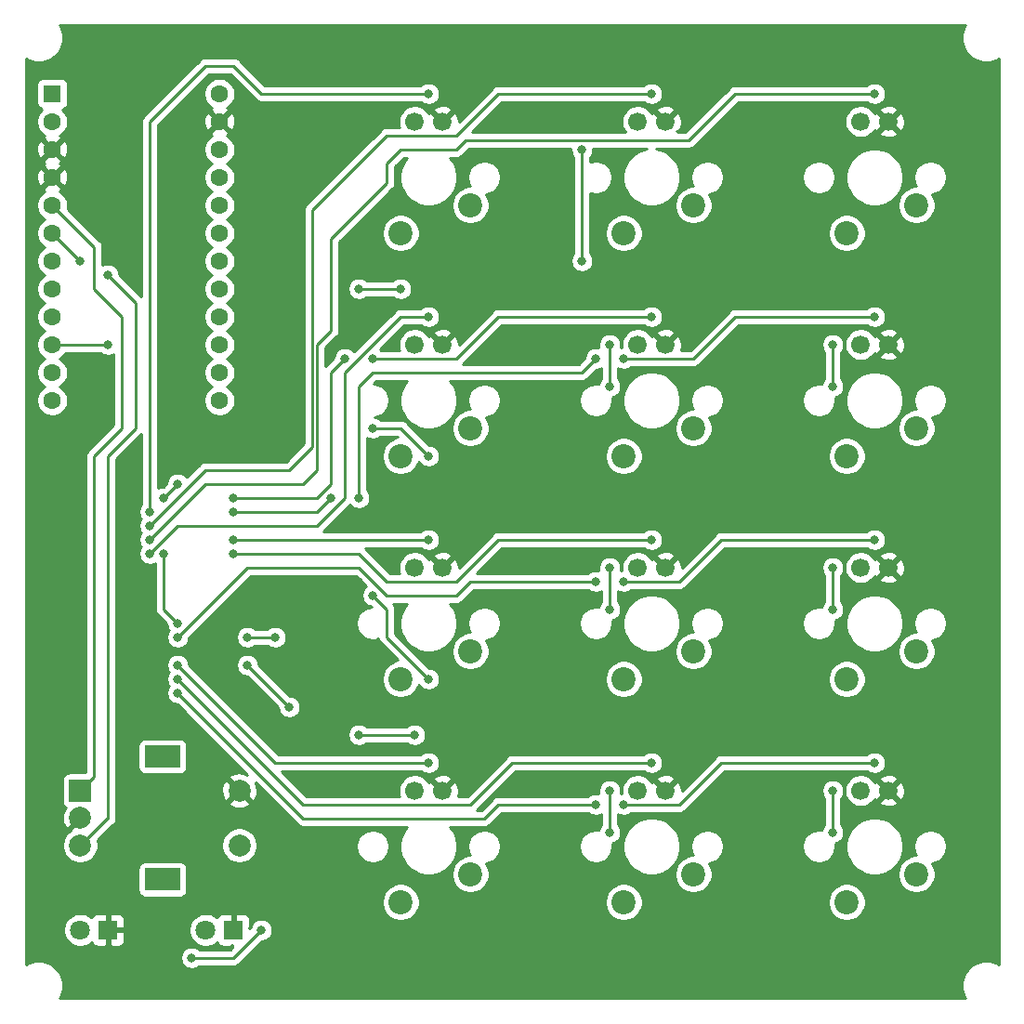
<source format=gbr>
%TF.GenerationSoftware,KiCad,Pcbnew,(5.1.9)-1*%
%TF.CreationDate,2021-05-08T00:28:13+09:00*%
%TF.ProjectId,EncKiboard_V2,456e634b-6962-46f6-9172-645f56322e6b,rev?*%
%TF.SameCoordinates,Original*%
%TF.FileFunction,Copper,L2,Bot*%
%TF.FilePolarity,Positive*%
%FSLAX46Y46*%
G04 Gerber Fmt 4.6, Leading zero omitted, Abs format (unit mm)*
G04 Created by KiCad (PCBNEW (5.1.9)-1) date 2021-05-08 00:28:13*
%MOMM*%
%LPD*%
G01*
G04 APERTURE LIST*
%TA.AperFunction,ComponentPad*%
%ADD10C,1.690600*%
%TD*%
%TA.AperFunction,ComponentPad*%
%ADD11C,2.200000*%
%TD*%
%TA.AperFunction,ComponentPad*%
%ADD12C,1.600000*%
%TD*%
%TA.AperFunction,ComponentPad*%
%ADD13R,1.600000X1.600000*%
%TD*%
%TA.AperFunction,ComponentPad*%
%ADD14R,2.000000X2.000000*%
%TD*%
%TA.AperFunction,ComponentPad*%
%ADD15C,2.000000*%
%TD*%
%TA.AperFunction,ComponentPad*%
%ADD16R,3.200000X2.000000*%
%TD*%
%TA.AperFunction,ComponentPad*%
%ADD17C,1.800000*%
%TD*%
%TA.AperFunction,ComponentPad*%
%ADD18R,1.800000X1.800000*%
%TD*%
%TA.AperFunction,ViaPad*%
%ADD19C,0.800000*%
%TD*%
%TA.AperFunction,Conductor*%
%ADD20C,0.250000*%
%TD*%
%TA.AperFunction,Conductor*%
%ADD21C,0.254000*%
%TD*%
%TA.AperFunction,Conductor*%
%ADD22C,0.100000*%
%TD*%
G04 APERTURE END LIST*
D10*
%TO.P,U12,4*%
%TO.N,Net-(R14-Pad1)*%
X185420000Y-133350000D03*
%TO.P,U12,3*%
%TO.N,GNDREF*%
X187960000Y-133350000D03*
D11*
%TO.P,U12,2*%
%TO.N,Net-(U0-Pad20)*%
X184150000Y-143510000D03*
%TO.P,U12,1*%
%TO.N,Net-(D14-Pad1)*%
X190500000Y-140970000D03*
%TD*%
D10*
%TO.P,U11,4*%
%TO.N,Net-(R11-Pad1)*%
X185420000Y-113030000D03*
%TO.P,U11,3*%
%TO.N,GNDREF*%
X187960000Y-113030000D03*
D11*
%TO.P,U11,2*%
%TO.N,Net-(U0-Pad20)*%
X184150000Y-123190000D03*
%TO.P,U11,1*%
%TO.N,Net-(D13-Pad1)*%
X190500000Y-120650000D03*
%TD*%
D10*
%TO.P,U10,4*%
%TO.N,Net-(R8-Pad1)*%
X185420000Y-92710000D03*
%TO.P,U10,3*%
%TO.N,GNDREF*%
X187960000Y-92710000D03*
D11*
%TO.P,U10,2*%
%TO.N,Net-(U0-Pad20)*%
X184150000Y-102870000D03*
%TO.P,U10,1*%
%TO.N,Net-(D12-Pad1)*%
X190500000Y-100330000D03*
%TD*%
D10*
%TO.P,U9,4*%
%TO.N,Net-(R5-Pad1)*%
X185420000Y-72390000D03*
%TO.P,U9,3*%
%TO.N,GNDREF*%
X187960000Y-72390000D03*
D11*
%TO.P,U9,2*%
%TO.N,Net-(U0-Pad20)*%
X184150000Y-82550000D03*
%TO.P,U9,1*%
%TO.N,Net-(D11-Pad1)*%
X190500000Y-80010000D03*
%TD*%
D10*
%TO.P,U8,4*%
%TO.N,Net-(R13-Pad1)*%
X165100000Y-133350000D03*
%TO.P,U8,3*%
%TO.N,GNDREF*%
X167640000Y-133350000D03*
D11*
%TO.P,U8,2*%
%TO.N,Net-(U0-Pad19)*%
X163830000Y-143510000D03*
%TO.P,U8,1*%
%TO.N,Net-(D10-Pad1)*%
X170180000Y-140970000D03*
%TD*%
D10*
%TO.P,U7,4*%
%TO.N,Net-(R10-Pad1)*%
X165100000Y-113030000D03*
%TO.P,U7,3*%
%TO.N,GNDREF*%
X167640000Y-113030000D03*
D11*
%TO.P,U7,2*%
%TO.N,Net-(U0-Pad19)*%
X163830000Y-123190000D03*
%TO.P,U7,1*%
%TO.N,Net-(D9-Pad1)*%
X170180000Y-120650000D03*
%TD*%
D10*
%TO.P,U6,4*%
%TO.N,Net-(R7-Pad1)*%
X165100000Y-92710000D03*
%TO.P,U6,3*%
%TO.N,GNDREF*%
X167640000Y-92710000D03*
D11*
%TO.P,U6,2*%
%TO.N,Net-(U0-Pad19)*%
X163830000Y-102870000D03*
%TO.P,U6,1*%
%TO.N,Net-(D8-Pad1)*%
X170180000Y-100330000D03*
%TD*%
D10*
%TO.P,U5,4*%
%TO.N,Net-(R4-Pad1)*%
X165100000Y-72390000D03*
%TO.P,U5,3*%
%TO.N,GNDREF*%
X167640000Y-72390000D03*
D11*
%TO.P,U5,2*%
%TO.N,Net-(U0-Pad19)*%
X163830000Y-82550000D03*
%TO.P,U5,1*%
%TO.N,Net-(D7-Pad1)*%
X170180000Y-80010000D03*
%TD*%
D10*
%TO.P,U4,4*%
%TO.N,Net-(R12-Pad1)*%
X144780000Y-133350000D03*
%TO.P,U4,3*%
%TO.N,GNDREF*%
X147320000Y-133350000D03*
D11*
%TO.P,U4,2*%
%TO.N,Net-(U0-Pad18)*%
X143510000Y-143510000D03*
%TO.P,U4,1*%
%TO.N,Net-(D6-Pad1)*%
X149860000Y-140970000D03*
%TD*%
D10*
%TO.P,U3,4*%
%TO.N,Net-(R9-Pad1)*%
X144780000Y-113030000D03*
%TO.P,U3,3*%
%TO.N,GNDREF*%
X147320000Y-113030000D03*
D11*
%TO.P,U3,2*%
%TO.N,Net-(U0-Pad18)*%
X143510000Y-123190000D03*
%TO.P,U3,1*%
%TO.N,Net-(D5-Pad1)*%
X149860000Y-120650000D03*
%TD*%
D10*
%TO.P,U2,4*%
%TO.N,Net-(R6-Pad1)*%
X144780000Y-92710000D03*
%TO.P,U2,3*%
%TO.N,GNDREF*%
X147320000Y-92710000D03*
D11*
%TO.P,U2,2*%
%TO.N,Net-(U0-Pad18)*%
X143510000Y-102870000D03*
%TO.P,U2,1*%
%TO.N,Net-(D4-Pad1)*%
X149860000Y-100330000D03*
%TD*%
D10*
%TO.P,U1,4*%
%TO.N,Net-(R3-Pad1)*%
X144780000Y-72390000D03*
%TO.P,U1,3*%
%TO.N,GNDREF*%
X147320000Y-72390000D03*
D11*
%TO.P,U1,2*%
%TO.N,Net-(U0-Pad18)*%
X143510000Y-82550000D03*
%TO.P,U1,1*%
%TO.N,Net-(D3-Pad1)*%
X149860000Y-80010000D03*
%TD*%
D12*
%TO.P,U0,24*%
%TO.N,Net-(U0-Pad24)*%
X127000000Y-69850000D03*
%TO.P,U0,23*%
%TO.N,GNDREF*%
X127000000Y-72390000D03*
%TO.P,U0,22*%
%TO.N,Net-(U0-Pad22)*%
X127000000Y-74930000D03*
%TO.P,U0,21*%
%TO.N,+5V*%
X127000000Y-77470000D03*
%TO.P,U0,20*%
%TO.N,Net-(U0-Pad20)*%
X127000000Y-80010000D03*
%TO.P,U0,19*%
%TO.N,Net-(U0-Pad19)*%
X127000000Y-82550000D03*
%TO.P,U0,18*%
%TO.N,Net-(U0-Pad18)*%
X127000000Y-85090000D03*
%TO.P,U0,17*%
%TO.N,Net-(D11-Pad2)*%
X127000000Y-87630000D03*
%TO.P,U0,16*%
%TO.N,Net-(D12-Pad2)*%
X127000000Y-90170000D03*
%TO.P,U0,15*%
%TO.N,Net-(D13-Pad2)*%
X127000000Y-92710000D03*
%TO.P,U0,14*%
%TO.N,Net-(D10-Pad2)*%
X127000000Y-95250000D03*
%TO.P,U0,13*%
%TO.N,Net-(SW1-PadS1)*%
X127000000Y-97790000D03*
%TO.P,U0,12*%
%TO.N,Net-(U0-Pad12)*%
X111760000Y-97790000D03*
%TO.P,U0,11*%
%TO.N,Net-(U0-Pad11)*%
X111760000Y-95250000D03*
%TO.P,U0,10*%
%TO.N,Net-(IC1-Pad15)*%
X111760000Y-92710000D03*
%TO.P,U0,9*%
%TO.N,Net-(IC1-Pad3)*%
X111760000Y-90170000D03*
%TO.P,U0,8*%
%TO.N,Net-(IC1-Pad2)*%
X111760000Y-87630000D03*
%TO.P,U0,7*%
%TO.N,Net-(IC1-Pad1)*%
X111760000Y-85090000D03*
%TO.P,U0,6*%
%TO.N,Net-(SW1-PadB)*%
X111760000Y-82550000D03*
%TO.P,U0,5*%
%TO.N,Net-(SW1-PadA)*%
X111760000Y-80010000D03*
%TO.P,U0,4*%
%TO.N,GNDREF*%
X111760000Y-77470000D03*
%TO.P,U0,3*%
X111760000Y-74930000D03*
%TO.P,U0,2*%
%TO.N,Net-(U0-Pad2)*%
X111760000Y-72390000D03*
D13*
%TO.P,U0,1*%
%TO.N,Net-(U0-Pad1)*%
X111760000Y-69850000D03*
%TD*%
D14*
%TO.P,SW1,A*%
%TO.N,Net-(SW1-PadA)*%
X114300000Y-133350000D03*
D15*
%TO.P,SW1,C*%
%TO.N,GNDREF*%
X114300000Y-135850000D03*
%TO.P,SW1,B*%
%TO.N,Net-(SW1-PadB)*%
X114300000Y-138350000D03*
D16*
%TO.P,SW1,MP*%
%TO.N,N/C*%
X121800000Y-130250000D03*
X121800000Y-141450000D03*
D15*
%TO.P,SW1,S2*%
%TO.N,GNDREF*%
X128800000Y-133350000D03*
%TO.P,SW1,S1*%
%TO.N,Net-(SW1-PadS1)*%
X128800000Y-138350000D03*
%TD*%
D17*
%TO.P,D2,2*%
%TO.N,Net-(D2-Pad2)*%
X114300000Y-146050000D03*
D18*
%TO.P,D2,1*%
%TO.N,GNDREF*%
X116840000Y-146050000D03*
%TD*%
D17*
%TO.P,D1,2*%
%TO.N,Net-(D1-Pad2)*%
X125730000Y-146050000D03*
D18*
%TO.P,D1,1*%
%TO.N,GNDREF*%
X128270000Y-146050000D03*
%TD*%
D19*
%TO.N,GNDREF*%
X113030000Y-116840000D03*
X113030000Y-120650000D03*
X156210000Y-127000000D03*
X146050000Y-85090000D03*
X152400000Y-82550000D03*
X125730000Y-100330000D03*
X129540000Y-116840000D03*
X124460000Y-85090000D03*
X130810000Y-93980000D03*
X130810000Y-91440000D03*
X130810000Y-88900000D03*
X130810000Y-86360000D03*
X130810000Y-83820000D03*
X130810000Y-81280000D03*
X139700000Y-91440000D03*
X139700000Y-109220000D03*
X116840000Y-97790000D03*
X119380000Y-102870000D03*
X139700000Y-114300000D03*
%TO.N,Net-(D2-Pad2)*%
X124460000Y-148590000D03*
X130810000Y-146050000D03*
%TO.N,Net-(D11-Pad2)*%
X139700000Y-87630000D03*
X143510000Y-87630000D03*
X160020000Y-85090000D03*
X160020000Y-74930000D03*
%TO.N,Net-(D12-Pad2)*%
X140970000Y-100330000D03*
X146050000Y-102870000D03*
%TO.N,Net-(D13-Pad2)*%
X146050000Y-123190000D03*
X140970000Y-115570000D03*
%TO.N,Net-(D10-Pad2)*%
X139700000Y-128270000D03*
X144780000Y-128270000D03*
%TO.N,Net-(IC1-Pad14)*%
X166370000Y-90170000D03*
X140970000Y-93980000D03*
X138430000Y-93980000D03*
X128270000Y-106680000D03*
%TO.N,Net-(IC1-Pad13)*%
X128270000Y-107950000D03*
X137160000Y-106680000D03*
X139700000Y-106680000D03*
X161290000Y-93980000D03*
X163830000Y-93980000D03*
X186690000Y-90170000D03*
%TO.N,Net-(IC1-Pad12)*%
X146050000Y-110490000D03*
X128270000Y-110490000D03*
%TO.N,Net-(IC1-Pad11)*%
X166370000Y-110490000D03*
X128270000Y-111760000D03*
%TO.N,Net-(IC1-Pad7)*%
X146050000Y-90170000D03*
X120650000Y-111760000D03*
%TO.N,Net-(IC1-Pad6)*%
X186690000Y-69850000D03*
X120650000Y-110490000D03*
%TO.N,Net-(IC1-Pad5)*%
X166370000Y-69850000D03*
X120650000Y-109220000D03*
%TO.N,Net-(IC1-Pad4)*%
X146050000Y-69850000D03*
X120650000Y-107950000D03*
%TO.N,Net-(IC2-Pad14)*%
X132080000Y-119380000D03*
X129540000Y-119380000D03*
%TO.N,Net-(IC2-Pad13)*%
X129540000Y-121920000D03*
X133350000Y-125730000D03*
%TO.N,Net-(IC2-Pad7)*%
X186690000Y-130810000D03*
X163830000Y-134620000D03*
X161290000Y-134620000D03*
X123190000Y-124460000D03*
%TO.N,Net-(IC2-Pad6)*%
X166370000Y-130810000D03*
X123190000Y-123190000D03*
%TO.N,Net-(IC2-Pad5)*%
X146050000Y-130810000D03*
X123190000Y-121920000D03*
%TO.N,Net-(IC2-Pad4)*%
X186690000Y-110490000D03*
X163830000Y-114300000D03*
X161290000Y-114300000D03*
X123190000Y-119380000D03*
%TO.N,Net-(SW1-PadB)*%
X116840000Y-86360000D03*
X114300000Y-85090000D03*
%TO.N,Net-(U0-Pad20)*%
X182880000Y-137160000D03*
X182880000Y-133350000D03*
X182880000Y-116840000D03*
X182880000Y-113030000D03*
X182880000Y-96520000D03*
X182880000Y-92710000D03*
%TO.N,Net-(U0-Pad19)*%
X162560000Y-137160000D03*
X162560000Y-133350000D03*
X162560000Y-116840000D03*
X162560000Y-113030000D03*
X162560000Y-96520000D03*
X162560000Y-92710000D03*
%TO.N,Net-(IC1-Pad15)*%
X123190000Y-118110000D03*
X121920000Y-111760000D03*
X121920000Y-106680000D03*
X123190000Y-105410000D03*
X116840000Y-92710000D03*
%TD*%
D20*
%TO.N,GNDREF*%
X113030000Y-116840000D02*
X113030000Y-120650000D01*
%TO.N,Net-(D2-Pad2)*%
X128270000Y-148590000D02*
X130810000Y-146050000D01*
X124460000Y-148590000D02*
X128270000Y-148590000D01*
%TO.N,Net-(D11-Pad2)*%
X139700000Y-87630000D02*
X143510000Y-87630000D01*
X160020000Y-85090000D02*
X160020000Y-74930000D01*
%TO.N,Net-(D12-Pad2)*%
X143510000Y-100330000D02*
X146050000Y-102870000D01*
X140970000Y-100330000D02*
X143510000Y-100330000D01*
%TO.N,Net-(D13-Pad2)*%
X146050000Y-123190000D02*
X143510000Y-120650000D01*
X143510000Y-120650000D02*
X142240000Y-119380000D01*
X142240000Y-116840000D02*
X140970000Y-115570000D01*
X142240000Y-119380000D02*
X142240000Y-116840000D01*
%TO.N,Net-(D10-Pad2)*%
X139700000Y-128270000D02*
X144780000Y-128270000D01*
%TO.N,Net-(IC1-Pad14)*%
X166370000Y-90170000D02*
X152400000Y-90170000D01*
X148590000Y-93980000D02*
X140970000Y-93980000D01*
X152400000Y-90170000D02*
X148590000Y-93980000D01*
X138430000Y-93980000D02*
X137160000Y-95250000D01*
X137160000Y-95250000D02*
X137160000Y-105410000D01*
X137160000Y-105410000D02*
X135890000Y-106680000D01*
X135890000Y-106680000D02*
X128270000Y-106680000D01*
%TO.N,Net-(IC1-Pad13)*%
X135890000Y-107950000D02*
X137160000Y-106680000D01*
X128270000Y-107950000D02*
X135890000Y-107950000D01*
X186690000Y-90170000D02*
X173990000Y-90170000D01*
X170180000Y-93980000D02*
X163830000Y-93980000D01*
X173990000Y-90170000D02*
X170180000Y-93980000D01*
X160020000Y-95250000D02*
X161290000Y-93980000D01*
X140970000Y-95250000D02*
X160020000Y-95250000D01*
X139700000Y-96520000D02*
X140970000Y-95250000D01*
X139700000Y-106680000D02*
X139700000Y-96520000D01*
%TO.N,Net-(IC1-Pad12)*%
X128270000Y-110490000D02*
X146050000Y-110490000D01*
%TO.N,Net-(IC1-Pad11)*%
X166370000Y-110490000D02*
X152400000Y-110490000D01*
X152400000Y-110490000D02*
X148590000Y-114300000D01*
X148590000Y-114300000D02*
X143510000Y-114300000D01*
X143510000Y-114300000D02*
X142240000Y-114300000D01*
X139700000Y-111760000D02*
X128270000Y-111760000D01*
X142240000Y-114300000D02*
X139700000Y-111760000D01*
%TO.N,Net-(IC1-Pad7)*%
X146050000Y-90170000D02*
X144780000Y-90170000D01*
X144780000Y-90170000D02*
X143510000Y-90170000D01*
X143510000Y-90170000D02*
X138430000Y-95250000D01*
X138430000Y-95250000D02*
X138430000Y-106680000D01*
X138430000Y-106680000D02*
X135890000Y-109220000D01*
X123190000Y-109220000D02*
X120650000Y-111760000D01*
X135890000Y-109220000D02*
X123190000Y-109220000D01*
%TO.N,Net-(IC1-Pad6)*%
X173990000Y-69850000D02*
X186690000Y-69850000D01*
X120650000Y-110490000D02*
X125730000Y-105410000D01*
X134620000Y-105410000D02*
X135890000Y-104140000D01*
X135890000Y-104140000D02*
X135890000Y-92710000D01*
X142240000Y-77976002D02*
X142240000Y-76200000D01*
X135890000Y-92710000D02*
X137160000Y-91440000D01*
X142240000Y-76200000D02*
X143510000Y-74930000D01*
X169729990Y-74110010D02*
X173990000Y-69850000D01*
X148590000Y-74930000D02*
X149409990Y-74110010D01*
X143510000Y-74930000D02*
X148590000Y-74930000D01*
X125730000Y-105410000D02*
X134620000Y-105410000D01*
X149409990Y-74110010D02*
X169729990Y-74110010D01*
X137160000Y-83056002D02*
X139953001Y-80263001D01*
X139953001Y-80263001D02*
X142240000Y-77976002D01*
X138936002Y-81280000D02*
X139953001Y-80263001D01*
X137160000Y-83820000D02*
X137160000Y-83056002D01*
X137160000Y-91440000D02*
X137160000Y-83820000D01*
%TO.N,Net-(IC1-Pad5)*%
X152400000Y-69850000D02*
X166370000Y-69850000D01*
X142240000Y-73660000D02*
X148590000Y-73660000D01*
X135439990Y-80460010D02*
X142240000Y-73660000D01*
X148590000Y-73660000D02*
X152400000Y-69850000D01*
X135439990Y-102050010D02*
X135439990Y-80460010D01*
X133350000Y-104140000D02*
X135439990Y-102050010D01*
X125730000Y-104140000D02*
X133350000Y-104140000D01*
X120650000Y-109220000D02*
X125730000Y-104140000D01*
%TO.N,Net-(IC1-Pad4)*%
X146050000Y-69850000D02*
X145484315Y-69850000D01*
X145484315Y-69850000D02*
X142240000Y-69850000D01*
X142240000Y-69850000D02*
X130810000Y-69850000D01*
X130810000Y-69850000D02*
X128270000Y-67310000D01*
X128270000Y-67310000D02*
X127874998Y-67310000D01*
X127874998Y-67310000D02*
X125730000Y-67310000D01*
X125730000Y-67310000D02*
X123190000Y-69850000D01*
X123190000Y-69850000D02*
X120650000Y-72390000D01*
X120650000Y-72390000D02*
X120650000Y-107950000D01*
%TO.N,Net-(IC2-Pad14)*%
X132080000Y-119380000D02*
X129540000Y-119380000D01*
%TO.N,Net-(IC2-Pad13)*%
X133350000Y-125730000D02*
X129540000Y-121920000D01*
%TO.N,Net-(IC2-Pad7)*%
X186690000Y-130810000D02*
X172720000Y-130810000D01*
X168910000Y-134620000D02*
X163830000Y-134620000D01*
X172720000Y-130810000D02*
X168910000Y-134620000D01*
X161290000Y-134620000D02*
X152400000Y-134620000D01*
X152400000Y-134620000D02*
X151130000Y-135890000D01*
X151130000Y-135890000D02*
X134620000Y-135890000D01*
X134620000Y-135890000D02*
X123190000Y-124460000D01*
%TO.N,Net-(IC2-Pad6)*%
X166370000Y-130810000D02*
X153670000Y-130810000D01*
X153670000Y-130810000D02*
X149860000Y-134620000D01*
X134620000Y-134620000D02*
X123190000Y-123190000D01*
X149860000Y-134620000D02*
X134620000Y-134620000D01*
%TO.N,Net-(IC2-Pad5)*%
X132080000Y-130810000D02*
X123190000Y-121920000D01*
X146050000Y-130810000D02*
X132080000Y-130810000D01*
%TO.N,Net-(IC2-Pad4)*%
X186690000Y-110490000D02*
X176530000Y-110490000D01*
X176530000Y-110490000D02*
X172720000Y-110490000D01*
X172720000Y-110490000D02*
X168910000Y-114300000D01*
X168910000Y-114300000D02*
X163830000Y-114300000D01*
X161290000Y-114300000D02*
X149860000Y-114300000D01*
X149860000Y-114300000D02*
X148590000Y-115570000D01*
X127000000Y-115570000D02*
X123190000Y-119380000D01*
X148590000Y-115570000D02*
X142240000Y-115570000D01*
X142240000Y-115570000D02*
X139700000Y-113030000D01*
X139700000Y-113030000D02*
X129540000Y-113030000D01*
X129540000Y-113030000D02*
X127000000Y-115570000D01*
%TO.N,Net-(SW1-PadA)*%
X118110000Y-100330000D02*
X115570000Y-102870000D01*
X118110000Y-90170000D02*
X118110000Y-100330000D01*
X115570000Y-132080000D02*
X114300000Y-133350000D01*
X115570000Y-87630000D02*
X118110000Y-90170000D01*
X115570000Y-83820000D02*
X115570000Y-87630000D01*
X115570000Y-102870000D02*
X115570000Y-132080000D01*
X111760000Y-80010000D02*
X115570000Y-83820000D01*
%TO.N,Net-(SW1-PadB)*%
X114300000Y-138350000D02*
X116840000Y-135810000D01*
X114300000Y-85090000D02*
X111760000Y-82550000D01*
X116840000Y-86360000D02*
X119380000Y-88900000D01*
X119380000Y-88900000D02*
X119380000Y-99060000D01*
X119380000Y-99060000D02*
X119380000Y-100330000D01*
X119380000Y-100330000D02*
X116840000Y-102870000D01*
X116840000Y-102870000D02*
X116840000Y-135890000D01*
%TO.N,Net-(U0-Pad20)*%
X182880000Y-92710000D02*
X182880000Y-96520000D01*
X182880000Y-113030000D02*
X182880000Y-116840000D01*
X182880000Y-133350000D02*
X182880000Y-137160000D01*
%TO.N,Net-(U0-Pad19)*%
X162560000Y-92710000D02*
X162560000Y-96520000D01*
X162560000Y-113030000D02*
X162560000Y-116840000D01*
X162560000Y-133350000D02*
X162560000Y-137160000D01*
%TO.N,Net-(IC1-Pad15)*%
X121920000Y-116840000D02*
X121920000Y-111760000D01*
X123190000Y-118110000D02*
X121920000Y-116840000D01*
X121920000Y-106680000D02*
X123190000Y-105410000D01*
X116840000Y-92710000D02*
X111760000Y-92710000D01*
%TD*%
D21*
%TO.N,GNDREF*%
X194869369Y-63711331D02*
X194700890Y-64118075D01*
X194615000Y-64549872D01*
X194615000Y-64990128D01*
X194700890Y-65421925D01*
X194869369Y-65828669D01*
X195113962Y-66194729D01*
X195425271Y-66506038D01*
X195791331Y-66750631D01*
X196198075Y-66919110D01*
X196629872Y-67005000D01*
X197070128Y-67005000D01*
X197501925Y-66919110D01*
X197908669Y-66750631D01*
X197993000Y-66694283D01*
X197993000Y-149205717D01*
X197908669Y-149149369D01*
X197501925Y-148980890D01*
X197070128Y-148895000D01*
X196629872Y-148895000D01*
X196198075Y-148980890D01*
X195791331Y-149149369D01*
X195425271Y-149393962D01*
X195113962Y-149705271D01*
X194869369Y-150071331D01*
X194700890Y-150478075D01*
X194615000Y-150909872D01*
X194615000Y-151350128D01*
X194700890Y-151781925D01*
X194869369Y-152188669D01*
X194925717Y-152273000D01*
X112414283Y-152273000D01*
X112470631Y-152188669D01*
X112639110Y-151781925D01*
X112725000Y-151350128D01*
X112725000Y-150909872D01*
X112639110Y-150478075D01*
X112470631Y-150071331D01*
X112226038Y-149705271D01*
X111914729Y-149393962D01*
X111548669Y-149149369D01*
X111141925Y-148980890D01*
X110710128Y-148895000D01*
X110269872Y-148895000D01*
X109838075Y-148980890D01*
X109431331Y-149149369D01*
X109347000Y-149205717D01*
X109347000Y-148488061D01*
X123425000Y-148488061D01*
X123425000Y-148691939D01*
X123464774Y-148891898D01*
X123542795Y-149080256D01*
X123656063Y-149249774D01*
X123800226Y-149393937D01*
X123969744Y-149507205D01*
X124158102Y-149585226D01*
X124358061Y-149625000D01*
X124561939Y-149625000D01*
X124761898Y-149585226D01*
X124950256Y-149507205D01*
X125119774Y-149393937D01*
X125163711Y-149350000D01*
X128232678Y-149350000D01*
X128270000Y-149353676D01*
X128307322Y-149350000D01*
X128307333Y-149350000D01*
X128418986Y-149339003D01*
X128562247Y-149295546D01*
X128694276Y-149224974D01*
X128810001Y-149130001D01*
X128833804Y-149100997D01*
X130849803Y-147085000D01*
X130911939Y-147085000D01*
X131111898Y-147045226D01*
X131300256Y-146967205D01*
X131469774Y-146853937D01*
X131613937Y-146709774D01*
X131727205Y-146540256D01*
X131805226Y-146351898D01*
X131845000Y-146151939D01*
X131845000Y-145948061D01*
X131805226Y-145748102D01*
X131727205Y-145559744D01*
X131613937Y-145390226D01*
X131469774Y-145246063D01*
X131300256Y-145132795D01*
X131111898Y-145054774D01*
X130911939Y-145015000D01*
X130708061Y-145015000D01*
X130508102Y-145054774D01*
X130319744Y-145132795D01*
X130150226Y-145246063D01*
X130006063Y-145390226D01*
X129892795Y-145559744D01*
X129814774Y-145748102D01*
X129779985Y-145922998D01*
X129646252Y-145922998D01*
X129805000Y-145764250D01*
X129808072Y-145150000D01*
X129795812Y-145025518D01*
X129759502Y-144905820D01*
X129700537Y-144795506D01*
X129621185Y-144698815D01*
X129524494Y-144619463D01*
X129414180Y-144560498D01*
X129294482Y-144524188D01*
X129170000Y-144511928D01*
X128555750Y-144515000D01*
X128397000Y-144673750D01*
X128397000Y-145923000D01*
X128417000Y-145923000D01*
X128417000Y-146177000D01*
X128397000Y-146177000D01*
X128397000Y-146197000D01*
X128143000Y-146197000D01*
X128143000Y-146177000D01*
X128123000Y-146177000D01*
X128123000Y-145923000D01*
X128143000Y-145923000D01*
X128143000Y-144673750D01*
X127984250Y-144515000D01*
X127370000Y-144511928D01*
X127245518Y-144524188D01*
X127125820Y-144560498D01*
X127015506Y-144619463D01*
X126918815Y-144698815D01*
X126839463Y-144795506D01*
X126780498Y-144905820D01*
X126774944Y-144924127D01*
X126708505Y-144857688D01*
X126457095Y-144689701D01*
X126177743Y-144573989D01*
X125881184Y-144515000D01*
X125578816Y-144515000D01*
X125282257Y-144573989D01*
X125002905Y-144689701D01*
X124751495Y-144857688D01*
X124537688Y-145071495D01*
X124369701Y-145322905D01*
X124253989Y-145602257D01*
X124195000Y-145898816D01*
X124195000Y-146201184D01*
X124253989Y-146497743D01*
X124369701Y-146777095D01*
X124537688Y-147028505D01*
X124751495Y-147242312D01*
X125002905Y-147410299D01*
X125282257Y-147526011D01*
X125578816Y-147585000D01*
X125881184Y-147585000D01*
X126177743Y-147526011D01*
X126457095Y-147410299D01*
X126708505Y-147242312D01*
X126774944Y-147175873D01*
X126780498Y-147194180D01*
X126839463Y-147304494D01*
X126918815Y-147401185D01*
X127015506Y-147480537D01*
X127125820Y-147539502D01*
X127245518Y-147575812D01*
X127370000Y-147588072D01*
X127984250Y-147585000D01*
X128142998Y-147426252D01*
X128142998Y-147585000D01*
X128200198Y-147585000D01*
X127955199Y-147830000D01*
X125163711Y-147830000D01*
X125119774Y-147786063D01*
X124950256Y-147672795D01*
X124761898Y-147594774D01*
X124561939Y-147555000D01*
X124358061Y-147555000D01*
X124158102Y-147594774D01*
X123969744Y-147672795D01*
X123800226Y-147786063D01*
X123656063Y-147930226D01*
X123542795Y-148099744D01*
X123464774Y-148288102D01*
X123425000Y-148488061D01*
X109347000Y-148488061D01*
X109347000Y-145898816D01*
X112765000Y-145898816D01*
X112765000Y-146201184D01*
X112823989Y-146497743D01*
X112939701Y-146777095D01*
X113107688Y-147028505D01*
X113321495Y-147242312D01*
X113572905Y-147410299D01*
X113852257Y-147526011D01*
X114148816Y-147585000D01*
X114451184Y-147585000D01*
X114747743Y-147526011D01*
X115027095Y-147410299D01*
X115278505Y-147242312D01*
X115344944Y-147175873D01*
X115350498Y-147194180D01*
X115409463Y-147304494D01*
X115488815Y-147401185D01*
X115585506Y-147480537D01*
X115695820Y-147539502D01*
X115815518Y-147575812D01*
X115940000Y-147588072D01*
X116554250Y-147585000D01*
X116713000Y-147426250D01*
X116713000Y-146177000D01*
X116967000Y-146177000D01*
X116967000Y-147426250D01*
X117125750Y-147585000D01*
X117740000Y-147588072D01*
X117864482Y-147575812D01*
X117984180Y-147539502D01*
X118094494Y-147480537D01*
X118191185Y-147401185D01*
X118270537Y-147304494D01*
X118329502Y-147194180D01*
X118365812Y-147074482D01*
X118378072Y-146950000D01*
X118375000Y-146335750D01*
X118216250Y-146177000D01*
X116967000Y-146177000D01*
X116713000Y-146177000D01*
X116693000Y-146177000D01*
X116693000Y-145923000D01*
X116713000Y-145923000D01*
X116713000Y-144673750D01*
X116967000Y-144673750D01*
X116967000Y-145923000D01*
X118216250Y-145923000D01*
X118375000Y-145764250D01*
X118378072Y-145150000D01*
X118365812Y-145025518D01*
X118329502Y-144905820D01*
X118270537Y-144795506D01*
X118191185Y-144698815D01*
X118094494Y-144619463D01*
X117984180Y-144560498D01*
X117864482Y-144524188D01*
X117740000Y-144511928D01*
X117125750Y-144515000D01*
X116967000Y-144673750D01*
X116713000Y-144673750D01*
X116554250Y-144515000D01*
X115940000Y-144511928D01*
X115815518Y-144524188D01*
X115695820Y-144560498D01*
X115585506Y-144619463D01*
X115488815Y-144698815D01*
X115409463Y-144795506D01*
X115350498Y-144905820D01*
X115344944Y-144924127D01*
X115278505Y-144857688D01*
X115027095Y-144689701D01*
X114747743Y-144573989D01*
X114451184Y-144515000D01*
X114148816Y-144515000D01*
X113852257Y-144573989D01*
X113572905Y-144689701D01*
X113321495Y-144857688D01*
X113107688Y-145071495D01*
X112939701Y-145322905D01*
X112823989Y-145602257D01*
X112765000Y-145898816D01*
X109347000Y-145898816D01*
X109347000Y-143339117D01*
X141775000Y-143339117D01*
X141775000Y-143680883D01*
X141841675Y-144016081D01*
X141972463Y-144331831D01*
X142162337Y-144615998D01*
X142404002Y-144857663D01*
X142688169Y-145047537D01*
X143003919Y-145178325D01*
X143339117Y-145245000D01*
X143680883Y-145245000D01*
X144016081Y-145178325D01*
X144331831Y-145047537D01*
X144615998Y-144857663D01*
X144857663Y-144615998D01*
X145047537Y-144331831D01*
X145178325Y-144016081D01*
X145245000Y-143680883D01*
X145245000Y-143339117D01*
X162095000Y-143339117D01*
X162095000Y-143680883D01*
X162161675Y-144016081D01*
X162292463Y-144331831D01*
X162482337Y-144615998D01*
X162724002Y-144857663D01*
X163008169Y-145047537D01*
X163323919Y-145178325D01*
X163659117Y-145245000D01*
X164000883Y-145245000D01*
X164336081Y-145178325D01*
X164651831Y-145047537D01*
X164935998Y-144857663D01*
X165177663Y-144615998D01*
X165367537Y-144331831D01*
X165498325Y-144016081D01*
X165565000Y-143680883D01*
X165565000Y-143339117D01*
X182415000Y-143339117D01*
X182415000Y-143680883D01*
X182481675Y-144016081D01*
X182612463Y-144331831D01*
X182802337Y-144615998D01*
X183044002Y-144857663D01*
X183328169Y-145047537D01*
X183643919Y-145178325D01*
X183979117Y-145245000D01*
X184320883Y-145245000D01*
X184656081Y-145178325D01*
X184971831Y-145047537D01*
X185255998Y-144857663D01*
X185497663Y-144615998D01*
X185687537Y-144331831D01*
X185818325Y-144016081D01*
X185885000Y-143680883D01*
X185885000Y-143339117D01*
X185818325Y-143003919D01*
X185687537Y-142688169D01*
X185497663Y-142404002D01*
X185255998Y-142162337D01*
X184971831Y-141972463D01*
X184656081Y-141841675D01*
X184320883Y-141775000D01*
X183979117Y-141775000D01*
X183643919Y-141841675D01*
X183328169Y-141972463D01*
X183044002Y-142162337D01*
X182802337Y-142404002D01*
X182612463Y-142688169D01*
X182481675Y-143003919D01*
X182415000Y-143339117D01*
X165565000Y-143339117D01*
X165498325Y-143003919D01*
X165367537Y-142688169D01*
X165177663Y-142404002D01*
X164935998Y-142162337D01*
X164651831Y-141972463D01*
X164336081Y-141841675D01*
X164000883Y-141775000D01*
X163659117Y-141775000D01*
X163323919Y-141841675D01*
X163008169Y-141972463D01*
X162724002Y-142162337D01*
X162482337Y-142404002D01*
X162292463Y-142688169D01*
X162161675Y-143003919D01*
X162095000Y-143339117D01*
X145245000Y-143339117D01*
X145178325Y-143003919D01*
X145047537Y-142688169D01*
X144857663Y-142404002D01*
X144615998Y-142162337D01*
X144331831Y-141972463D01*
X144016081Y-141841675D01*
X143680883Y-141775000D01*
X143339117Y-141775000D01*
X143003919Y-141841675D01*
X142688169Y-141972463D01*
X142404002Y-142162337D01*
X142162337Y-142404002D01*
X141972463Y-142688169D01*
X141841675Y-143003919D01*
X141775000Y-143339117D01*
X109347000Y-143339117D01*
X109347000Y-140450000D01*
X119561928Y-140450000D01*
X119561928Y-142450000D01*
X119574188Y-142574482D01*
X119610498Y-142694180D01*
X119669463Y-142804494D01*
X119748815Y-142901185D01*
X119845506Y-142980537D01*
X119955820Y-143039502D01*
X120075518Y-143075812D01*
X120200000Y-143088072D01*
X123400000Y-143088072D01*
X123524482Y-143075812D01*
X123644180Y-143039502D01*
X123754494Y-142980537D01*
X123851185Y-142901185D01*
X123930537Y-142804494D01*
X123989502Y-142694180D01*
X124025812Y-142574482D01*
X124038072Y-142450000D01*
X124038072Y-140450000D01*
X124025812Y-140325518D01*
X123989502Y-140205820D01*
X123930537Y-140095506D01*
X123851185Y-139998815D01*
X123754494Y-139919463D01*
X123644180Y-139860498D01*
X123524482Y-139824188D01*
X123400000Y-139811928D01*
X120200000Y-139811928D01*
X120075518Y-139824188D01*
X119955820Y-139860498D01*
X119845506Y-139919463D01*
X119748815Y-139998815D01*
X119669463Y-140095506D01*
X119610498Y-140205820D01*
X119574188Y-140325518D01*
X119561928Y-140450000D01*
X109347000Y-140450000D01*
X109347000Y-79868665D01*
X110325000Y-79868665D01*
X110325000Y-80151335D01*
X110380147Y-80428574D01*
X110488320Y-80689727D01*
X110645363Y-80924759D01*
X110845241Y-81124637D01*
X111077759Y-81280000D01*
X110845241Y-81435363D01*
X110645363Y-81635241D01*
X110488320Y-81870273D01*
X110380147Y-82131426D01*
X110325000Y-82408665D01*
X110325000Y-82691335D01*
X110380147Y-82968574D01*
X110488320Y-83229727D01*
X110645363Y-83464759D01*
X110845241Y-83664637D01*
X111077759Y-83820000D01*
X110845241Y-83975363D01*
X110645363Y-84175241D01*
X110488320Y-84410273D01*
X110380147Y-84671426D01*
X110325000Y-84948665D01*
X110325000Y-85231335D01*
X110380147Y-85508574D01*
X110488320Y-85769727D01*
X110645363Y-86004759D01*
X110845241Y-86204637D01*
X111077759Y-86360000D01*
X110845241Y-86515363D01*
X110645363Y-86715241D01*
X110488320Y-86950273D01*
X110380147Y-87211426D01*
X110325000Y-87488665D01*
X110325000Y-87771335D01*
X110380147Y-88048574D01*
X110488320Y-88309727D01*
X110645363Y-88544759D01*
X110845241Y-88744637D01*
X111077759Y-88900000D01*
X110845241Y-89055363D01*
X110645363Y-89255241D01*
X110488320Y-89490273D01*
X110380147Y-89751426D01*
X110325000Y-90028665D01*
X110325000Y-90311335D01*
X110380147Y-90588574D01*
X110488320Y-90849727D01*
X110645363Y-91084759D01*
X110845241Y-91284637D01*
X111077759Y-91440000D01*
X110845241Y-91595363D01*
X110645363Y-91795241D01*
X110488320Y-92030273D01*
X110380147Y-92291426D01*
X110325000Y-92568665D01*
X110325000Y-92851335D01*
X110380147Y-93128574D01*
X110488320Y-93389727D01*
X110645363Y-93624759D01*
X110845241Y-93824637D01*
X111077759Y-93980000D01*
X110845241Y-94135363D01*
X110645363Y-94335241D01*
X110488320Y-94570273D01*
X110380147Y-94831426D01*
X110325000Y-95108665D01*
X110325000Y-95391335D01*
X110380147Y-95668574D01*
X110488320Y-95929727D01*
X110645363Y-96164759D01*
X110845241Y-96364637D01*
X111077759Y-96520000D01*
X110845241Y-96675363D01*
X110645363Y-96875241D01*
X110488320Y-97110273D01*
X110380147Y-97371426D01*
X110325000Y-97648665D01*
X110325000Y-97931335D01*
X110380147Y-98208574D01*
X110488320Y-98469727D01*
X110645363Y-98704759D01*
X110845241Y-98904637D01*
X111080273Y-99061680D01*
X111341426Y-99169853D01*
X111618665Y-99225000D01*
X111901335Y-99225000D01*
X112178574Y-99169853D01*
X112439727Y-99061680D01*
X112674759Y-98904637D01*
X112874637Y-98704759D01*
X113031680Y-98469727D01*
X113139853Y-98208574D01*
X113195000Y-97931335D01*
X113195000Y-97648665D01*
X113139853Y-97371426D01*
X113031680Y-97110273D01*
X112874637Y-96875241D01*
X112674759Y-96675363D01*
X112442241Y-96520000D01*
X112674759Y-96364637D01*
X112874637Y-96164759D01*
X113031680Y-95929727D01*
X113139853Y-95668574D01*
X113195000Y-95391335D01*
X113195000Y-95108665D01*
X113139853Y-94831426D01*
X113031680Y-94570273D01*
X112874637Y-94335241D01*
X112674759Y-94135363D01*
X112442241Y-93980000D01*
X112674759Y-93824637D01*
X112874637Y-93624759D01*
X112978043Y-93470000D01*
X116136289Y-93470000D01*
X116180226Y-93513937D01*
X116349744Y-93627205D01*
X116538102Y-93705226D01*
X116738061Y-93745000D01*
X116941939Y-93745000D01*
X117141898Y-93705226D01*
X117330256Y-93627205D01*
X117350000Y-93614012D01*
X117350001Y-100015196D01*
X115059003Y-102306196D01*
X115029999Y-102329999D01*
X115002162Y-102363919D01*
X114935026Y-102445724D01*
X114919759Y-102474287D01*
X114864454Y-102577754D01*
X114820997Y-102721015D01*
X114810000Y-102832668D01*
X114810000Y-102832678D01*
X114806324Y-102870000D01*
X114810000Y-102907322D01*
X114810001Y-131711928D01*
X113300000Y-131711928D01*
X113175518Y-131724188D01*
X113055820Y-131760498D01*
X112945506Y-131819463D01*
X112848815Y-131898815D01*
X112769463Y-131995506D01*
X112710498Y-132105820D01*
X112674188Y-132225518D01*
X112661928Y-132350000D01*
X112661928Y-134350000D01*
X112674188Y-134474482D01*
X112710498Y-134594180D01*
X112769463Y-134704494D01*
X112848815Y-134801185D01*
X112945506Y-134880537D01*
X113049223Y-134935976D01*
X112900186Y-134989956D01*
X112759296Y-135279571D01*
X112677616Y-135591108D01*
X112658282Y-135912595D01*
X112702039Y-136231675D01*
X112807205Y-136536088D01*
X112900186Y-136710044D01*
X113164587Y-136805808D01*
X114120395Y-135850000D01*
X114106253Y-135835858D01*
X114285858Y-135656253D01*
X114300000Y-135670395D01*
X114314143Y-135656253D01*
X114493748Y-135835858D01*
X114479605Y-135850000D01*
X114493748Y-135864143D01*
X114314143Y-136043748D01*
X114300000Y-136029605D01*
X113344192Y-136985413D01*
X113354935Y-137015075D01*
X113257748Y-137080013D01*
X113030013Y-137307748D01*
X112851082Y-137575537D01*
X112727832Y-137873088D01*
X112665000Y-138188967D01*
X112665000Y-138511033D01*
X112727832Y-138826912D01*
X112851082Y-139124463D01*
X113030013Y-139392252D01*
X113257748Y-139619987D01*
X113525537Y-139798918D01*
X113823088Y-139922168D01*
X114138967Y-139985000D01*
X114461033Y-139985000D01*
X114776912Y-139922168D01*
X115074463Y-139798918D01*
X115342252Y-139619987D01*
X115569987Y-139392252D01*
X115748918Y-139124463D01*
X115872168Y-138826912D01*
X115935000Y-138511033D01*
X115935000Y-138188967D01*
X127165000Y-138188967D01*
X127165000Y-138511033D01*
X127227832Y-138826912D01*
X127351082Y-139124463D01*
X127530013Y-139392252D01*
X127757748Y-139619987D01*
X128025537Y-139798918D01*
X128323088Y-139922168D01*
X128638967Y-139985000D01*
X128961033Y-139985000D01*
X129276912Y-139922168D01*
X129574463Y-139798918D01*
X129842252Y-139619987D01*
X130069987Y-139392252D01*
X130248918Y-139124463D01*
X130372168Y-138826912D01*
X130435000Y-138511033D01*
X130435000Y-138281278D01*
X139460000Y-138281278D01*
X139460000Y-138578722D01*
X139518029Y-138870451D01*
X139631856Y-139145253D01*
X139797107Y-139392569D01*
X140007431Y-139602893D01*
X140254747Y-139768144D01*
X140529549Y-139881971D01*
X140821278Y-139940000D01*
X141118722Y-139940000D01*
X141410451Y-139881971D01*
X141685253Y-139768144D01*
X141932569Y-139602893D01*
X142142893Y-139392569D01*
X142308144Y-139145253D01*
X142421971Y-138870451D01*
X142480000Y-138578722D01*
X142480000Y-138281278D01*
X142421971Y-137989549D01*
X142308144Y-137714747D01*
X142142893Y-137467431D01*
X141932569Y-137257107D01*
X141685253Y-137091856D01*
X141410451Y-136978029D01*
X141118722Y-136920000D01*
X140821278Y-136920000D01*
X140529549Y-136978029D01*
X140254747Y-137091856D01*
X140007431Y-137257107D01*
X139797107Y-137467431D01*
X139631856Y-137714747D01*
X139518029Y-137989549D01*
X139460000Y-138281278D01*
X130435000Y-138281278D01*
X130435000Y-138188967D01*
X130372168Y-137873088D01*
X130248918Y-137575537D01*
X130069987Y-137307748D01*
X129842252Y-137080013D01*
X129574463Y-136901082D01*
X129276912Y-136777832D01*
X128961033Y-136715000D01*
X128638967Y-136715000D01*
X128323088Y-136777832D01*
X128025537Y-136901082D01*
X127757748Y-137080013D01*
X127530013Y-137307748D01*
X127351082Y-137575537D01*
X127227832Y-137873088D01*
X127165000Y-138188967D01*
X115935000Y-138188967D01*
X115872168Y-137873088D01*
X115866177Y-137858625D01*
X117127955Y-136596848D01*
X117132247Y-136595546D01*
X117264276Y-136524974D01*
X117380001Y-136430001D01*
X117474974Y-136314276D01*
X117545546Y-136182247D01*
X117589003Y-136038986D01*
X117600000Y-135927333D01*
X117600000Y-135847324D01*
X117603676Y-135810001D01*
X117600000Y-135772678D01*
X117600000Y-134485413D01*
X127844192Y-134485413D01*
X127939956Y-134749814D01*
X128229571Y-134890704D01*
X128541108Y-134972384D01*
X128862595Y-134991718D01*
X129181675Y-134947961D01*
X129486088Y-134842795D01*
X129660044Y-134749814D01*
X129755808Y-134485413D01*
X128800000Y-133529605D01*
X127844192Y-134485413D01*
X117600000Y-134485413D01*
X117600000Y-133412595D01*
X127158282Y-133412595D01*
X127202039Y-133731675D01*
X127307205Y-134036088D01*
X127400186Y-134210044D01*
X127664587Y-134305808D01*
X128620395Y-133350000D01*
X127664587Y-132394192D01*
X127400186Y-132489956D01*
X127259296Y-132779571D01*
X127177616Y-133091108D01*
X127158282Y-133412595D01*
X117600000Y-133412595D01*
X117600000Y-129250000D01*
X119561928Y-129250000D01*
X119561928Y-131250000D01*
X119574188Y-131374482D01*
X119610498Y-131494180D01*
X119669463Y-131604494D01*
X119748815Y-131701185D01*
X119845506Y-131780537D01*
X119955820Y-131839502D01*
X120075518Y-131875812D01*
X120200000Y-131888072D01*
X123400000Y-131888072D01*
X123524482Y-131875812D01*
X123644180Y-131839502D01*
X123754494Y-131780537D01*
X123851185Y-131701185D01*
X123930537Y-131604494D01*
X123989502Y-131494180D01*
X124025812Y-131374482D01*
X124038072Y-131250000D01*
X124038072Y-129250000D01*
X124025812Y-129125518D01*
X123989502Y-129005820D01*
X123930537Y-128895506D01*
X123851185Y-128798815D01*
X123754494Y-128719463D01*
X123644180Y-128660498D01*
X123524482Y-128624188D01*
X123400000Y-128611928D01*
X120200000Y-128611928D01*
X120075518Y-128624188D01*
X119955820Y-128660498D01*
X119845506Y-128719463D01*
X119748815Y-128798815D01*
X119669463Y-128895506D01*
X119610498Y-129005820D01*
X119574188Y-129125518D01*
X119561928Y-129250000D01*
X117600000Y-129250000D01*
X117600000Y-121818061D01*
X122155000Y-121818061D01*
X122155000Y-122021939D01*
X122194774Y-122221898D01*
X122272795Y-122410256D01*
X122369510Y-122555000D01*
X122272795Y-122699744D01*
X122194774Y-122888102D01*
X122155000Y-123088061D01*
X122155000Y-123291939D01*
X122194774Y-123491898D01*
X122272795Y-123680256D01*
X122369510Y-123825000D01*
X122272795Y-123969744D01*
X122194774Y-124158102D01*
X122155000Y-124358061D01*
X122155000Y-124561939D01*
X122194774Y-124761898D01*
X122272795Y-124950256D01*
X122386063Y-125119774D01*
X122530226Y-125263937D01*
X122699744Y-125377205D01*
X122888102Y-125455226D01*
X123088061Y-125495000D01*
X123150199Y-125495000D01*
X129553604Y-131898406D01*
X129370429Y-131809296D01*
X129058892Y-131727616D01*
X128737405Y-131708282D01*
X128418325Y-131752039D01*
X128113912Y-131857205D01*
X127939956Y-131950186D01*
X127844192Y-132214587D01*
X128800000Y-133170395D01*
X128814143Y-133156253D01*
X128993748Y-133335858D01*
X128979605Y-133350000D01*
X129935413Y-134305808D01*
X130199814Y-134210044D01*
X130340704Y-133920429D01*
X130422384Y-133608892D01*
X130441718Y-133287405D01*
X130397961Y-132968325D01*
X130292795Y-132663912D01*
X130262578Y-132607380D01*
X134056201Y-136401003D01*
X134079999Y-136430001D01*
X134108997Y-136453799D01*
X134195723Y-136524974D01*
X134327753Y-136595546D01*
X134471014Y-136639003D01*
X134582667Y-136650000D01*
X134582677Y-136650000D01*
X134619999Y-136653676D01*
X134657322Y-136650000D01*
X144103547Y-136650000D01*
X144003262Y-136750285D01*
X143714893Y-137181859D01*
X143516261Y-137661399D01*
X143415000Y-138170475D01*
X143415000Y-138689525D01*
X143516261Y-139198601D01*
X143714893Y-139678141D01*
X144003262Y-140109715D01*
X144370285Y-140476738D01*
X144801859Y-140765107D01*
X145281399Y-140963739D01*
X145790475Y-141065000D01*
X146309525Y-141065000D01*
X146818601Y-140963739D01*
X147216033Y-140799117D01*
X148125000Y-140799117D01*
X148125000Y-141140883D01*
X148191675Y-141476081D01*
X148322463Y-141791831D01*
X148512337Y-142075998D01*
X148754002Y-142317663D01*
X149038169Y-142507537D01*
X149353919Y-142638325D01*
X149689117Y-142705000D01*
X150030883Y-142705000D01*
X150366081Y-142638325D01*
X150681831Y-142507537D01*
X150965998Y-142317663D01*
X151207663Y-142075998D01*
X151397537Y-141791831D01*
X151528325Y-141476081D01*
X151595000Y-141140883D01*
X151595000Y-140799117D01*
X151528325Y-140463919D01*
X151397537Y-140148169D01*
X151258443Y-139940000D01*
X151278722Y-139940000D01*
X151570451Y-139881971D01*
X151845253Y-139768144D01*
X152092569Y-139602893D01*
X152302893Y-139392569D01*
X152468144Y-139145253D01*
X152581971Y-138870451D01*
X152640000Y-138578722D01*
X152640000Y-138281278D01*
X152581971Y-137989549D01*
X152468144Y-137714747D01*
X152302893Y-137467431D01*
X152092569Y-137257107D01*
X151845253Y-137091856D01*
X151570451Y-136978029D01*
X151278722Y-136920000D01*
X150981278Y-136920000D01*
X150689549Y-136978029D01*
X150414747Y-137091856D01*
X150167431Y-137257107D01*
X149957107Y-137467431D01*
X149791856Y-137714747D01*
X149678029Y-137989549D01*
X149620000Y-138281278D01*
X149620000Y-138578722D01*
X149678029Y-138870451D01*
X149791856Y-139145253D01*
X149851823Y-139235000D01*
X149689117Y-139235000D01*
X149353919Y-139301675D01*
X149038169Y-139432463D01*
X148754002Y-139622337D01*
X148512337Y-139864002D01*
X148322463Y-140148169D01*
X148191675Y-140463919D01*
X148125000Y-140799117D01*
X147216033Y-140799117D01*
X147298141Y-140765107D01*
X147729715Y-140476738D01*
X148096738Y-140109715D01*
X148385107Y-139678141D01*
X148583739Y-139198601D01*
X148685000Y-138689525D01*
X148685000Y-138170475D01*
X148583739Y-137661399D01*
X148385107Y-137181859D01*
X148096738Y-136750285D01*
X147996453Y-136650000D01*
X151092678Y-136650000D01*
X151130000Y-136653676D01*
X151167322Y-136650000D01*
X151167333Y-136650000D01*
X151278986Y-136639003D01*
X151422247Y-136595546D01*
X151554276Y-136524974D01*
X151670001Y-136430001D01*
X151693804Y-136400997D01*
X152714802Y-135380000D01*
X160586289Y-135380000D01*
X160630226Y-135423937D01*
X160799744Y-135537205D01*
X160988102Y-135615226D01*
X161188061Y-135655000D01*
X161391939Y-135655000D01*
X161591898Y-135615226D01*
X161780256Y-135537205D01*
X161800001Y-135524012D01*
X161800001Y-136456288D01*
X161756063Y-136500226D01*
X161642795Y-136669744D01*
X161564774Y-136858102D01*
X161548133Y-136941763D01*
X161438722Y-136920000D01*
X161141278Y-136920000D01*
X160849549Y-136978029D01*
X160574747Y-137091856D01*
X160327431Y-137257107D01*
X160117107Y-137467431D01*
X159951856Y-137714747D01*
X159838029Y-137989549D01*
X159780000Y-138281278D01*
X159780000Y-138578722D01*
X159838029Y-138870451D01*
X159951856Y-139145253D01*
X160117107Y-139392569D01*
X160327431Y-139602893D01*
X160574747Y-139768144D01*
X160849549Y-139881971D01*
X161141278Y-139940000D01*
X161438722Y-139940000D01*
X161730451Y-139881971D01*
X162005253Y-139768144D01*
X162252569Y-139602893D01*
X162462893Y-139392569D01*
X162628144Y-139145253D01*
X162741971Y-138870451D01*
X162800000Y-138578722D01*
X162800000Y-138281278D01*
X162778237Y-138171867D01*
X162785235Y-138170475D01*
X163735000Y-138170475D01*
X163735000Y-138689525D01*
X163836261Y-139198601D01*
X164034893Y-139678141D01*
X164323262Y-140109715D01*
X164690285Y-140476738D01*
X165121859Y-140765107D01*
X165601399Y-140963739D01*
X166110475Y-141065000D01*
X166629525Y-141065000D01*
X167138601Y-140963739D01*
X167536033Y-140799117D01*
X168445000Y-140799117D01*
X168445000Y-141140883D01*
X168511675Y-141476081D01*
X168642463Y-141791831D01*
X168832337Y-142075998D01*
X169074002Y-142317663D01*
X169358169Y-142507537D01*
X169673919Y-142638325D01*
X170009117Y-142705000D01*
X170350883Y-142705000D01*
X170686081Y-142638325D01*
X171001831Y-142507537D01*
X171285998Y-142317663D01*
X171527663Y-142075998D01*
X171717537Y-141791831D01*
X171848325Y-141476081D01*
X171915000Y-141140883D01*
X171915000Y-140799117D01*
X171848325Y-140463919D01*
X171717537Y-140148169D01*
X171578443Y-139940000D01*
X171598722Y-139940000D01*
X171890451Y-139881971D01*
X172165253Y-139768144D01*
X172412569Y-139602893D01*
X172622893Y-139392569D01*
X172788144Y-139145253D01*
X172901971Y-138870451D01*
X172960000Y-138578722D01*
X172960000Y-138281278D01*
X180100000Y-138281278D01*
X180100000Y-138578722D01*
X180158029Y-138870451D01*
X180271856Y-139145253D01*
X180437107Y-139392569D01*
X180647431Y-139602893D01*
X180894747Y-139768144D01*
X181169549Y-139881971D01*
X181461278Y-139940000D01*
X181758722Y-139940000D01*
X182050451Y-139881971D01*
X182325253Y-139768144D01*
X182572569Y-139602893D01*
X182782893Y-139392569D01*
X182948144Y-139145253D01*
X183061971Y-138870451D01*
X183120000Y-138578722D01*
X183120000Y-138281278D01*
X183098237Y-138171867D01*
X183105235Y-138170475D01*
X184055000Y-138170475D01*
X184055000Y-138689525D01*
X184156261Y-139198601D01*
X184354893Y-139678141D01*
X184643262Y-140109715D01*
X185010285Y-140476738D01*
X185441859Y-140765107D01*
X185921399Y-140963739D01*
X186430475Y-141065000D01*
X186949525Y-141065000D01*
X187458601Y-140963739D01*
X187856033Y-140799117D01*
X188765000Y-140799117D01*
X188765000Y-141140883D01*
X188831675Y-141476081D01*
X188962463Y-141791831D01*
X189152337Y-142075998D01*
X189394002Y-142317663D01*
X189678169Y-142507537D01*
X189993919Y-142638325D01*
X190329117Y-142705000D01*
X190670883Y-142705000D01*
X191006081Y-142638325D01*
X191321831Y-142507537D01*
X191605998Y-142317663D01*
X191847663Y-142075998D01*
X192037537Y-141791831D01*
X192168325Y-141476081D01*
X192235000Y-141140883D01*
X192235000Y-140799117D01*
X192168325Y-140463919D01*
X192037537Y-140148169D01*
X191898443Y-139940000D01*
X191918722Y-139940000D01*
X192210451Y-139881971D01*
X192485253Y-139768144D01*
X192732569Y-139602893D01*
X192942893Y-139392569D01*
X193108144Y-139145253D01*
X193221971Y-138870451D01*
X193280000Y-138578722D01*
X193280000Y-138281278D01*
X193221971Y-137989549D01*
X193108144Y-137714747D01*
X192942893Y-137467431D01*
X192732569Y-137257107D01*
X192485253Y-137091856D01*
X192210451Y-136978029D01*
X191918722Y-136920000D01*
X191621278Y-136920000D01*
X191329549Y-136978029D01*
X191054747Y-137091856D01*
X190807431Y-137257107D01*
X190597107Y-137467431D01*
X190431856Y-137714747D01*
X190318029Y-137989549D01*
X190260000Y-138281278D01*
X190260000Y-138578722D01*
X190318029Y-138870451D01*
X190431856Y-139145253D01*
X190491823Y-139235000D01*
X190329117Y-139235000D01*
X189993919Y-139301675D01*
X189678169Y-139432463D01*
X189394002Y-139622337D01*
X189152337Y-139864002D01*
X188962463Y-140148169D01*
X188831675Y-140463919D01*
X188765000Y-140799117D01*
X187856033Y-140799117D01*
X187938141Y-140765107D01*
X188369715Y-140476738D01*
X188736738Y-140109715D01*
X189025107Y-139678141D01*
X189223739Y-139198601D01*
X189325000Y-138689525D01*
X189325000Y-138170475D01*
X189223739Y-137661399D01*
X189025107Y-137181859D01*
X188736738Y-136750285D01*
X188369715Y-136383262D01*
X187938141Y-136094893D01*
X187458601Y-135896261D01*
X186949525Y-135795000D01*
X186430475Y-135795000D01*
X185921399Y-135896261D01*
X185441859Y-136094893D01*
X185010285Y-136383262D01*
X184643262Y-136750285D01*
X184354893Y-137181859D01*
X184156261Y-137661399D01*
X184055000Y-138170475D01*
X183105235Y-138170475D01*
X183181898Y-138155226D01*
X183370256Y-138077205D01*
X183539774Y-137963937D01*
X183683937Y-137819774D01*
X183797205Y-137650256D01*
X183875226Y-137461898D01*
X183915000Y-137261939D01*
X183915000Y-137058061D01*
X183875226Y-136858102D01*
X183797205Y-136669744D01*
X183683937Y-136500226D01*
X183640000Y-136456289D01*
X183640000Y-134053711D01*
X183683937Y-134009774D01*
X183797205Y-133840256D01*
X183875226Y-133651898D01*
X183915000Y-133451939D01*
X183915000Y-133248061D01*
X183906277Y-133204203D01*
X183939700Y-133204203D01*
X183939700Y-133495797D01*
X183996587Y-133781788D01*
X184108175Y-134051185D01*
X184270176Y-134293637D01*
X184476363Y-134499824D01*
X184718815Y-134661825D01*
X184988212Y-134773413D01*
X185274203Y-134830300D01*
X185565797Y-134830300D01*
X185851788Y-134773413D01*
X186121185Y-134661825D01*
X186363637Y-134499824D01*
X186488418Y-134375043D01*
X187114562Y-134375043D01*
X187191629Y-134623637D01*
X187454867Y-134749066D01*
X187737517Y-134820730D01*
X188028717Y-134835874D01*
X188317276Y-134793917D01*
X188592105Y-134696471D01*
X188728371Y-134623637D01*
X188805438Y-134375043D01*
X187960000Y-133529605D01*
X187114562Y-134375043D01*
X186488418Y-134375043D01*
X186569824Y-134293637D01*
X186686835Y-134118517D01*
X186934957Y-134195438D01*
X187780395Y-133350000D01*
X188139605Y-133350000D01*
X188985043Y-134195438D01*
X189233637Y-134118371D01*
X189359066Y-133855133D01*
X189430730Y-133572483D01*
X189445874Y-133281283D01*
X189403917Y-132992724D01*
X189306471Y-132717895D01*
X189233637Y-132581629D01*
X188985043Y-132504562D01*
X188139605Y-133350000D01*
X187780395Y-133350000D01*
X186934957Y-132504562D01*
X186686835Y-132581483D01*
X186569824Y-132406363D01*
X186488418Y-132324957D01*
X187114562Y-132324957D01*
X187960000Y-133170395D01*
X188805438Y-132324957D01*
X188728371Y-132076363D01*
X188465133Y-131950934D01*
X188182483Y-131879270D01*
X187891283Y-131864126D01*
X187602724Y-131906083D01*
X187327895Y-132003529D01*
X187191629Y-132076363D01*
X187114562Y-132324957D01*
X186488418Y-132324957D01*
X186363637Y-132200176D01*
X186121185Y-132038175D01*
X185851788Y-131926587D01*
X185565797Y-131869700D01*
X185274203Y-131869700D01*
X184988212Y-131926587D01*
X184718815Y-132038175D01*
X184476363Y-132200176D01*
X184270176Y-132406363D01*
X184108175Y-132648815D01*
X183996587Y-132918212D01*
X183939700Y-133204203D01*
X183906277Y-133204203D01*
X183875226Y-133048102D01*
X183797205Y-132859744D01*
X183683937Y-132690226D01*
X183539774Y-132546063D01*
X183370256Y-132432795D01*
X183181898Y-132354774D01*
X182981939Y-132315000D01*
X182778061Y-132315000D01*
X182578102Y-132354774D01*
X182389744Y-132432795D01*
X182220226Y-132546063D01*
X182076063Y-132690226D01*
X181962795Y-132859744D01*
X181884774Y-133048102D01*
X181845000Y-133248061D01*
X181845000Y-133451939D01*
X181884774Y-133651898D01*
X181962795Y-133840256D01*
X182076063Y-134009774D01*
X182120000Y-134053711D01*
X182120001Y-136456288D01*
X182076063Y-136500226D01*
X181962795Y-136669744D01*
X181884774Y-136858102D01*
X181868133Y-136941763D01*
X181758722Y-136920000D01*
X181461278Y-136920000D01*
X181169549Y-136978029D01*
X180894747Y-137091856D01*
X180647431Y-137257107D01*
X180437107Y-137467431D01*
X180271856Y-137714747D01*
X180158029Y-137989549D01*
X180100000Y-138281278D01*
X172960000Y-138281278D01*
X172901971Y-137989549D01*
X172788144Y-137714747D01*
X172622893Y-137467431D01*
X172412569Y-137257107D01*
X172165253Y-137091856D01*
X171890451Y-136978029D01*
X171598722Y-136920000D01*
X171301278Y-136920000D01*
X171009549Y-136978029D01*
X170734747Y-137091856D01*
X170487431Y-137257107D01*
X170277107Y-137467431D01*
X170111856Y-137714747D01*
X169998029Y-137989549D01*
X169940000Y-138281278D01*
X169940000Y-138578722D01*
X169998029Y-138870451D01*
X170111856Y-139145253D01*
X170171823Y-139235000D01*
X170009117Y-139235000D01*
X169673919Y-139301675D01*
X169358169Y-139432463D01*
X169074002Y-139622337D01*
X168832337Y-139864002D01*
X168642463Y-140148169D01*
X168511675Y-140463919D01*
X168445000Y-140799117D01*
X167536033Y-140799117D01*
X167618141Y-140765107D01*
X168049715Y-140476738D01*
X168416738Y-140109715D01*
X168705107Y-139678141D01*
X168903739Y-139198601D01*
X169005000Y-138689525D01*
X169005000Y-138170475D01*
X168903739Y-137661399D01*
X168705107Y-137181859D01*
X168416738Y-136750285D01*
X168049715Y-136383262D01*
X167618141Y-136094893D01*
X167138601Y-135896261D01*
X166629525Y-135795000D01*
X166110475Y-135795000D01*
X165601399Y-135896261D01*
X165121859Y-136094893D01*
X164690285Y-136383262D01*
X164323262Y-136750285D01*
X164034893Y-137181859D01*
X163836261Y-137661399D01*
X163735000Y-138170475D01*
X162785235Y-138170475D01*
X162861898Y-138155226D01*
X163050256Y-138077205D01*
X163219774Y-137963937D01*
X163363937Y-137819774D01*
X163477205Y-137650256D01*
X163555226Y-137461898D01*
X163595000Y-137261939D01*
X163595000Y-137058061D01*
X163555226Y-136858102D01*
X163477205Y-136669744D01*
X163363937Y-136500226D01*
X163320000Y-136456289D01*
X163320000Y-135524013D01*
X163339744Y-135537205D01*
X163528102Y-135615226D01*
X163728061Y-135655000D01*
X163931939Y-135655000D01*
X164131898Y-135615226D01*
X164320256Y-135537205D01*
X164489774Y-135423937D01*
X164533711Y-135380000D01*
X168872678Y-135380000D01*
X168910000Y-135383676D01*
X168947322Y-135380000D01*
X168947333Y-135380000D01*
X169058986Y-135369003D01*
X169202247Y-135325546D01*
X169334276Y-135254974D01*
X169450001Y-135160001D01*
X169473804Y-135130997D01*
X173034802Y-131570000D01*
X185986289Y-131570000D01*
X186030226Y-131613937D01*
X186199744Y-131727205D01*
X186388102Y-131805226D01*
X186588061Y-131845000D01*
X186791939Y-131845000D01*
X186991898Y-131805226D01*
X187180256Y-131727205D01*
X187349774Y-131613937D01*
X187493937Y-131469774D01*
X187607205Y-131300256D01*
X187685226Y-131111898D01*
X187725000Y-130911939D01*
X187725000Y-130708061D01*
X187685226Y-130508102D01*
X187607205Y-130319744D01*
X187493937Y-130150226D01*
X187349774Y-130006063D01*
X187180256Y-129892795D01*
X186991898Y-129814774D01*
X186791939Y-129775000D01*
X186588061Y-129775000D01*
X186388102Y-129814774D01*
X186199744Y-129892795D01*
X186030226Y-130006063D01*
X185986289Y-130050000D01*
X172757325Y-130050000D01*
X172720000Y-130046324D01*
X172682675Y-130050000D01*
X172682667Y-130050000D01*
X172571014Y-130060997D01*
X172427753Y-130104454D01*
X172295724Y-130175026D01*
X172179999Y-130269999D01*
X172156201Y-130298997D01*
X169123239Y-133331960D01*
X169125874Y-133281283D01*
X169083917Y-132992724D01*
X168986471Y-132717895D01*
X168913637Y-132581629D01*
X168665043Y-132504562D01*
X167819605Y-133350000D01*
X167833748Y-133364143D01*
X167654143Y-133543748D01*
X167640000Y-133529605D01*
X167625858Y-133543748D01*
X167446253Y-133364143D01*
X167460395Y-133350000D01*
X166614957Y-132504562D01*
X166366835Y-132581483D01*
X166249824Y-132406363D01*
X166168418Y-132324957D01*
X166794562Y-132324957D01*
X167640000Y-133170395D01*
X168485438Y-132324957D01*
X168408371Y-132076363D01*
X168145133Y-131950934D01*
X167862483Y-131879270D01*
X167571283Y-131864126D01*
X167282724Y-131906083D01*
X167007895Y-132003529D01*
X166871629Y-132076363D01*
X166794562Y-132324957D01*
X166168418Y-132324957D01*
X166043637Y-132200176D01*
X165801185Y-132038175D01*
X165531788Y-131926587D01*
X165245797Y-131869700D01*
X164954203Y-131869700D01*
X164668212Y-131926587D01*
X164398815Y-132038175D01*
X164156363Y-132200176D01*
X163950176Y-132406363D01*
X163788175Y-132648815D01*
X163676587Y-132918212D01*
X163619700Y-133204203D01*
X163619700Y-133495797D01*
X163640892Y-133602339D01*
X163561961Y-133618039D01*
X163595000Y-133451939D01*
X163595000Y-133248061D01*
X163555226Y-133048102D01*
X163477205Y-132859744D01*
X163363937Y-132690226D01*
X163219774Y-132546063D01*
X163050256Y-132432795D01*
X162861898Y-132354774D01*
X162661939Y-132315000D01*
X162458061Y-132315000D01*
X162258102Y-132354774D01*
X162069744Y-132432795D01*
X161900226Y-132546063D01*
X161756063Y-132690226D01*
X161642795Y-132859744D01*
X161564774Y-133048102D01*
X161525000Y-133248061D01*
X161525000Y-133451939D01*
X161558039Y-133618039D01*
X161391939Y-133585000D01*
X161188061Y-133585000D01*
X160988102Y-133624774D01*
X160799744Y-133702795D01*
X160630226Y-133816063D01*
X160586289Y-133860000D01*
X152437322Y-133860000D01*
X152399999Y-133856324D01*
X152362676Y-133860000D01*
X152362667Y-133860000D01*
X152251014Y-133870997D01*
X152107753Y-133914454D01*
X151975724Y-133985026D01*
X151859999Y-134079999D01*
X151836201Y-134108997D01*
X150815199Y-135130000D01*
X150424801Y-135130000D01*
X153984802Y-131570000D01*
X165666289Y-131570000D01*
X165710226Y-131613937D01*
X165879744Y-131727205D01*
X166068102Y-131805226D01*
X166268061Y-131845000D01*
X166471939Y-131845000D01*
X166671898Y-131805226D01*
X166860256Y-131727205D01*
X167029774Y-131613937D01*
X167173937Y-131469774D01*
X167287205Y-131300256D01*
X167365226Y-131111898D01*
X167405000Y-130911939D01*
X167405000Y-130708061D01*
X167365226Y-130508102D01*
X167287205Y-130319744D01*
X167173937Y-130150226D01*
X167029774Y-130006063D01*
X166860256Y-129892795D01*
X166671898Y-129814774D01*
X166471939Y-129775000D01*
X166268061Y-129775000D01*
X166068102Y-129814774D01*
X165879744Y-129892795D01*
X165710226Y-130006063D01*
X165666289Y-130050000D01*
X153707325Y-130050000D01*
X153670000Y-130046324D01*
X153632675Y-130050000D01*
X153632667Y-130050000D01*
X153521014Y-130060997D01*
X153377753Y-130104454D01*
X153245724Y-130175026D01*
X153129999Y-130269999D01*
X153106201Y-130298997D01*
X149545199Y-133860000D01*
X148716747Y-133860000D01*
X148719066Y-133855133D01*
X148790730Y-133572483D01*
X148805874Y-133281283D01*
X148763917Y-132992724D01*
X148666471Y-132717895D01*
X148593637Y-132581629D01*
X148345043Y-132504562D01*
X147499605Y-133350000D01*
X147513748Y-133364143D01*
X147334143Y-133543748D01*
X147320000Y-133529605D01*
X147305858Y-133543748D01*
X147126253Y-133364143D01*
X147140395Y-133350000D01*
X146294957Y-132504562D01*
X146046835Y-132581483D01*
X145929824Y-132406363D01*
X145848418Y-132324957D01*
X146474562Y-132324957D01*
X147320000Y-133170395D01*
X148165438Y-132324957D01*
X148088371Y-132076363D01*
X147825133Y-131950934D01*
X147542483Y-131879270D01*
X147251283Y-131864126D01*
X146962724Y-131906083D01*
X146687895Y-132003529D01*
X146551629Y-132076363D01*
X146474562Y-132324957D01*
X145848418Y-132324957D01*
X145723637Y-132200176D01*
X145481185Y-132038175D01*
X145211788Y-131926587D01*
X144925797Y-131869700D01*
X144634203Y-131869700D01*
X144348212Y-131926587D01*
X144078815Y-132038175D01*
X143836363Y-132200176D01*
X143630176Y-132406363D01*
X143468175Y-132648815D01*
X143356587Y-132918212D01*
X143299700Y-133204203D01*
X143299700Y-133495797D01*
X143356587Y-133781788D01*
X143388984Y-133860000D01*
X134934802Y-133860000D01*
X132644802Y-131570000D01*
X145346289Y-131570000D01*
X145390226Y-131613937D01*
X145559744Y-131727205D01*
X145748102Y-131805226D01*
X145948061Y-131845000D01*
X146151939Y-131845000D01*
X146351898Y-131805226D01*
X146540256Y-131727205D01*
X146709774Y-131613937D01*
X146853937Y-131469774D01*
X146967205Y-131300256D01*
X147045226Y-131111898D01*
X147085000Y-130911939D01*
X147085000Y-130708061D01*
X147045226Y-130508102D01*
X146967205Y-130319744D01*
X146853937Y-130150226D01*
X146709774Y-130006063D01*
X146540256Y-129892795D01*
X146351898Y-129814774D01*
X146151939Y-129775000D01*
X145948061Y-129775000D01*
X145748102Y-129814774D01*
X145559744Y-129892795D01*
X145390226Y-130006063D01*
X145346289Y-130050000D01*
X132394802Y-130050000D01*
X130512863Y-128168061D01*
X138665000Y-128168061D01*
X138665000Y-128371939D01*
X138704774Y-128571898D01*
X138782795Y-128760256D01*
X138896063Y-128929774D01*
X139040226Y-129073937D01*
X139209744Y-129187205D01*
X139398102Y-129265226D01*
X139598061Y-129305000D01*
X139801939Y-129305000D01*
X140001898Y-129265226D01*
X140190256Y-129187205D01*
X140359774Y-129073937D01*
X140403711Y-129030000D01*
X144076289Y-129030000D01*
X144120226Y-129073937D01*
X144289744Y-129187205D01*
X144478102Y-129265226D01*
X144678061Y-129305000D01*
X144881939Y-129305000D01*
X145081898Y-129265226D01*
X145270256Y-129187205D01*
X145439774Y-129073937D01*
X145583937Y-128929774D01*
X145697205Y-128760256D01*
X145775226Y-128571898D01*
X145815000Y-128371939D01*
X145815000Y-128168061D01*
X145775226Y-127968102D01*
X145697205Y-127779744D01*
X145583937Y-127610226D01*
X145439774Y-127466063D01*
X145270256Y-127352795D01*
X145081898Y-127274774D01*
X144881939Y-127235000D01*
X144678061Y-127235000D01*
X144478102Y-127274774D01*
X144289744Y-127352795D01*
X144120226Y-127466063D01*
X144076289Y-127510000D01*
X140403711Y-127510000D01*
X140359774Y-127466063D01*
X140190256Y-127352795D01*
X140001898Y-127274774D01*
X139801939Y-127235000D01*
X139598061Y-127235000D01*
X139398102Y-127274774D01*
X139209744Y-127352795D01*
X139040226Y-127466063D01*
X138896063Y-127610226D01*
X138782795Y-127779744D01*
X138704774Y-127968102D01*
X138665000Y-128168061D01*
X130512863Y-128168061D01*
X124225000Y-121880199D01*
X124225000Y-121818061D01*
X128505000Y-121818061D01*
X128505000Y-122021939D01*
X128544774Y-122221898D01*
X128622795Y-122410256D01*
X128736063Y-122579774D01*
X128880226Y-122723937D01*
X129049744Y-122837205D01*
X129238102Y-122915226D01*
X129438061Y-122955000D01*
X129500199Y-122955000D01*
X132315000Y-125769802D01*
X132315000Y-125831939D01*
X132354774Y-126031898D01*
X132432795Y-126220256D01*
X132546063Y-126389774D01*
X132690226Y-126533937D01*
X132859744Y-126647205D01*
X133048102Y-126725226D01*
X133248061Y-126765000D01*
X133451939Y-126765000D01*
X133651898Y-126725226D01*
X133840256Y-126647205D01*
X134009774Y-126533937D01*
X134153937Y-126389774D01*
X134267205Y-126220256D01*
X134345226Y-126031898D01*
X134385000Y-125831939D01*
X134385000Y-125628061D01*
X134345226Y-125428102D01*
X134267205Y-125239744D01*
X134153937Y-125070226D01*
X134009774Y-124926063D01*
X133840256Y-124812795D01*
X133651898Y-124734774D01*
X133451939Y-124695000D01*
X133389802Y-124695000D01*
X130575000Y-121880199D01*
X130575000Y-121818061D01*
X130535226Y-121618102D01*
X130457205Y-121429744D01*
X130343937Y-121260226D01*
X130199774Y-121116063D01*
X130030256Y-121002795D01*
X129841898Y-120924774D01*
X129641939Y-120885000D01*
X129438061Y-120885000D01*
X129238102Y-120924774D01*
X129049744Y-121002795D01*
X128880226Y-121116063D01*
X128736063Y-121260226D01*
X128622795Y-121429744D01*
X128544774Y-121618102D01*
X128505000Y-121818061D01*
X124225000Y-121818061D01*
X124185226Y-121618102D01*
X124107205Y-121429744D01*
X123993937Y-121260226D01*
X123849774Y-121116063D01*
X123680256Y-121002795D01*
X123491898Y-120924774D01*
X123291939Y-120885000D01*
X123088061Y-120885000D01*
X122888102Y-120924774D01*
X122699744Y-121002795D01*
X122530226Y-121116063D01*
X122386063Y-121260226D01*
X122272795Y-121429744D01*
X122194774Y-121618102D01*
X122155000Y-121818061D01*
X117600000Y-121818061D01*
X117600000Y-103184801D01*
X119890001Y-100894802D01*
X119890001Y-107246288D01*
X119846063Y-107290226D01*
X119732795Y-107459744D01*
X119654774Y-107648102D01*
X119615000Y-107848061D01*
X119615000Y-108051939D01*
X119654774Y-108251898D01*
X119732795Y-108440256D01*
X119829510Y-108585000D01*
X119732795Y-108729744D01*
X119654774Y-108918102D01*
X119615000Y-109118061D01*
X119615000Y-109321939D01*
X119654774Y-109521898D01*
X119732795Y-109710256D01*
X119829510Y-109855000D01*
X119732795Y-109999744D01*
X119654774Y-110188102D01*
X119615000Y-110388061D01*
X119615000Y-110591939D01*
X119654774Y-110791898D01*
X119732795Y-110980256D01*
X119829510Y-111125000D01*
X119732795Y-111269744D01*
X119654774Y-111458102D01*
X119615000Y-111658061D01*
X119615000Y-111861939D01*
X119654774Y-112061898D01*
X119732795Y-112250256D01*
X119846063Y-112419774D01*
X119990226Y-112563937D01*
X120159744Y-112677205D01*
X120348102Y-112755226D01*
X120548061Y-112795000D01*
X120751939Y-112795000D01*
X120951898Y-112755226D01*
X121140256Y-112677205D01*
X121160001Y-112664012D01*
X121160000Y-116802677D01*
X121156324Y-116840000D01*
X121160000Y-116877322D01*
X121160000Y-116877332D01*
X121170997Y-116988985D01*
X121197089Y-117075000D01*
X121214454Y-117132246D01*
X121285026Y-117264276D01*
X121319320Y-117306063D01*
X121379999Y-117380001D01*
X121409003Y-117403804D01*
X122155000Y-118149802D01*
X122155000Y-118211939D01*
X122194774Y-118411898D01*
X122272795Y-118600256D01*
X122369510Y-118745000D01*
X122272795Y-118889744D01*
X122194774Y-119078102D01*
X122155000Y-119278061D01*
X122155000Y-119481939D01*
X122194774Y-119681898D01*
X122272795Y-119870256D01*
X122386063Y-120039774D01*
X122530226Y-120183937D01*
X122699744Y-120297205D01*
X122888102Y-120375226D01*
X123088061Y-120415000D01*
X123291939Y-120415000D01*
X123491898Y-120375226D01*
X123680256Y-120297205D01*
X123849774Y-120183937D01*
X123993937Y-120039774D01*
X124107205Y-119870256D01*
X124185226Y-119681898D01*
X124225000Y-119481939D01*
X124225000Y-119419801D01*
X124366740Y-119278061D01*
X128505000Y-119278061D01*
X128505000Y-119481939D01*
X128544774Y-119681898D01*
X128622795Y-119870256D01*
X128736063Y-120039774D01*
X128880226Y-120183937D01*
X129049744Y-120297205D01*
X129238102Y-120375226D01*
X129438061Y-120415000D01*
X129641939Y-120415000D01*
X129841898Y-120375226D01*
X130030256Y-120297205D01*
X130199774Y-120183937D01*
X130243711Y-120140000D01*
X131376289Y-120140000D01*
X131420226Y-120183937D01*
X131589744Y-120297205D01*
X131778102Y-120375226D01*
X131978061Y-120415000D01*
X132181939Y-120415000D01*
X132381898Y-120375226D01*
X132570256Y-120297205D01*
X132739774Y-120183937D01*
X132883937Y-120039774D01*
X132997205Y-119870256D01*
X133075226Y-119681898D01*
X133115000Y-119481939D01*
X133115000Y-119278061D01*
X133075226Y-119078102D01*
X132997205Y-118889744D01*
X132883937Y-118720226D01*
X132739774Y-118576063D01*
X132570256Y-118462795D01*
X132381898Y-118384774D01*
X132181939Y-118345000D01*
X131978061Y-118345000D01*
X131778102Y-118384774D01*
X131589744Y-118462795D01*
X131420226Y-118576063D01*
X131376289Y-118620000D01*
X130243711Y-118620000D01*
X130199774Y-118576063D01*
X130030256Y-118462795D01*
X129841898Y-118384774D01*
X129641939Y-118345000D01*
X129438061Y-118345000D01*
X129238102Y-118384774D01*
X129049744Y-118462795D01*
X128880226Y-118576063D01*
X128736063Y-118720226D01*
X128622795Y-118889744D01*
X128544774Y-119078102D01*
X128505000Y-119278061D01*
X124366740Y-119278061D01*
X127563799Y-116081003D01*
X127563803Y-116080998D01*
X129854803Y-113790000D01*
X139385199Y-113790000D01*
X140340819Y-114745621D01*
X140310226Y-114766063D01*
X140166063Y-114910226D01*
X140052795Y-115079744D01*
X139974774Y-115268102D01*
X139935000Y-115468061D01*
X139935000Y-115671939D01*
X139974774Y-115871898D01*
X140052795Y-116060256D01*
X140166063Y-116229774D01*
X140310226Y-116373937D01*
X140479744Y-116487205D01*
X140668102Y-116565226D01*
X140842924Y-116600000D01*
X140821278Y-116600000D01*
X140529549Y-116658029D01*
X140254747Y-116771856D01*
X140007431Y-116937107D01*
X139797107Y-117147431D01*
X139631856Y-117394747D01*
X139518029Y-117669549D01*
X139460000Y-117961278D01*
X139460000Y-118258722D01*
X139518029Y-118550451D01*
X139631856Y-118825253D01*
X139797107Y-119072569D01*
X140007431Y-119282893D01*
X140254747Y-119448144D01*
X140529549Y-119561971D01*
X140821278Y-119620000D01*
X141118722Y-119620000D01*
X141410451Y-119561971D01*
X141490961Y-119528622D01*
X141490997Y-119528985D01*
X141518606Y-119620000D01*
X141534454Y-119672246D01*
X141605026Y-119804276D01*
X141624635Y-119828169D01*
X141699999Y-119920001D01*
X141729003Y-119943804D01*
X142998997Y-121213799D01*
X142999002Y-121213803D01*
X143256610Y-121471412D01*
X143003919Y-121521675D01*
X142688169Y-121652463D01*
X142404002Y-121842337D01*
X142162337Y-122084002D01*
X141972463Y-122368169D01*
X141841675Y-122683919D01*
X141775000Y-123019117D01*
X141775000Y-123360883D01*
X141841675Y-123696081D01*
X141972463Y-124011831D01*
X142162337Y-124295998D01*
X142404002Y-124537663D01*
X142688169Y-124727537D01*
X143003919Y-124858325D01*
X143339117Y-124925000D01*
X143680883Y-124925000D01*
X144016081Y-124858325D01*
X144331831Y-124727537D01*
X144615998Y-124537663D01*
X144857663Y-124295998D01*
X145047537Y-124011831D01*
X145164948Y-123728376D01*
X145246063Y-123849774D01*
X145390226Y-123993937D01*
X145559744Y-124107205D01*
X145748102Y-124185226D01*
X145948061Y-124225000D01*
X146151939Y-124225000D01*
X146351898Y-124185226D01*
X146540256Y-124107205D01*
X146709774Y-123993937D01*
X146853937Y-123849774D01*
X146967205Y-123680256D01*
X147045226Y-123491898D01*
X147085000Y-123291939D01*
X147085000Y-123088061D01*
X147071287Y-123019117D01*
X162095000Y-123019117D01*
X162095000Y-123360883D01*
X162161675Y-123696081D01*
X162292463Y-124011831D01*
X162482337Y-124295998D01*
X162724002Y-124537663D01*
X163008169Y-124727537D01*
X163323919Y-124858325D01*
X163659117Y-124925000D01*
X164000883Y-124925000D01*
X164336081Y-124858325D01*
X164651831Y-124727537D01*
X164935998Y-124537663D01*
X165177663Y-124295998D01*
X165367537Y-124011831D01*
X165498325Y-123696081D01*
X165565000Y-123360883D01*
X165565000Y-123019117D01*
X182415000Y-123019117D01*
X182415000Y-123360883D01*
X182481675Y-123696081D01*
X182612463Y-124011831D01*
X182802337Y-124295998D01*
X183044002Y-124537663D01*
X183328169Y-124727537D01*
X183643919Y-124858325D01*
X183979117Y-124925000D01*
X184320883Y-124925000D01*
X184656081Y-124858325D01*
X184971831Y-124727537D01*
X185255998Y-124537663D01*
X185497663Y-124295998D01*
X185687537Y-124011831D01*
X185818325Y-123696081D01*
X185885000Y-123360883D01*
X185885000Y-123019117D01*
X185818325Y-122683919D01*
X185687537Y-122368169D01*
X185497663Y-122084002D01*
X185255998Y-121842337D01*
X184971831Y-121652463D01*
X184656081Y-121521675D01*
X184320883Y-121455000D01*
X183979117Y-121455000D01*
X183643919Y-121521675D01*
X183328169Y-121652463D01*
X183044002Y-121842337D01*
X182802337Y-122084002D01*
X182612463Y-122368169D01*
X182481675Y-122683919D01*
X182415000Y-123019117D01*
X165565000Y-123019117D01*
X165498325Y-122683919D01*
X165367537Y-122368169D01*
X165177663Y-122084002D01*
X164935998Y-121842337D01*
X164651831Y-121652463D01*
X164336081Y-121521675D01*
X164000883Y-121455000D01*
X163659117Y-121455000D01*
X163323919Y-121521675D01*
X163008169Y-121652463D01*
X162724002Y-121842337D01*
X162482337Y-122084002D01*
X162292463Y-122368169D01*
X162161675Y-122683919D01*
X162095000Y-123019117D01*
X147071287Y-123019117D01*
X147045226Y-122888102D01*
X146967205Y-122699744D01*
X146853937Y-122530226D01*
X146709774Y-122386063D01*
X146540256Y-122272795D01*
X146351898Y-122194774D01*
X146151939Y-122155000D01*
X146089803Y-122155000D01*
X144073803Y-120139002D01*
X144073799Y-120138997D01*
X143000000Y-119065199D01*
X143000000Y-116877322D01*
X143003676Y-116839999D01*
X143000000Y-116802676D01*
X143000000Y-116802667D01*
X142989003Y-116691014D01*
X142945546Y-116547753D01*
X142874974Y-116415724D01*
X142804622Y-116330000D01*
X144103547Y-116330000D01*
X144003262Y-116430285D01*
X143714893Y-116861859D01*
X143516261Y-117341399D01*
X143415000Y-117850475D01*
X143415000Y-118369525D01*
X143516261Y-118878601D01*
X143714893Y-119358141D01*
X144003262Y-119789715D01*
X144370285Y-120156738D01*
X144801859Y-120445107D01*
X145281399Y-120643739D01*
X145790475Y-120745000D01*
X146309525Y-120745000D01*
X146818601Y-120643739D01*
X147216033Y-120479117D01*
X148125000Y-120479117D01*
X148125000Y-120820883D01*
X148191675Y-121156081D01*
X148322463Y-121471831D01*
X148512337Y-121755998D01*
X148754002Y-121997663D01*
X149038169Y-122187537D01*
X149353919Y-122318325D01*
X149689117Y-122385000D01*
X150030883Y-122385000D01*
X150366081Y-122318325D01*
X150681831Y-122187537D01*
X150965998Y-121997663D01*
X151207663Y-121755998D01*
X151397537Y-121471831D01*
X151528325Y-121156081D01*
X151595000Y-120820883D01*
X151595000Y-120479117D01*
X151528325Y-120143919D01*
X151397537Y-119828169D01*
X151258443Y-119620000D01*
X151278722Y-119620000D01*
X151570451Y-119561971D01*
X151845253Y-119448144D01*
X152092569Y-119282893D01*
X152302893Y-119072569D01*
X152468144Y-118825253D01*
X152581971Y-118550451D01*
X152640000Y-118258722D01*
X152640000Y-117961278D01*
X152581971Y-117669549D01*
X152468144Y-117394747D01*
X152302893Y-117147431D01*
X152092569Y-116937107D01*
X151845253Y-116771856D01*
X151570451Y-116658029D01*
X151278722Y-116600000D01*
X150981278Y-116600000D01*
X150689549Y-116658029D01*
X150414747Y-116771856D01*
X150167431Y-116937107D01*
X149957107Y-117147431D01*
X149791856Y-117394747D01*
X149678029Y-117669549D01*
X149620000Y-117961278D01*
X149620000Y-118258722D01*
X149678029Y-118550451D01*
X149791856Y-118825253D01*
X149851823Y-118915000D01*
X149689117Y-118915000D01*
X149353919Y-118981675D01*
X149038169Y-119112463D01*
X148754002Y-119302337D01*
X148512337Y-119544002D01*
X148322463Y-119828169D01*
X148191675Y-120143919D01*
X148125000Y-120479117D01*
X147216033Y-120479117D01*
X147298141Y-120445107D01*
X147729715Y-120156738D01*
X148096738Y-119789715D01*
X148385107Y-119358141D01*
X148583739Y-118878601D01*
X148685000Y-118369525D01*
X148685000Y-117850475D01*
X148583739Y-117341399D01*
X148385107Y-116861859D01*
X148096738Y-116430285D01*
X147996453Y-116330000D01*
X148552678Y-116330000D01*
X148590000Y-116333676D01*
X148627322Y-116330000D01*
X148627333Y-116330000D01*
X148738986Y-116319003D01*
X148882247Y-116275546D01*
X149014276Y-116204974D01*
X149130001Y-116110001D01*
X149153804Y-116080997D01*
X150174802Y-115060000D01*
X160586289Y-115060000D01*
X160630226Y-115103937D01*
X160799744Y-115217205D01*
X160988102Y-115295226D01*
X161188061Y-115335000D01*
X161391939Y-115335000D01*
X161591898Y-115295226D01*
X161780256Y-115217205D01*
X161800001Y-115204012D01*
X161800001Y-116136288D01*
X161756063Y-116180226D01*
X161642795Y-116349744D01*
X161564774Y-116538102D01*
X161548133Y-116621763D01*
X161438722Y-116600000D01*
X161141278Y-116600000D01*
X160849549Y-116658029D01*
X160574747Y-116771856D01*
X160327431Y-116937107D01*
X160117107Y-117147431D01*
X159951856Y-117394747D01*
X159838029Y-117669549D01*
X159780000Y-117961278D01*
X159780000Y-118258722D01*
X159838029Y-118550451D01*
X159951856Y-118825253D01*
X160117107Y-119072569D01*
X160327431Y-119282893D01*
X160574747Y-119448144D01*
X160849549Y-119561971D01*
X161141278Y-119620000D01*
X161438722Y-119620000D01*
X161730451Y-119561971D01*
X162005253Y-119448144D01*
X162252569Y-119282893D01*
X162462893Y-119072569D01*
X162628144Y-118825253D01*
X162741971Y-118550451D01*
X162800000Y-118258722D01*
X162800000Y-117961278D01*
X162778237Y-117851867D01*
X162785235Y-117850475D01*
X163735000Y-117850475D01*
X163735000Y-118369525D01*
X163836261Y-118878601D01*
X164034893Y-119358141D01*
X164323262Y-119789715D01*
X164690285Y-120156738D01*
X165121859Y-120445107D01*
X165601399Y-120643739D01*
X166110475Y-120745000D01*
X166629525Y-120745000D01*
X167138601Y-120643739D01*
X167536033Y-120479117D01*
X168445000Y-120479117D01*
X168445000Y-120820883D01*
X168511675Y-121156081D01*
X168642463Y-121471831D01*
X168832337Y-121755998D01*
X169074002Y-121997663D01*
X169358169Y-122187537D01*
X169673919Y-122318325D01*
X170009117Y-122385000D01*
X170350883Y-122385000D01*
X170686081Y-122318325D01*
X171001831Y-122187537D01*
X171285998Y-121997663D01*
X171527663Y-121755998D01*
X171717537Y-121471831D01*
X171848325Y-121156081D01*
X171915000Y-120820883D01*
X171915000Y-120479117D01*
X171848325Y-120143919D01*
X171717537Y-119828169D01*
X171578443Y-119620000D01*
X171598722Y-119620000D01*
X171890451Y-119561971D01*
X172165253Y-119448144D01*
X172412569Y-119282893D01*
X172622893Y-119072569D01*
X172788144Y-118825253D01*
X172901971Y-118550451D01*
X172960000Y-118258722D01*
X172960000Y-117961278D01*
X180100000Y-117961278D01*
X180100000Y-118258722D01*
X180158029Y-118550451D01*
X180271856Y-118825253D01*
X180437107Y-119072569D01*
X180647431Y-119282893D01*
X180894747Y-119448144D01*
X181169549Y-119561971D01*
X181461278Y-119620000D01*
X181758722Y-119620000D01*
X182050451Y-119561971D01*
X182325253Y-119448144D01*
X182572569Y-119282893D01*
X182782893Y-119072569D01*
X182948144Y-118825253D01*
X183061971Y-118550451D01*
X183120000Y-118258722D01*
X183120000Y-117961278D01*
X183098237Y-117851867D01*
X183105235Y-117850475D01*
X184055000Y-117850475D01*
X184055000Y-118369525D01*
X184156261Y-118878601D01*
X184354893Y-119358141D01*
X184643262Y-119789715D01*
X185010285Y-120156738D01*
X185441859Y-120445107D01*
X185921399Y-120643739D01*
X186430475Y-120745000D01*
X186949525Y-120745000D01*
X187458601Y-120643739D01*
X187856033Y-120479117D01*
X188765000Y-120479117D01*
X188765000Y-120820883D01*
X188831675Y-121156081D01*
X188962463Y-121471831D01*
X189152337Y-121755998D01*
X189394002Y-121997663D01*
X189678169Y-122187537D01*
X189993919Y-122318325D01*
X190329117Y-122385000D01*
X190670883Y-122385000D01*
X191006081Y-122318325D01*
X191321831Y-122187537D01*
X191605998Y-121997663D01*
X191847663Y-121755998D01*
X192037537Y-121471831D01*
X192168325Y-121156081D01*
X192235000Y-120820883D01*
X192235000Y-120479117D01*
X192168325Y-120143919D01*
X192037537Y-119828169D01*
X191898443Y-119620000D01*
X191918722Y-119620000D01*
X192210451Y-119561971D01*
X192485253Y-119448144D01*
X192732569Y-119282893D01*
X192942893Y-119072569D01*
X193108144Y-118825253D01*
X193221971Y-118550451D01*
X193280000Y-118258722D01*
X193280000Y-117961278D01*
X193221971Y-117669549D01*
X193108144Y-117394747D01*
X192942893Y-117147431D01*
X192732569Y-116937107D01*
X192485253Y-116771856D01*
X192210451Y-116658029D01*
X191918722Y-116600000D01*
X191621278Y-116600000D01*
X191329549Y-116658029D01*
X191054747Y-116771856D01*
X190807431Y-116937107D01*
X190597107Y-117147431D01*
X190431856Y-117394747D01*
X190318029Y-117669549D01*
X190260000Y-117961278D01*
X190260000Y-118258722D01*
X190318029Y-118550451D01*
X190431856Y-118825253D01*
X190491823Y-118915000D01*
X190329117Y-118915000D01*
X189993919Y-118981675D01*
X189678169Y-119112463D01*
X189394002Y-119302337D01*
X189152337Y-119544002D01*
X188962463Y-119828169D01*
X188831675Y-120143919D01*
X188765000Y-120479117D01*
X187856033Y-120479117D01*
X187938141Y-120445107D01*
X188369715Y-120156738D01*
X188736738Y-119789715D01*
X189025107Y-119358141D01*
X189223739Y-118878601D01*
X189325000Y-118369525D01*
X189325000Y-117850475D01*
X189223739Y-117341399D01*
X189025107Y-116861859D01*
X188736738Y-116430285D01*
X188369715Y-116063262D01*
X187938141Y-115774893D01*
X187458601Y-115576261D01*
X186949525Y-115475000D01*
X186430475Y-115475000D01*
X185921399Y-115576261D01*
X185441859Y-115774893D01*
X185010285Y-116063262D01*
X184643262Y-116430285D01*
X184354893Y-116861859D01*
X184156261Y-117341399D01*
X184055000Y-117850475D01*
X183105235Y-117850475D01*
X183181898Y-117835226D01*
X183370256Y-117757205D01*
X183539774Y-117643937D01*
X183683937Y-117499774D01*
X183797205Y-117330256D01*
X183875226Y-117141898D01*
X183915000Y-116941939D01*
X183915000Y-116738061D01*
X183875226Y-116538102D01*
X183797205Y-116349744D01*
X183683937Y-116180226D01*
X183640000Y-116136289D01*
X183640000Y-113733711D01*
X183683937Y-113689774D01*
X183797205Y-113520256D01*
X183875226Y-113331898D01*
X183915000Y-113131939D01*
X183915000Y-112928061D01*
X183906277Y-112884203D01*
X183939700Y-112884203D01*
X183939700Y-113175797D01*
X183996587Y-113461788D01*
X184108175Y-113731185D01*
X184270176Y-113973637D01*
X184476363Y-114179824D01*
X184718815Y-114341825D01*
X184988212Y-114453413D01*
X185274203Y-114510300D01*
X185565797Y-114510300D01*
X185851788Y-114453413D01*
X186121185Y-114341825D01*
X186363637Y-114179824D01*
X186488418Y-114055043D01*
X187114562Y-114055043D01*
X187191629Y-114303637D01*
X187454867Y-114429066D01*
X187737517Y-114500730D01*
X188028717Y-114515874D01*
X188317276Y-114473917D01*
X188592105Y-114376471D01*
X188728371Y-114303637D01*
X188805438Y-114055043D01*
X187960000Y-113209605D01*
X187114562Y-114055043D01*
X186488418Y-114055043D01*
X186569824Y-113973637D01*
X186686835Y-113798517D01*
X186934957Y-113875438D01*
X187780395Y-113030000D01*
X188139605Y-113030000D01*
X188985043Y-113875438D01*
X189233637Y-113798371D01*
X189359066Y-113535133D01*
X189430730Y-113252483D01*
X189445874Y-112961283D01*
X189403917Y-112672724D01*
X189306471Y-112397895D01*
X189233637Y-112261629D01*
X188985043Y-112184562D01*
X188139605Y-113030000D01*
X187780395Y-113030000D01*
X186934957Y-112184562D01*
X186686835Y-112261483D01*
X186569824Y-112086363D01*
X186488418Y-112004957D01*
X187114562Y-112004957D01*
X187960000Y-112850395D01*
X188805438Y-112004957D01*
X188728371Y-111756363D01*
X188465133Y-111630934D01*
X188182483Y-111559270D01*
X187891283Y-111544126D01*
X187602724Y-111586083D01*
X187327895Y-111683529D01*
X187191629Y-111756363D01*
X187114562Y-112004957D01*
X186488418Y-112004957D01*
X186363637Y-111880176D01*
X186121185Y-111718175D01*
X185851788Y-111606587D01*
X185565797Y-111549700D01*
X185274203Y-111549700D01*
X184988212Y-111606587D01*
X184718815Y-111718175D01*
X184476363Y-111880176D01*
X184270176Y-112086363D01*
X184108175Y-112328815D01*
X183996587Y-112598212D01*
X183939700Y-112884203D01*
X183906277Y-112884203D01*
X183875226Y-112728102D01*
X183797205Y-112539744D01*
X183683937Y-112370226D01*
X183539774Y-112226063D01*
X183370256Y-112112795D01*
X183181898Y-112034774D01*
X182981939Y-111995000D01*
X182778061Y-111995000D01*
X182578102Y-112034774D01*
X182389744Y-112112795D01*
X182220226Y-112226063D01*
X182076063Y-112370226D01*
X181962795Y-112539744D01*
X181884774Y-112728102D01*
X181845000Y-112928061D01*
X181845000Y-113131939D01*
X181884774Y-113331898D01*
X181962795Y-113520256D01*
X182076063Y-113689774D01*
X182120000Y-113733711D01*
X182120001Y-116136288D01*
X182076063Y-116180226D01*
X181962795Y-116349744D01*
X181884774Y-116538102D01*
X181868133Y-116621763D01*
X181758722Y-116600000D01*
X181461278Y-116600000D01*
X181169549Y-116658029D01*
X180894747Y-116771856D01*
X180647431Y-116937107D01*
X180437107Y-117147431D01*
X180271856Y-117394747D01*
X180158029Y-117669549D01*
X180100000Y-117961278D01*
X172960000Y-117961278D01*
X172901971Y-117669549D01*
X172788144Y-117394747D01*
X172622893Y-117147431D01*
X172412569Y-116937107D01*
X172165253Y-116771856D01*
X171890451Y-116658029D01*
X171598722Y-116600000D01*
X171301278Y-116600000D01*
X171009549Y-116658029D01*
X170734747Y-116771856D01*
X170487431Y-116937107D01*
X170277107Y-117147431D01*
X170111856Y-117394747D01*
X169998029Y-117669549D01*
X169940000Y-117961278D01*
X169940000Y-118258722D01*
X169998029Y-118550451D01*
X170111856Y-118825253D01*
X170171823Y-118915000D01*
X170009117Y-118915000D01*
X169673919Y-118981675D01*
X169358169Y-119112463D01*
X169074002Y-119302337D01*
X168832337Y-119544002D01*
X168642463Y-119828169D01*
X168511675Y-120143919D01*
X168445000Y-120479117D01*
X167536033Y-120479117D01*
X167618141Y-120445107D01*
X168049715Y-120156738D01*
X168416738Y-119789715D01*
X168705107Y-119358141D01*
X168903739Y-118878601D01*
X169005000Y-118369525D01*
X169005000Y-117850475D01*
X168903739Y-117341399D01*
X168705107Y-116861859D01*
X168416738Y-116430285D01*
X168049715Y-116063262D01*
X167618141Y-115774893D01*
X167138601Y-115576261D01*
X166629525Y-115475000D01*
X166110475Y-115475000D01*
X165601399Y-115576261D01*
X165121859Y-115774893D01*
X164690285Y-116063262D01*
X164323262Y-116430285D01*
X164034893Y-116861859D01*
X163836261Y-117341399D01*
X163735000Y-117850475D01*
X162785235Y-117850475D01*
X162861898Y-117835226D01*
X163050256Y-117757205D01*
X163219774Y-117643937D01*
X163363937Y-117499774D01*
X163477205Y-117330256D01*
X163555226Y-117141898D01*
X163595000Y-116941939D01*
X163595000Y-116738061D01*
X163555226Y-116538102D01*
X163477205Y-116349744D01*
X163363937Y-116180226D01*
X163320000Y-116136289D01*
X163320000Y-115204013D01*
X163339744Y-115217205D01*
X163528102Y-115295226D01*
X163728061Y-115335000D01*
X163931939Y-115335000D01*
X164131898Y-115295226D01*
X164320256Y-115217205D01*
X164489774Y-115103937D01*
X164533711Y-115060000D01*
X168872678Y-115060000D01*
X168910000Y-115063676D01*
X168947322Y-115060000D01*
X168947333Y-115060000D01*
X169058986Y-115049003D01*
X169202247Y-115005546D01*
X169334276Y-114934974D01*
X169450001Y-114840001D01*
X169473804Y-114810997D01*
X173034802Y-111250000D01*
X185986289Y-111250000D01*
X186030226Y-111293937D01*
X186199744Y-111407205D01*
X186388102Y-111485226D01*
X186588061Y-111525000D01*
X186791939Y-111525000D01*
X186991898Y-111485226D01*
X187180256Y-111407205D01*
X187349774Y-111293937D01*
X187493937Y-111149774D01*
X187607205Y-110980256D01*
X187685226Y-110791898D01*
X187725000Y-110591939D01*
X187725000Y-110388061D01*
X187685226Y-110188102D01*
X187607205Y-109999744D01*
X187493937Y-109830226D01*
X187349774Y-109686063D01*
X187180256Y-109572795D01*
X186991898Y-109494774D01*
X186791939Y-109455000D01*
X186588061Y-109455000D01*
X186388102Y-109494774D01*
X186199744Y-109572795D01*
X186030226Y-109686063D01*
X185986289Y-109730000D01*
X172757325Y-109730000D01*
X172720000Y-109726324D01*
X172682675Y-109730000D01*
X172682667Y-109730000D01*
X172571014Y-109740997D01*
X172427753Y-109784454D01*
X172295724Y-109855026D01*
X172179999Y-109949999D01*
X172156201Y-109978997D01*
X169123239Y-113011960D01*
X169125874Y-112961283D01*
X169083917Y-112672724D01*
X168986471Y-112397895D01*
X168913637Y-112261629D01*
X168665043Y-112184562D01*
X167819605Y-113030000D01*
X167833748Y-113044143D01*
X167654143Y-113223748D01*
X167640000Y-113209605D01*
X167625858Y-113223748D01*
X167446253Y-113044143D01*
X167460395Y-113030000D01*
X166614957Y-112184562D01*
X166366835Y-112261483D01*
X166249824Y-112086363D01*
X166168418Y-112004957D01*
X166794562Y-112004957D01*
X167640000Y-112850395D01*
X168485438Y-112004957D01*
X168408371Y-111756363D01*
X168145133Y-111630934D01*
X167862483Y-111559270D01*
X167571283Y-111544126D01*
X167282724Y-111586083D01*
X167007895Y-111683529D01*
X166871629Y-111756363D01*
X166794562Y-112004957D01*
X166168418Y-112004957D01*
X166043637Y-111880176D01*
X165801185Y-111718175D01*
X165531788Y-111606587D01*
X165245797Y-111549700D01*
X164954203Y-111549700D01*
X164668212Y-111606587D01*
X164398815Y-111718175D01*
X164156363Y-111880176D01*
X163950176Y-112086363D01*
X163788175Y-112328815D01*
X163676587Y-112598212D01*
X163619700Y-112884203D01*
X163619700Y-113175797D01*
X163640892Y-113282339D01*
X163561961Y-113298039D01*
X163595000Y-113131939D01*
X163595000Y-112928061D01*
X163555226Y-112728102D01*
X163477205Y-112539744D01*
X163363937Y-112370226D01*
X163219774Y-112226063D01*
X163050256Y-112112795D01*
X162861898Y-112034774D01*
X162661939Y-111995000D01*
X162458061Y-111995000D01*
X162258102Y-112034774D01*
X162069744Y-112112795D01*
X161900226Y-112226063D01*
X161756063Y-112370226D01*
X161642795Y-112539744D01*
X161564774Y-112728102D01*
X161525000Y-112928061D01*
X161525000Y-113131939D01*
X161558039Y-113298039D01*
X161391939Y-113265000D01*
X161188061Y-113265000D01*
X160988102Y-113304774D01*
X160799744Y-113382795D01*
X160630226Y-113496063D01*
X160586289Y-113540000D01*
X150424801Y-113540000D01*
X152714802Y-111250000D01*
X165666289Y-111250000D01*
X165710226Y-111293937D01*
X165879744Y-111407205D01*
X166068102Y-111485226D01*
X166268061Y-111525000D01*
X166471939Y-111525000D01*
X166671898Y-111485226D01*
X166860256Y-111407205D01*
X167029774Y-111293937D01*
X167173937Y-111149774D01*
X167287205Y-110980256D01*
X167365226Y-110791898D01*
X167405000Y-110591939D01*
X167405000Y-110388061D01*
X167365226Y-110188102D01*
X167287205Y-109999744D01*
X167173937Y-109830226D01*
X167029774Y-109686063D01*
X166860256Y-109572795D01*
X166671898Y-109494774D01*
X166471939Y-109455000D01*
X166268061Y-109455000D01*
X166068102Y-109494774D01*
X165879744Y-109572795D01*
X165710226Y-109686063D01*
X165666289Y-109730000D01*
X152437325Y-109730000D01*
X152400000Y-109726324D01*
X152362675Y-109730000D01*
X152362667Y-109730000D01*
X152251014Y-109740997D01*
X152107753Y-109784454D01*
X151975724Y-109855026D01*
X151859999Y-109949999D01*
X151836201Y-109978997D01*
X148803239Y-113011960D01*
X148805874Y-112961283D01*
X148763917Y-112672724D01*
X148666471Y-112397895D01*
X148593637Y-112261629D01*
X148345043Y-112184562D01*
X147499605Y-113030000D01*
X147513748Y-113044143D01*
X147334143Y-113223748D01*
X147320000Y-113209605D01*
X147305858Y-113223748D01*
X147126253Y-113044143D01*
X147140395Y-113030000D01*
X146294957Y-112184562D01*
X146046835Y-112261483D01*
X145929824Y-112086363D01*
X145848418Y-112004957D01*
X146474562Y-112004957D01*
X147320000Y-112850395D01*
X148165438Y-112004957D01*
X148088371Y-111756363D01*
X147825133Y-111630934D01*
X147542483Y-111559270D01*
X147251283Y-111544126D01*
X146962724Y-111586083D01*
X146687895Y-111683529D01*
X146551629Y-111756363D01*
X146474562Y-112004957D01*
X145848418Y-112004957D01*
X145723637Y-111880176D01*
X145481185Y-111718175D01*
X145211788Y-111606587D01*
X144925797Y-111549700D01*
X144634203Y-111549700D01*
X144348212Y-111606587D01*
X144078815Y-111718175D01*
X143836363Y-111880176D01*
X143630176Y-112086363D01*
X143468175Y-112328815D01*
X143356587Y-112598212D01*
X143299700Y-112884203D01*
X143299700Y-113175797D01*
X143356587Y-113461788D01*
X143388984Y-113540000D01*
X142554803Y-113540000D01*
X140264801Y-111250000D01*
X145346289Y-111250000D01*
X145390226Y-111293937D01*
X145559744Y-111407205D01*
X145748102Y-111485226D01*
X145948061Y-111525000D01*
X146151939Y-111525000D01*
X146351898Y-111485226D01*
X146540256Y-111407205D01*
X146709774Y-111293937D01*
X146853937Y-111149774D01*
X146967205Y-110980256D01*
X147045226Y-110791898D01*
X147085000Y-110591939D01*
X147085000Y-110388061D01*
X147045226Y-110188102D01*
X146967205Y-109999744D01*
X146853937Y-109830226D01*
X146709774Y-109686063D01*
X146540256Y-109572795D01*
X146351898Y-109494774D01*
X146151939Y-109455000D01*
X145948061Y-109455000D01*
X145748102Y-109494774D01*
X145559744Y-109572795D01*
X145390226Y-109686063D01*
X145346289Y-109730000D01*
X136454801Y-109730000D01*
X138875622Y-107309181D01*
X138896063Y-107339774D01*
X139040226Y-107483937D01*
X139209744Y-107597205D01*
X139398102Y-107675226D01*
X139598061Y-107715000D01*
X139801939Y-107715000D01*
X140001898Y-107675226D01*
X140190256Y-107597205D01*
X140359774Y-107483937D01*
X140503937Y-107339774D01*
X140617205Y-107170256D01*
X140695226Y-106981898D01*
X140735000Y-106781939D01*
X140735000Y-106578061D01*
X140695226Y-106378102D01*
X140617205Y-106189744D01*
X140503937Y-106020226D01*
X140460000Y-105976289D01*
X140460000Y-101234013D01*
X140479744Y-101247205D01*
X140668102Y-101325226D01*
X140868061Y-101365000D01*
X141071939Y-101365000D01*
X141271898Y-101325226D01*
X141460256Y-101247205D01*
X141629774Y-101133937D01*
X141673711Y-101090000D01*
X143195199Y-101090000D01*
X143256610Y-101151412D01*
X143003919Y-101201675D01*
X142688169Y-101332463D01*
X142404002Y-101522337D01*
X142162337Y-101764002D01*
X141972463Y-102048169D01*
X141841675Y-102363919D01*
X141775000Y-102699117D01*
X141775000Y-103040883D01*
X141841675Y-103376081D01*
X141972463Y-103691831D01*
X142162337Y-103975998D01*
X142404002Y-104217663D01*
X142688169Y-104407537D01*
X143003919Y-104538325D01*
X143339117Y-104605000D01*
X143680883Y-104605000D01*
X144016081Y-104538325D01*
X144331831Y-104407537D01*
X144615998Y-104217663D01*
X144857663Y-103975998D01*
X145047537Y-103691831D01*
X145164948Y-103408376D01*
X145246063Y-103529774D01*
X145390226Y-103673937D01*
X145559744Y-103787205D01*
X145748102Y-103865226D01*
X145948061Y-103905000D01*
X146151939Y-103905000D01*
X146351898Y-103865226D01*
X146540256Y-103787205D01*
X146709774Y-103673937D01*
X146853937Y-103529774D01*
X146967205Y-103360256D01*
X147045226Y-103171898D01*
X147085000Y-102971939D01*
X147085000Y-102768061D01*
X147071287Y-102699117D01*
X162095000Y-102699117D01*
X162095000Y-103040883D01*
X162161675Y-103376081D01*
X162292463Y-103691831D01*
X162482337Y-103975998D01*
X162724002Y-104217663D01*
X163008169Y-104407537D01*
X163323919Y-104538325D01*
X163659117Y-104605000D01*
X164000883Y-104605000D01*
X164336081Y-104538325D01*
X164651831Y-104407537D01*
X164935998Y-104217663D01*
X165177663Y-103975998D01*
X165367537Y-103691831D01*
X165498325Y-103376081D01*
X165565000Y-103040883D01*
X165565000Y-102699117D01*
X182415000Y-102699117D01*
X182415000Y-103040883D01*
X182481675Y-103376081D01*
X182612463Y-103691831D01*
X182802337Y-103975998D01*
X183044002Y-104217663D01*
X183328169Y-104407537D01*
X183643919Y-104538325D01*
X183979117Y-104605000D01*
X184320883Y-104605000D01*
X184656081Y-104538325D01*
X184971831Y-104407537D01*
X185255998Y-104217663D01*
X185497663Y-103975998D01*
X185687537Y-103691831D01*
X185818325Y-103376081D01*
X185885000Y-103040883D01*
X185885000Y-102699117D01*
X185818325Y-102363919D01*
X185687537Y-102048169D01*
X185497663Y-101764002D01*
X185255998Y-101522337D01*
X184971831Y-101332463D01*
X184656081Y-101201675D01*
X184320883Y-101135000D01*
X183979117Y-101135000D01*
X183643919Y-101201675D01*
X183328169Y-101332463D01*
X183044002Y-101522337D01*
X182802337Y-101764002D01*
X182612463Y-102048169D01*
X182481675Y-102363919D01*
X182415000Y-102699117D01*
X165565000Y-102699117D01*
X165498325Y-102363919D01*
X165367537Y-102048169D01*
X165177663Y-101764002D01*
X164935998Y-101522337D01*
X164651831Y-101332463D01*
X164336081Y-101201675D01*
X164000883Y-101135000D01*
X163659117Y-101135000D01*
X163323919Y-101201675D01*
X163008169Y-101332463D01*
X162724002Y-101522337D01*
X162482337Y-101764002D01*
X162292463Y-102048169D01*
X162161675Y-102363919D01*
X162095000Y-102699117D01*
X147071287Y-102699117D01*
X147045226Y-102568102D01*
X146967205Y-102379744D01*
X146853937Y-102210226D01*
X146709774Y-102066063D01*
X146540256Y-101952795D01*
X146351898Y-101874774D01*
X146151939Y-101835000D01*
X146089803Y-101835000D01*
X144073804Y-99819003D01*
X144050001Y-99789999D01*
X143934276Y-99695026D01*
X143802247Y-99624454D01*
X143658986Y-99580997D01*
X143547333Y-99570000D01*
X143547322Y-99570000D01*
X143510000Y-99566324D01*
X143472678Y-99570000D01*
X141673711Y-99570000D01*
X141629774Y-99526063D01*
X141460256Y-99412795D01*
X141271898Y-99334774D01*
X141097076Y-99300000D01*
X141118722Y-99300000D01*
X141410451Y-99241971D01*
X141685253Y-99128144D01*
X141932569Y-98962893D01*
X142142893Y-98752569D01*
X142308144Y-98505253D01*
X142421971Y-98230451D01*
X142480000Y-97938722D01*
X142480000Y-97641278D01*
X142421971Y-97349549D01*
X142308144Y-97074747D01*
X142142893Y-96827431D01*
X141932569Y-96617107D01*
X141685253Y-96451856D01*
X141410451Y-96338029D01*
X141118722Y-96280000D01*
X141014802Y-96280000D01*
X141284802Y-96010000D01*
X144103547Y-96010000D01*
X144003262Y-96110285D01*
X143714893Y-96541859D01*
X143516261Y-97021399D01*
X143415000Y-97530475D01*
X143415000Y-98049525D01*
X143516261Y-98558601D01*
X143714893Y-99038141D01*
X144003262Y-99469715D01*
X144370285Y-99836738D01*
X144801859Y-100125107D01*
X145281399Y-100323739D01*
X145790475Y-100425000D01*
X146309525Y-100425000D01*
X146818601Y-100323739D01*
X147216033Y-100159117D01*
X148125000Y-100159117D01*
X148125000Y-100500883D01*
X148191675Y-100836081D01*
X148322463Y-101151831D01*
X148512337Y-101435998D01*
X148754002Y-101677663D01*
X149038169Y-101867537D01*
X149353919Y-101998325D01*
X149689117Y-102065000D01*
X150030883Y-102065000D01*
X150366081Y-101998325D01*
X150681831Y-101867537D01*
X150965998Y-101677663D01*
X151207663Y-101435998D01*
X151397537Y-101151831D01*
X151528325Y-100836081D01*
X151595000Y-100500883D01*
X151595000Y-100159117D01*
X151528325Y-99823919D01*
X151397537Y-99508169D01*
X151258443Y-99300000D01*
X151278722Y-99300000D01*
X151570451Y-99241971D01*
X151845253Y-99128144D01*
X152092569Y-98962893D01*
X152302893Y-98752569D01*
X152468144Y-98505253D01*
X152581971Y-98230451D01*
X152640000Y-97938722D01*
X152640000Y-97641278D01*
X152581971Y-97349549D01*
X152468144Y-97074747D01*
X152302893Y-96827431D01*
X152092569Y-96617107D01*
X151845253Y-96451856D01*
X151570451Y-96338029D01*
X151278722Y-96280000D01*
X150981278Y-96280000D01*
X150689549Y-96338029D01*
X150414747Y-96451856D01*
X150167431Y-96617107D01*
X149957107Y-96827431D01*
X149791856Y-97074747D01*
X149678029Y-97349549D01*
X149620000Y-97641278D01*
X149620000Y-97938722D01*
X149678029Y-98230451D01*
X149791856Y-98505253D01*
X149851823Y-98595000D01*
X149689117Y-98595000D01*
X149353919Y-98661675D01*
X149038169Y-98792463D01*
X148754002Y-98982337D01*
X148512337Y-99224002D01*
X148322463Y-99508169D01*
X148191675Y-99823919D01*
X148125000Y-100159117D01*
X147216033Y-100159117D01*
X147298141Y-100125107D01*
X147729715Y-99836738D01*
X148096738Y-99469715D01*
X148385107Y-99038141D01*
X148583739Y-98558601D01*
X148685000Y-98049525D01*
X148685000Y-97530475D01*
X148583739Y-97021399D01*
X148385107Y-96541859D01*
X148096738Y-96110285D01*
X147996453Y-96010000D01*
X159982678Y-96010000D01*
X160020000Y-96013676D01*
X160057322Y-96010000D01*
X160057333Y-96010000D01*
X160168986Y-95999003D01*
X160312247Y-95955546D01*
X160444276Y-95884974D01*
X160560001Y-95790001D01*
X160583804Y-95760997D01*
X161329802Y-95015000D01*
X161391939Y-95015000D01*
X161591898Y-94975226D01*
X161780256Y-94897205D01*
X161800001Y-94884012D01*
X161800001Y-95816288D01*
X161756063Y-95860226D01*
X161642795Y-96029744D01*
X161564774Y-96218102D01*
X161548133Y-96301763D01*
X161438722Y-96280000D01*
X161141278Y-96280000D01*
X160849549Y-96338029D01*
X160574747Y-96451856D01*
X160327431Y-96617107D01*
X160117107Y-96827431D01*
X159951856Y-97074747D01*
X159838029Y-97349549D01*
X159780000Y-97641278D01*
X159780000Y-97938722D01*
X159838029Y-98230451D01*
X159951856Y-98505253D01*
X160117107Y-98752569D01*
X160327431Y-98962893D01*
X160574747Y-99128144D01*
X160849549Y-99241971D01*
X161141278Y-99300000D01*
X161438722Y-99300000D01*
X161730451Y-99241971D01*
X162005253Y-99128144D01*
X162252569Y-98962893D01*
X162462893Y-98752569D01*
X162628144Y-98505253D01*
X162741971Y-98230451D01*
X162800000Y-97938722D01*
X162800000Y-97641278D01*
X162778237Y-97531867D01*
X162785235Y-97530475D01*
X163735000Y-97530475D01*
X163735000Y-98049525D01*
X163836261Y-98558601D01*
X164034893Y-99038141D01*
X164323262Y-99469715D01*
X164690285Y-99836738D01*
X165121859Y-100125107D01*
X165601399Y-100323739D01*
X166110475Y-100425000D01*
X166629525Y-100425000D01*
X167138601Y-100323739D01*
X167536033Y-100159117D01*
X168445000Y-100159117D01*
X168445000Y-100500883D01*
X168511675Y-100836081D01*
X168642463Y-101151831D01*
X168832337Y-101435998D01*
X169074002Y-101677663D01*
X169358169Y-101867537D01*
X169673919Y-101998325D01*
X170009117Y-102065000D01*
X170350883Y-102065000D01*
X170686081Y-101998325D01*
X171001831Y-101867537D01*
X171285998Y-101677663D01*
X171527663Y-101435998D01*
X171717537Y-101151831D01*
X171848325Y-100836081D01*
X171915000Y-100500883D01*
X171915000Y-100159117D01*
X171848325Y-99823919D01*
X171717537Y-99508169D01*
X171578443Y-99300000D01*
X171598722Y-99300000D01*
X171890451Y-99241971D01*
X172165253Y-99128144D01*
X172412569Y-98962893D01*
X172622893Y-98752569D01*
X172788144Y-98505253D01*
X172901971Y-98230451D01*
X172960000Y-97938722D01*
X172960000Y-97641278D01*
X180100000Y-97641278D01*
X180100000Y-97938722D01*
X180158029Y-98230451D01*
X180271856Y-98505253D01*
X180437107Y-98752569D01*
X180647431Y-98962893D01*
X180894747Y-99128144D01*
X181169549Y-99241971D01*
X181461278Y-99300000D01*
X181758722Y-99300000D01*
X182050451Y-99241971D01*
X182325253Y-99128144D01*
X182572569Y-98962893D01*
X182782893Y-98752569D01*
X182948144Y-98505253D01*
X183061971Y-98230451D01*
X183120000Y-97938722D01*
X183120000Y-97641278D01*
X183098237Y-97531867D01*
X183105235Y-97530475D01*
X184055000Y-97530475D01*
X184055000Y-98049525D01*
X184156261Y-98558601D01*
X184354893Y-99038141D01*
X184643262Y-99469715D01*
X185010285Y-99836738D01*
X185441859Y-100125107D01*
X185921399Y-100323739D01*
X186430475Y-100425000D01*
X186949525Y-100425000D01*
X187458601Y-100323739D01*
X187856033Y-100159117D01*
X188765000Y-100159117D01*
X188765000Y-100500883D01*
X188831675Y-100836081D01*
X188962463Y-101151831D01*
X189152337Y-101435998D01*
X189394002Y-101677663D01*
X189678169Y-101867537D01*
X189993919Y-101998325D01*
X190329117Y-102065000D01*
X190670883Y-102065000D01*
X191006081Y-101998325D01*
X191321831Y-101867537D01*
X191605998Y-101677663D01*
X191847663Y-101435998D01*
X192037537Y-101151831D01*
X192168325Y-100836081D01*
X192235000Y-100500883D01*
X192235000Y-100159117D01*
X192168325Y-99823919D01*
X192037537Y-99508169D01*
X191898443Y-99300000D01*
X191918722Y-99300000D01*
X192210451Y-99241971D01*
X192485253Y-99128144D01*
X192732569Y-98962893D01*
X192942893Y-98752569D01*
X193108144Y-98505253D01*
X193221971Y-98230451D01*
X193280000Y-97938722D01*
X193280000Y-97641278D01*
X193221971Y-97349549D01*
X193108144Y-97074747D01*
X192942893Y-96827431D01*
X192732569Y-96617107D01*
X192485253Y-96451856D01*
X192210451Y-96338029D01*
X191918722Y-96280000D01*
X191621278Y-96280000D01*
X191329549Y-96338029D01*
X191054747Y-96451856D01*
X190807431Y-96617107D01*
X190597107Y-96827431D01*
X190431856Y-97074747D01*
X190318029Y-97349549D01*
X190260000Y-97641278D01*
X190260000Y-97938722D01*
X190318029Y-98230451D01*
X190431856Y-98505253D01*
X190491823Y-98595000D01*
X190329117Y-98595000D01*
X189993919Y-98661675D01*
X189678169Y-98792463D01*
X189394002Y-98982337D01*
X189152337Y-99224002D01*
X188962463Y-99508169D01*
X188831675Y-99823919D01*
X188765000Y-100159117D01*
X187856033Y-100159117D01*
X187938141Y-100125107D01*
X188369715Y-99836738D01*
X188736738Y-99469715D01*
X189025107Y-99038141D01*
X189223739Y-98558601D01*
X189325000Y-98049525D01*
X189325000Y-97530475D01*
X189223739Y-97021399D01*
X189025107Y-96541859D01*
X188736738Y-96110285D01*
X188369715Y-95743262D01*
X187938141Y-95454893D01*
X187458601Y-95256261D01*
X186949525Y-95155000D01*
X186430475Y-95155000D01*
X185921399Y-95256261D01*
X185441859Y-95454893D01*
X185010285Y-95743262D01*
X184643262Y-96110285D01*
X184354893Y-96541859D01*
X184156261Y-97021399D01*
X184055000Y-97530475D01*
X183105235Y-97530475D01*
X183181898Y-97515226D01*
X183370256Y-97437205D01*
X183539774Y-97323937D01*
X183683937Y-97179774D01*
X183797205Y-97010256D01*
X183875226Y-96821898D01*
X183915000Y-96621939D01*
X183915000Y-96418061D01*
X183875226Y-96218102D01*
X183797205Y-96029744D01*
X183683937Y-95860226D01*
X183640000Y-95816289D01*
X183640000Y-93413711D01*
X183683937Y-93369774D01*
X183797205Y-93200256D01*
X183875226Y-93011898D01*
X183915000Y-92811939D01*
X183915000Y-92608061D01*
X183906277Y-92564203D01*
X183939700Y-92564203D01*
X183939700Y-92855797D01*
X183996587Y-93141788D01*
X184108175Y-93411185D01*
X184270176Y-93653637D01*
X184476363Y-93859824D01*
X184718815Y-94021825D01*
X184988212Y-94133413D01*
X185274203Y-94190300D01*
X185565797Y-94190300D01*
X185851788Y-94133413D01*
X186121185Y-94021825D01*
X186363637Y-93859824D01*
X186488418Y-93735043D01*
X187114562Y-93735043D01*
X187191629Y-93983637D01*
X187454867Y-94109066D01*
X187737517Y-94180730D01*
X188028717Y-94195874D01*
X188317276Y-94153917D01*
X188592105Y-94056471D01*
X188728371Y-93983637D01*
X188805438Y-93735043D01*
X187960000Y-92889605D01*
X187114562Y-93735043D01*
X186488418Y-93735043D01*
X186569824Y-93653637D01*
X186686835Y-93478517D01*
X186934957Y-93555438D01*
X187780395Y-92710000D01*
X188139605Y-92710000D01*
X188985043Y-93555438D01*
X189233637Y-93478371D01*
X189359066Y-93215133D01*
X189430730Y-92932483D01*
X189445874Y-92641283D01*
X189403917Y-92352724D01*
X189306471Y-92077895D01*
X189233637Y-91941629D01*
X188985043Y-91864562D01*
X188139605Y-92710000D01*
X187780395Y-92710000D01*
X186934957Y-91864562D01*
X186686835Y-91941483D01*
X186569824Y-91766363D01*
X186488418Y-91684957D01*
X187114562Y-91684957D01*
X187960000Y-92530395D01*
X188805438Y-91684957D01*
X188728371Y-91436363D01*
X188465133Y-91310934D01*
X188182483Y-91239270D01*
X187891283Y-91224126D01*
X187602724Y-91266083D01*
X187327895Y-91363529D01*
X187191629Y-91436363D01*
X187114562Y-91684957D01*
X186488418Y-91684957D01*
X186363637Y-91560176D01*
X186121185Y-91398175D01*
X185851788Y-91286587D01*
X185565797Y-91229700D01*
X185274203Y-91229700D01*
X184988212Y-91286587D01*
X184718815Y-91398175D01*
X184476363Y-91560176D01*
X184270176Y-91766363D01*
X184108175Y-92008815D01*
X183996587Y-92278212D01*
X183939700Y-92564203D01*
X183906277Y-92564203D01*
X183875226Y-92408102D01*
X183797205Y-92219744D01*
X183683937Y-92050226D01*
X183539774Y-91906063D01*
X183370256Y-91792795D01*
X183181898Y-91714774D01*
X182981939Y-91675000D01*
X182778061Y-91675000D01*
X182578102Y-91714774D01*
X182389744Y-91792795D01*
X182220226Y-91906063D01*
X182076063Y-92050226D01*
X181962795Y-92219744D01*
X181884774Y-92408102D01*
X181845000Y-92608061D01*
X181845000Y-92811939D01*
X181884774Y-93011898D01*
X181962795Y-93200256D01*
X182076063Y-93369774D01*
X182120000Y-93413711D01*
X182120001Y-95816288D01*
X182076063Y-95860226D01*
X181962795Y-96029744D01*
X181884774Y-96218102D01*
X181868133Y-96301763D01*
X181758722Y-96280000D01*
X181461278Y-96280000D01*
X181169549Y-96338029D01*
X180894747Y-96451856D01*
X180647431Y-96617107D01*
X180437107Y-96827431D01*
X180271856Y-97074747D01*
X180158029Y-97349549D01*
X180100000Y-97641278D01*
X172960000Y-97641278D01*
X172901971Y-97349549D01*
X172788144Y-97074747D01*
X172622893Y-96827431D01*
X172412569Y-96617107D01*
X172165253Y-96451856D01*
X171890451Y-96338029D01*
X171598722Y-96280000D01*
X171301278Y-96280000D01*
X171009549Y-96338029D01*
X170734747Y-96451856D01*
X170487431Y-96617107D01*
X170277107Y-96827431D01*
X170111856Y-97074747D01*
X169998029Y-97349549D01*
X169940000Y-97641278D01*
X169940000Y-97938722D01*
X169998029Y-98230451D01*
X170111856Y-98505253D01*
X170171823Y-98595000D01*
X170009117Y-98595000D01*
X169673919Y-98661675D01*
X169358169Y-98792463D01*
X169074002Y-98982337D01*
X168832337Y-99224002D01*
X168642463Y-99508169D01*
X168511675Y-99823919D01*
X168445000Y-100159117D01*
X167536033Y-100159117D01*
X167618141Y-100125107D01*
X168049715Y-99836738D01*
X168416738Y-99469715D01*
X168705107Y-99038141D01*
X168903739Y-98558601D01*
X169005000Y-98049525D01*
X169005000Y-97530475D01*
X168903739Y-97021399D01*
X168705107Y-96541859D01*
X168416738Y-96110285D01*
X168049715Y-95743262D01*
X167618141Y-95454893D01*
X167138601Y-95256261D01*
X166629525Y-95155000D01*
X166110475Y-95155000D01*
X165601399Y-95256261D01*
X165121859Y-95454893D01*
X164690285Y-95743262D01*
X164323262Y-96110285D01*
X164034893Y-96541859D01*
X163836261Y-97021399D01*
X163735000Y-97530475D01*
X162785235Y-97530475D01*
X162861898Y-97515226D01*
X163050256Y-97437205D01*
X163219774Y-97323937D01*
X163363937Y-97179774D01*
X163477205Y-97010256D01*
X163555226Y-96821898D01*
X163595000Y-96621939D01*
X163595000Y-96418061D01*
X163555226Y-96218102D01*
X163477205Y-96029744D01*
X163363937Y-95860226D01*
X163320000Y-95816289D01*
X163320000Y-94884013D01*
X163339744Y-94897205D01*
X163528102Y-94975226D01*
X163728061Y-95015000D01*
X163931939Y-95015000D01*
X164131898Y-94975226D01*
X164320256Y-94897205D01*
X164489774Y-94783937D01*
X164533711Y-94740000D01*
X170142678Y-94740000D01*
X170180000Y-94743676D01*
X170217322Y-94740000D01*
X170217333Y-94740000D01*
X170328986Y-94729003D01*
X170472247Y-94685546D01*
X170604276Y-94614974D01*
X170720001Y-94520001D01*
X170743804Y-94490997D01*
X174304802Y-90930000D01*
X185986289Y-90930000D01*
X186030226Y-90973937D01*
X186199744Y-91087205D01*
X186388102Y-91165226D01*
X186588061Y-91205000D01*
X186791939Y-91205000D01*
X186991898Y-91165226D01*
X187180256Y-91087205D01*
X187349774Y-90973937D01*
X187493937Y-90829774D01*
X187607205Y-90660256D01*
X187685226Y-90471898D01*
X187725000Y-90271939D01*
X187725000Y-90068061D01*
X187685226Y-89868102D01*
X187607205Y-89679744D01*
X187493937Y-89510226D01*
X187349774Y-89366063D01*
X187180256Y-89252795D01*
X186991898Y-89174774D01*
X186791939Y-89135000D01*
X186588061Y-89135000D01*
X186388102Y-89174774D01*
X186199744Y-89252795D01*
X186030226Y-89366063D01*
X185986289Y-89410000D01*
X174027325Y-89410000D01*
X173990000Y-89406324D01*
X173952675Y-89410000D01*
X173952667Y-89410000D01*
X173841014Y-89420997D01*
X173697753Y-89464454D01*
X173565724Y-89535026D01*
X173449999Y-89629999D01*
X173426202Y-89658996D01*
X169865199Y-93220000D01*
X169036747Y-93220000D01*
X169039066Y-93215133D01*
X169110730Y-92932483D01*
X169125874Y-92641283D01*
X169083917Y-92352724D01*
X168986471Y-92077895D01*
X168913637Y-91941629D01*
X168665043Y-91864562D01*
X167819605Y-92710000D01*
X167833748Y-92724143D01*
X167654143Y-92903748D01*
X167640000Y-92889605D01*
X167625858Y-92903748D01*
X167446253Y-92724143D01*
X167460395Y-92710000D01*
X166614957Y-91864562D01*
X166366835Y-91941483D01*
X166249824Y-91766363D01*
X166168418Y-91684957D01*
X166794562Y-91684957D01*
X167640000Y-92530395D01*
X168485438Y-91684957D01*
X168408371Y-91436363D01*
X168145133Y-91310934D01*
X167862483Y-91239270D01*
X167571283Y-91224126D01*
X167282724Y-91266083D01*
X167007895Y-91363529D01*
X166871629Y-91436363D01*
X166794562Y-91684957D01*
X166168418Y-91684957D01*
X166043637Y-91560176D01*
X165801185Y-91398175D01*
X165531788Y-91286587D01*
X165245797Y-91229700D01*
X164954203Y-91229700D01*
X164668212Y-91286587D01*
X164398815Y-91398175D01*
X164156363Y-91560176D01*
X163950176Y-91766363D01*
X163788175Y-92008815D01*
X163676587Y-92278212D01*
X163619700Y-92564203D01*
X163619700Y-92855797D01*
X163640892Y-92962339D01*
X163561961Y-92978039D01*
X163595000Y-92811939D01*
X163595000Y-92608061D01*
X163555226Y-92408102D01*
X163477205Y-92219744D01*
X163363937Y-92050226D01*
X163219774Y-91906063D01*
X163050256Y-91792795D01*
X162861898Y-91714774D01*
X162661939Y-91675000D01*
X162458061Y-91675000D01*
X162258102Y-91714774D01*
X162069744Y-91792795D01*
X161900226Y-91906063D01*
X161756063Y-92050226D01*
X161642795Y-92219744D01*
X161564774Y-92408102D01*
X161525000Y-92608061D01*
X161525000Y-92811939D01*
X161558039Y-92978039D01*
X161391939Y-92945000D01*
X161188061Y-92945000D01*
X160988102Y-92984774D01*
X160799744Y-93062795D01*
X160630226Y-93176063D01*
X160486063Y-93320226D01*
X160372795Y-93489744D01*
X160294774Y-93678102D01*
X160255000Y-93878061D01*
X160255000Y-93940198D01*
X159705199Y-94490000D01*
X149154801Y-94490000D01*
X152714802Y-90930000D01*
X165666289Y-90930000D01*
X165710226Y-90973937D01*
X165879744Y-91087205D01*
X166068102Y-91165226D01*
X166268061Y-91205000D01*
X166471939Y-91205000D01*
X166671898Y-91165226D01*
X166860256Y-91087205D01*
X167029774Y-90973937D01*
X167173937Y-90829774D01*
X167287205Y-90660256D01*
X167365226Y-90471898D01*
X167405000Y-90271939D01*
X167405000Y-90068061D01*
X167365226Y-89868102D01*
X167287205Y-89679744D01*
X167173937Y-89510226D01*
X167029774Y-89366063D01*
X166860256Y-89252795D01*
X166671898Y-89174774D01*
X166471939Y-89135000D01*
X166268061Y-89135000D01*
X166068102Y-89174774D01*
X165879744Y-89252795D01*
X165710226Y-89366063D01*
X165666289Y-89410000D01*
X152437325Y-89410000D01*
X152400000Y-89406324D01*
X152362675Y-89410000D01*
X152362667Y-89410000D01*
X152251014Y-89420997D01*
X152107753Y-89464454D01*
X151975724Y-89535026D01*
X151859999Y-89629999D01*
X151836202Y-89658996D01*
X148803239Y-92691960D01*
X148805874Y-92641283D01*
X148763917Y-92352724D01*
X148666471Y-92077895D01*
X148593637Y-91941629D01*
X148345043Y-91864562D01*
X147499605Y-92710000D01*
X147513748Y-92724143D01*
X147334143Y-92903748D01*
X147320000Y-92889605D01*
X147305858Y-92903748D01*
X147126253Y-92724143D01*
X147140395Y-92710000D01*
X146294957Y-91864562D01*
X146046835Y-91941483D01*
X145929824Y-91766363D01*
X145848418Y-91684957D01*
X146474562Y-91684957D01*
X147320000Y-92530395D01*
X148165438Y-91684957D01*
X148088371Y-91436363D01*
X147825133Y-91310934D01*
X147542483Y-91239270D01*
X147251283Y-91224126D01*
X146962724Y-91266083D01*
X146687895Y-91363529D01*
X146551629Y-91436363D01*
X146474562Y-91684957D01*
X145848418Y-91684957D01*
X145723637Y-91560176D01*
X145481185Y-91398175D01*
X145211788Y-91286587D01*
X144925797Y-91229700D01*
X144634203Y-91229700D01*
X144348212Y-91286587D01*
X144078815Y-91398175D01*
X143836363Y-91560176D01*
X143630176Y-91766363D01*
X143468175Y-92008815D01*
X143356587Y-92278212D01*
X143299700Y-92564203D01*
X143299700Y-92855797D01*
X143356587Y-93141788D01*
X143388984Y-93220000D01*
X141673711Y-93220000D01*
X141629774Y-93176063D01*
X141599180Y-93155621D01*
X143824802Y-90930000D01*
X145346289Y-90930000D01*
X145390226Y-90973937D01*
X145559744Y-91087205D01*
X145748102Y-91165226D01*
X145948061Y-91205000D01*
X146151939Y-91205000D01*
X146351898Y-91165226D01*
X146540256Y-91087205D01*
X146709774Y-90973937D01*
X146853937Y-90829774D01*
X146967205Y-90660256D01*
X147045226Y-90471898D01*
X147085000Y-90271939D01*
X147085000Y-90068061D01*
X147045226Y-89868102D01*
X146967205Y-89679744D01*
X146853937Y-89510226D01*
X146709774Y-89366063D01*
X146540256Y-89252795D01*
X146351898Y-89174774D01*
X146151939Y-89135000D01*
X145948061Y-89135000D01*
X145748102Y-89174774D01*
X145559744Y-89252795D01*
X145390226Y-89366063D01*
X145346289Y-89410000D01*
X143547323Y-89410000D01*
X143510000Y-89406324D01*
X143472677Y-89410000D01*
X143472667Y-89410000D01*
X143361014Y-89420997D01*
X143219912Y-89463799D01*
X143217753Y-89464454D01*
X143085723Y-89535026D01*
X143002083Y-89603668D01*
X142969999Y-89629999D01*
X142946202Y-89658996D01*
X139254379Y-93350820D01*
X139233937Y-93320226D01*
X139089774Y-93176063D01*
X138920256Y-93062795D01*
X138731898Y-92984774D01*
X138531939Y-92945000D01*
X138328061Y-92945000D01*
X138128102Y-92984774D01*
X137939744Y-93062795D01*
X137770226Y-93176063D01*
X137626063Y-93320226D01*
X137512795Y-93489744D01*
X137434774Y-93678102D01*
X137395000Y-93878061D01*
X137395000Y-93940198D01*
X136650000Y-94685199D01*
X136650000Y-93024801D01*
X137671004Y-92003798D01*
X137700001Y-91980001D01*
X137794974Y-91864276D01*
X137865546Y-91732247D01*
X137909003Y-91588986D01*
X137920000Y-91477333D01*
X137920000Y-91477324D01*
X137923676Y-91440001D01*
X137920000Y-91402678D01*
X137920000Y-87528061D01*
X138665000Y-87528061D01*
X138665000Y-87731939D01*
X138704774Y-87931898D01*
X138782795Y-88120256D01*
X138896063Y-88289774D01*
X139040226Y-88433937D01*
X139209744Y-88547205D01*
X139398102Y-88625226D01*
X139598061Y-88665000D01*
X139801939Y-88665000D01*
X140001898Y-88625226D01*
X140190256Y-88547205D01*
X140359774Y-88433937D01*
X140403711Y-88390000D01*
X142806289Y-88390000D01*
X142850226Y-88433937D01*
X143019744Y-88547205D01*
X143208102Y-88625226D01*
X143408061Y-88665000D01*
X143611939Y-88665000D01*
X143811898Y-88625226D01*
X144000256Y-88547205D01*
X144169774Y-88433937D01*
X144313937Y-88289774D01*
X144427205Y-88120256D01*
X144505226Y-87931898D01*
X144545000Y-87731939D01*
X144545000Y-87528061D01*
X144505226Y-87328102D01*
X144427205Y-87139744D01*
X144313937Y-86970226D01*
X144169774Y-86826063D01*
X144000256Y-86712795D01*
X143811898Y-86634774D01*
X143611939Y-86595000D01*
X143408061Y-86595000D01*
X143208102Y-86634774D01*
X143019744Y-86712795D01*
X142850226Y-86826063D01*
X142806289Y-86870000D01*
X140403711Y-86870000D01*
X140359774Y-86826063D01*
X140190256Y-86712795D01*
X140001898Y-86634774D01*
X139801939Y-86595000D01*
X139598061Y-86595000D01*
X139398102Y-86634774D01*
X139209744Y-86712795D01*
X139040226Y-86826063D01*
X138896063Y-86970226D01*
X138782795Y-87139744D01*
X138704774Y-87328102D01*
X138665000Y-87528061D01*
X137920000Y-87528061D01*
X137920000Y-83370803D01*
X138911686Y-82379117D01*
X141775000Y-82379117D01*
X141775000Y-82720883D01*
X141841675Y-83056081D01*
X141972463Y-83371831D01*
X142162337Y-83655998D01*
X142404002Y-83897663D01*
X142688169Y-84087537D01*
X143003919Y-84218325D01*
X143339117Y-84285000D01*
X143680883Y-84285000D01*
X144016081Y-84218325D01*
X144331831Y-84087537D01*
X144615998Y-83897663D01*
X144857663Y-83655998D01*
X145047537Y-83371831D01*
X145178325Y-83056081D01*
X145245000Y-82720883D01*
X145245000Y-82379117D01*
X145178325Y-82043919D01*
X145047537Y-81728169D01*
X144857663Y-81444002D01*
X144615998Y-81202337D01*
X144331831Y-81012463D01*
X144016081Y-80881675D01*
X143680883Y-80815000D01*
X143339117Y-80815000D01*
X143003919Y-80881675D01*
X142688169Y-81012463D01*
X142404002Y-81202337D01*
X142162337Y-81444002D01*
X141972463Y-81728169D01*
X141841675Y-82043919D01*
X141775000Y-82379117D01*
X138911686Y-82379117D01*
X140516800Y-80774004D01*
X140516804Y-80773999D01*
X142751004Y-78539800D01*
X142780001Y-78516003D01*
X142823744Y-78462702D01*
X142874974Y-78400279D01*
X142945546Y-78268249D01*
X142970722Y-78185253D01*
X142989003Y-78124988D01*
X143000000Y-78013335D01*
X143000000Y-78013325D01*
X143003676Y-77976003D01*
X143000000Y-77938680D01*
X143000000Y-76514801D01*
X143824802Y-75690000D01*
X144103547Y-75690000D01*
X144003262Y-75790285D01*
X143714893Y-76221859D01*
X143516261Y-76701399D01*
X143415000Y-77210475D01*
X143415000Y-77729525D01*
X143516261Y-78238601D01*
X143714893Y-78718141D01*
X144003262Y-79149715D01*
X144370285Y-79516738D01*
X144801859Y-79805107D01*
X145281399Y-80003739D01*
X145790475Y-80105000D01*
X146309525Y-80105000D01*
X146818601Y-80003739D01*
X147216033Y-79839117D01*
X148125000Y-79839117D01*
X148125000Y-80180883D01*
X148191675Y-80516081D01*
X148322463Y-80831831D01*
X148512337Y-81115998D01*
X148754002Y-81357663D01*
X149038169Y-81547537D01*
X149353919Y-81678325D01*
X149689117Y-81745000D01*
X150030883Y-81745000D01*
X150366081Y-81678325D01*
X150681831Y-81547537D01*
X150965998Y-81357663D01*
X151207663Y-81115998D01*
X151397537Y-80831831D01*
X151528325Y-80516081D01*
X151595000Y-80180883D01*
X151595000Y-79839117D01*
X151528325Y-79503919D01*
X151397537Y-79188169D01*
X151258443Y-78980000D01*
X151278722Y-78980000D01*
X151570451Y-78921971D01*
X151845253Y-78808144D01*
X152092569Y-78642893D01*
X152302893Y-78432569D01*
X152468144Y-78185253D01*
X152581971Y-77910451D01*
X152640000Y-77618722D01*
X152640000Y-77321278D01*
X152581971Y-77029549D01*
X152468144Y-76754747D01*
X152302893Y-76507431D01*
X152092569Y-76297107D01*
X151845253Y-76131856D01*
X151570451Y-76018029D01*
X151278722Y-75960000D01*
X150981278Y-75960000D01*
X150689549Y-76018029D01*
X150414747Y-76131856D01*
X150167431Y-76297107D01*
X149957107Y-76507431D01*
X149791856Y-76754747D01*
X149678029Y-77029549D01*
X149620000Y-77321278D01*
X149620000Y-77618722D01*
X149678029Y-77910451D01*
X149791856Y-78185253D01*
X149851823Y-78275000D01*
X149689117Y-78275000D01*
X149353919Y-78341675D01*
X149038169Y-78472463D01*
X148754002Y-78662337D01*
X148512337Y-78904002D01*
X148322463Y-79188169D01*
X148191675Y-79503919D01*
X148125000Y-79839117D01*
X147216033Y-79839117D01*
X147298141Y-79805107D01*
X147729715Y-79516738D01*
X148096738Y-79149715D01*
X148385107Y-78718141D01*
X148583739Y-78238601D01*
X148685000Y-77729525D01*
X148685000Y-77210475D01*
X148583739Y-76701399D01*
X148385107Y-76221859D01*
X148096738Y-75790285D01*
X147996453Y-75690000D01*
X148552678Y-75690000D01*
X148590000Y-75693676D01*
X148627322Y-75690000D01*
X148627333Y-75690000D01*
X148738986Y-75679003D01*
X148882247Y-75635546D01*
X149014276Y-75564974D01*
X149130001Y-75470001D01*
X149153803Y-75440998D01*
X149724792Y-74870010D01*
X158985000Y-74870010D01*
X158985000Y-75031939D01*
X159024774Y-75231898D01*
X159102795Y-75420256D01*
X159216063Y-75589774D01*
X159260001Y-75633712D01*
X159260000Y-84386289D01*
X159216063Y-84430226D01*
X159102795Y-84599744D01*
X159024774Y-84788102D01*
X158985000Y-84988061D01*
X158985000Y-85191939D01*
X159024774Y-85391898D01*
X159102795Y-85580256D01*
X159216063Y-85749774D01*
X159360226Y-85893937D01*
X159529744Y-86007205D01*
X159718102Y-86085226D01*
X159918061Y-86125000D01*
X160121939Y-86125000D01*
X160321898Y-86085226D01*
X160510256Y-86007205D01*
X160679774Y-85893937D01*
X160823937Y-85749774D01*
X160937205Y-85580256D01*
X161015226Y-85391898D01*
X161055000Y-85191939D01*
X161055000Y-84988061D01*
X161015226Y-84788102D01*
X160937205Y-84599744D01*
X160823937Y-84430226D01*
X160780000Y-84386289D01*
X160780000Y-82379117D01*
X162095000Y-82379117D01*
X162095000Y-82720883D01*
X162161675Y-83056081D01*
X162292463Y-83371831D01*
X162482337Y-83655998D01*
X162724002Y-83897663D01*
X163008169Y-84087537D01*
X163323919Y-84218325D01*
X163659117Y-84285000D01*
X164000883Y-84285000D01*
X164336081Y-84218325D01*
X164651831Y-84087537D01*
X164935998Y-83897663D01*
X165177663Y-83655998D01*
X165367537Y-83371831D01*
X165498325Y-83056081D01*
X165565000Y-82720883D01*
X165565000Y-82379117D01*
X182415000Y-82379117D01*
X182415000Y-82720883D01*
X182481675Y-83056081D01*
X182612463Y-83371831D01*
X182802337Y-83655998D01*
X183044002Y-83897663D01*
X183328169Y-84087537D01*
X183643919Y-84218325D01*
X183979117Y-84285000D01*
X184320883Y-84285000D01*
X184656081Y-84218325D01*
X184971831Y-84087537D01*
X185255998Y-83897663D01*
X185497663Y-83655998D01*
X185687537Y-83371831D01*
X185818325Y-83056081D01*
X185885000Y-82720883D01*
X185885000Y-82379117D01*
X185818325Y-82043919D01*
X185687537Y-81728169D01*
X185497663Y-81444002D01*
X185255998Y-81202337D01*
X184971831Y-81012463D01*
X184656081Y-80881675D01*
X184320883Y-80815000D01*
X183979117Y-80815000D01*
X183643919Y-80881675D01*
X183328169Y-81012463D01*
X183044002Y-81202337D01*
X182802337Y-81444002D01*
X182612463Y-81728169D01*
X182481675Y-82043919D01*
X182415000Y-82379117D01*
X165565000Y-82379117D01*
X165498325Y-82043919D01*
X165367537Y-81728169D01*
X165177663Y-81444002D01*
X164935998Y-81202337D01*
X164651831Y-81012463D01*
X164336081Y-80881675D01*
X164000883Y-80815000D01*
X163659117Y-80815000D01*
X163323919Y-80881675D01*
X163008169Y-81012463D01*
X162724002Y-81202337D01*
X162482337Y-81444002D01*
X162292463Y-81728169D01*
X162161675Y-82043919D01*
X162095000Y-82379117D01*
X160780000Y-82379117D01*
X160780000Y-78893163D01*
X160849549Y-78921971D01*
X161141278Y-78980000D01*
X161438722Y-78980000D01*
X161730451Y-78921971D01*
X162005253Y-78808144D01*
X162252569Y-78642893D01*
X162462893Y-78432569D01*
X162628144Y-78185253D01*
X162741971Y-77910451D01*
X162800000Y-77618722D01*
X162800000Y-77321278D01*
X162741971Y-77029549D01*
X162628144Y-76754747D01*
X162462893Y-76507431D01*
X162252569Y-76297107D01*
X162005253Y-76131856D01*
X161730451Y-76018029D01*
X161438722Y-75960000D01*
X161141278Y-75960000D01*
X160849549Y-76018029D01*
X160780000Y-76046837D01*
X160780000Y-75633711D01*
X160823937Y-75589774D01*
X160937205Y-75420256D01*
X161015226Y-75231898D01*
X161055000Y-75031939D01*
X161055000Y-74870010D01*
X165934467Y-74870010D01*
X165601399Y-74936261D01*
X165121859Y-75134893D01*
X164690285Y-75423262D01*
X164323262Y-75790285D01*
X164034893Y-76221859D01*
X163836261Y-76701399D01*
X163735000Y-77210475D01*
X163735000Y-77729525D01*
X163836261Y-78238601D01*
X164034893Y-78718141D01*
X164323262Y-79149715D01*
X164690285Y-79516738D01*
X165121859Y-79805107D01*
X165601399Y-80003739D01*
X166110475Y-80105000D01*
X166629525Y-80105000D01*
X167138601Y-80003739D01*
X167536033Y-79839117D01*
X168445000Y-79839117D01*
X168445000Y-80180883D01*
X168511675Y-80516081D01*
X168642463Y-80831831D01*
X168832337Y-81115998D01*
X169074002Y-81357663D01*
X169358169Y-81547537D01*
X169673919Y-81678325D01*
X170009117Y-81745000D01*
X170350883Y-81745000D01*
X170686081Y-81678325D01*
X171001831Y-81547537D01*
X171285998Y-81357663D01*
X171527663Y-81115998D01*
X171717537Y-80831831D01*
X171848325Y-80516081D01*
X171915000Y-80180883D01*
X171915000Y-79839117D01*
X171848325Y-79503919D01*
X171717537Y-79188169D01*
X171578443Y-78980000D01*
X171598722Y-78980000D01*
X171890451Y-78921971D01*
X172165253Y-78808144D01*
X172412569Y-78642893D01*
X172622893Y-78432569D01*
X172788144Y-78185253D01*
X172901971Y-77910451D01*
X172960000Y-77618722D01*
X172960000Y-77321278D01*
X180100000Y-77321278D01*
X180100000Y-77618722D01*
X180158029Y-77910451D01*
X180271856Y-78185253D01*
X180437107Y-78432569D01*
X180647431Y-78642893D01*
X180894747Y-78808144D01*
X181169549Y-78921971D01*
X181461278Y-78980000D01*
X181758722Y-78980000D01*
X182050451Y-78921971D01*
X182325253Y-78808144D01*
X182572569Y-78642893D01*
X182782893Y-78432569D01*
X182948144Y-78185253D01*
X183061971Y-77910451D01*
X183120000Y-77618722D01*
X183120000Y-77321278D01*
X183097960Y-77210475D01*
X184055000Y-77210475D01*
X184055000Y-77729525D01*
X184156261Y-78238601D01*
X184354893Y-78718141D01*
X184643262Y-79149715D01*
X185010285Y-79516738D01*
X185441859Y-79805107D01*
X185921399Y-80003739D01*
X186430475Y-80105000D01*
X186949525Y-80105000D01*
X187458601Y-80003739D01*
X187856033Y-79839117D01*
X188765000Y-79839117D01*
X188765000Y-80180883D01*
X188831675Y-80516081D01*
X188962463Y-80831831D01*
X189152337Y-81115998D01*
X189394002Y-81357663D01*
X189678169Y-81547537D01*
X189993919Y-81678325D01*
X190329117Y-81745000D01*
X190670883Y-81745000D01*
X191006081Y-81678325D01*
X191321831Y-81547537D01*
X191605998Y-81357663D01*
X191847663Y-81115998D01*
X192037537Y-80831831D01*
X192168325Y-80516081D01*
X192235000Y-80180883D01*
X192235000Y-79839117D01*
X192168325Y-79503919D01*
X192037537Y-79188169D01*
X191898443Y-78980000D01*
X191918722Y-78980000D01*
X192210451Y-78921971D01*
X192485253Y-78808144D01*
X192732569Y-78642893D01*
X192942893Y-78432569D01*
X193108144Y-78185253D01*
X193221971Y-77910451D01*
X193280000Y-77618722D01*
X193280000Y-77321278D01*
X193221971Y-77029549D01*
X193108144Y-76754747D01*
X192942893Y-76507431D01*
X192732569Y-76297107D01*
X192485253Y-76131856D01*
X192210451Y-76018029D01*
X191918722Y-75960000D01*
X191621278Y-75960000D01*
X191329549Y-76018029D01*
X191054747Y-76131856D01*
X190807431Y-76297107D01*
X190597107Y-76507431D01*
X190431856Y-76754747D01*
X190318029Y-77029549D01*
X190260000Y-77321278D01*
X190260000Y-77618722D01*
X190318029Y-77910451D01*
X190431856Y-78185253D01*
X190491823Y-78275000D01*
X190329117Y-78275000D01*
X189993919Y-78341675D01*
X189678169Y-78472463D01*
X189394002Y-78662337D01*
X189152337Y-78904002D01*
X188962463Y-79188169D01*
X188831675Y-79503919D01*
X188765000Y-79839117D01*
X187856033Y-79839117D01*
X187938141Y-79805107D01*
X188369715Y-79516738D01*
X188736738Y-79149715D01*
X189025107Y-78718141D01*
X189223739Y-78238601D01*
X189325000Y-77729525D01*
X189325000Y-77210475D01*
X189223739Y-76701399D01*
X189025107Y-76221859D01*
X188736738Y-75790285D01*
X188369715Y-75423262D01*
X187938141Y-75134893D01*
X187458601Y-74936261D01*
X186949525Y-74835000D01*
X186430475Y-74835000D01*
X185921399Y-74936261D01*
X185441859Y-75134893D01*
X185010285Y-75423262D01*
X184643262Y-75790285D01*
X184354893Y-76221859D01*
X184156261Y-76701399D01*
X184055000Y-77210475D01*
X183097960Y-77210475D01*
X183061971Y-77029549D01*
X182948144Y-76754747D01*
X182782893Y-76507431D01*
X182572569Y-76297107D01*
X182325253Y-76131856D01*
X182050451Y-76018029D01*
X181758722Y-75960000D01*
X181461278Y-75960000D01*
X181169549Y-76018029D01*
X180894747Y-76131856D01*
X180647431Y-76297107D01*
X180437107Y-76507431D01*
X180271856Y-76754747D01*
X180158029Y-77029549D01*
X180100000Y-77321278D01*
X172960000Y-77321278D01*
X172901971Y-77029549D01*
X172788144Y-76754747D01*
X172622893Y-76507431D01*
X172412569Y-76297107D01*
X172165253Y-76131856D01*
X171890451Y-76018029D01*
X171598722Y-75960000D01*
X171301278Y-75960000D01*
X171009549Y-76018029D01*
X170734747Y-76131856D01*
X170487431Y-76297107D01*
X170277107Y-76507431D01*
X170111856Y-76754747D01*
X169998029Y-77029549D01*
X169940000Y-77321278D01*
X169940000Y-77618722D01*
X169998029Y-77910451D01*
X170111856Y-78185253D01*
X170171823Y-78275000D01*
X170009117Y-78275000D01*
X169673919Y-78341675D01*
X169358169Y-78472463D01*
X169074002Y-78662337D01*
X168832337Y-78904002D01*
X168642463Y-79188169D01*
X168511675Y-79503919D01*
X168445000Y-79839117D01*
X167536033Y-79839117D01*
X167618141Y-79805107D01*
X168049715Y-79516738D01*
X168416738Y-79149715D01*
X168705107Y-78718141D01*
X168903739Y-78238601D01*
X169005000Y-77729525D01*
X169005000Y-77210475D01*
X168903739Y-76701399D01*
X168705107Y-76221859D01*
X168416738Y-75790285D01*
X168049715Y-75423262D01*
X167618141Y-75134893D01*
X167138601Y-74936261D01*
X166805533Y-74870010D01*
X169692668Y-74870010D01*
X169729990Y-74873686D01*
X169767312Y-74870010D01*
X169767323Y-74870010D01*
X169878976Y-74859013D01*
X170022237Y-74815556D01*
X170154266Y-74744984D01*
X170269991Y-74650011D01*
X170293794Y-74621007D01*
X172670598Y-72244203D01*
X183939700Y-72244203D01*
X183939700Y-72535797D01*
X183996587Y-72821788D01*
X184108175Y-73091185D01*
X184270176Y-73333637D01*
X184476363Y-73539824D01*
X184718815Y-73701825D01*
X184988212Y-73813413D01*
X185274203Y-73870300D01*
X185565797Y-73870300D01*
X185851788Y-73813413D01*
X186121185Y-73701825D01*
X186363637Y-73539824D01*
X186488418Y-73415043D01*
X187114562Y-73415043D01*
X187191629Y-73663637D01*
X187454867Y-73789066D01*
X187737517Y-73860730D01*
X188028717Y-73875874D01*
X188317276Y-73833917D01*
X188592105Y-73736471D01*
X188728371Y-73663637D01*
X188805438Y-73415043D01*
X187960000Y-72569605D01*
X187114562Y-73415043D01*
X186488418Y-73415043D01*
X186569824Y-73333637D01*
X186686835Y-73158517D01*
X186934957Y-73235438D01*
X187780395Y-72390000D01*
X188139605Y-72390000D01*
X188985043Y-73235438D01*
X189233637Y-73158371D01*
X189359066Y-72895133D01*
X189430730Y-72612483D01*
X189445874Y-72321283D01*
X189403917Y-72032724D01*
X189306471Y-71757895D01*
X189233637Y-71621629D01*
X188985043Y-71544562D01*
X188139605Y-72390000D01*
X187780395Y-72390000D01*
X186934957Y-71544562D01*
X186686835Y-71621483D01*
X186569824Y-71446363D01*
X186488418Y-71364957D01*
X187114562Y-71364957D01*
X187960000Y-72210395D01*
X188805438Y-71364957D01*
X188728371Y-71116363D01*
X188465133Y-70990934D01*
X188182483Y-70919270D01*
X187891283Y-70904126D01*
X187602724Y-70946083D01*
X187327895Y-71043529D01*
X187191629Y-71116363D01*
X187114562Y-71364957D01*
X186488418Y-71364957D01*
X186363637Y-71240176D01*
X186121185Y-71078175D01*
X185851788Y-70966587D01*
X185565797Y-70909700D01*
X185274203Y-70909700D01*
X184988212Y-70966587D01*
X184718815Y-71078175D01*
X184476363Y-71240176D01*
X184270176Y-71446363D01*
X184108175Y-71688815D01*
X183996587Y-71958212D01*
X183939700Y-72244203D01*
X172670598Y-72244203D01*
X174304802Y-70610000D01*
X185986289Y-70610000D01*
X186030226Y-70653937D01*
X186199744Y-70767205D01*
X186388102Y-70845226D01*
X186588061Y-70885000D01*
X186791939Y-70885000D01*
X186991898Y-70845226D01*
X187180256Y-70767205D01*
X187349774Y-70653937D01*
X187493937Y-70509774D01*
X187607205Y-70340256D01*
X187685226Y-70151898D01*
X187725000Y-69951939D01*
X187725000Y-69748061D01*
X187685226Y-69548102D01*
X187607205Y-69359744D01*
X187493937Y-69190226D01*
X187349774Y-69046063D01*
X187180256Y-68932795D01*
X186991898Y-68854774D01*
X186791939Y-68815000D01*
X186588061Y-68815000D01*
X186388102Y-68854774D01*
X186199744Y-68932795D01*
X186030226Y-69046063D01*
X185986289Y-69090000D01*
X174027323Y-69090000D01*
X173990000Y-69086324D01*
X173952677Y-69090000D01*
X173952667Y-69090000D01*
X173841014Y-69100997D01*
X173697753Y-69144454D01*
X173565723Y-69215026D01*
X173482083Y-69283668D01*
X173449999Y-69309999D01*
X173426202Y-69338996D01*
X169415189Y-73350010D01*
X168779618Y-73350010D01*
X168665045Y-73235437D01*
X168913637Y-73158371D01*
X169039066Y-72895133D01*
X169110730Y-72612483D01*
X169125874Y-72321283D01*
X169083917Y-72032724D01*
X168986471Y-71757895D01*
X168913637Y-71621629D01*
X168665043Y-71544562D01*
X167819605Y-72390000D01*
X167833748Y-72404143D01*
X167654143Y-72583748D01*
X167640000Y-72569605D01*
X167625858Y-72583748D01*
X167446253Y-72404143D01*
X167460395Y-72390000D01*
X166614957Y-71544562D01*
X166366835Y-71621483D01*
X166249824Y-71446363D01*
X166168418Y-71364957D01*
X166794562Y-71364957D01*
X167640000Y-72210395D01*
X168485438Y-71364957D01*
X168408371Y-71116363D01*
X168145133Y-70990934D01*
X167862483Y-70919270D01*
X167571283Y-70904126D01*
X167282724Y-70946083D01*
X167007895Y-71043529D01*
X166871629Y-71116363D01*
X166794562Y-71364957D01*
X166168418Y-71364957D01*
X166043637Y-71240176D01*
X165801185Y-71078175D01*
X165531788Y-70966587D01*
X165245797Y-70909700D01*
X164954203Y-70909700D01*
X164668212Y-70966587D01*
X164398815Y-71078175D01*
X164156363Y-71240176D01*
X163950176Y-71446363D01*
X163788175Y-71688815D01*
X163676587Y-71958212D01*
X163619700Y-72244203D01*
X163619700Y-72535797D01*
X163676587Y-72821788D01*
X163788175Y-73091185D01*
X163950176Y-73333637D01*
X163966549Y-73350010D01*
X149974791Y-73350010D01*
X152714802Y-70610000D01*
X165666289Y-70610000D01*
X165710226Y-70653937D01*
X165879744Y-70767205D01*
X166068102Y-70845226D01*
X166268061Y-70885000D01*
X166471939Y-70885000D01*
X166671898Y-70845226D01*
X166860256Y-70767205D01*
X167029774Y-70653937D01*
X167173937Y-70509774D01*
X167287205Y-70340256D01*
X167365226Y-70151898D01*
X167405000Y-69951939D01*
X167405000Y-69748061D01*
X167365226Y-69548102D01*
X167287205Y-69359744D01*
X167173937Y-69190226D01*
X167029774Y-69046063D01*
X166860256Y-68932795D01*
X166671898Y-68854774D01*
X166471939Y-68815000D01*
X166268061Y-68815000D01*
X166068102Y-68854774D01*
X165879744Y-68932795D01*
X165710226Y-69046063D01*
X165666289Y-69090000D01*
X152437325Y-69090000D01*
X152400000Y-69086324D01*
X152362675Y-69090000D01*
X152362667Y-69090000D01*
X152251014Y-69100997D01*
X152107753Y-69144454D01*
X151975724Y-69215026D01*
X151859999Y-69309999D01*
X151836202Y-69338996D01*
X148803239Y-72371960D01*
X148805874Y-72321283D01*
X148763917Y-72032724D01*
X148666471Y-71757895D01*
X148593637Y-71621629D01*
X148345043Y-71544562D01*
X147499605Y-72390000D01*
X147513748Y-72404143D01*
X147334143Y-72583748D01*
X147320000Y-72569605D01*
X147305858Y-72583748D01*
X147126253Y-72404143D01*
X147140395Y-72390000D01*
X146294957Y-71544562D01*
X146046835Y-71621483D01*
X145929824Y-71446363D01*
X145848418Y-71364957D01*
X146474562Y-71364957D01*
X147320000Y-72210395D01*
X148165438Y-71364957D01*
X148088371Y-71116363D01*
X147825133Y-70990934D01*
X147542483Y-70919270D01*
X147251283Y-70904126D01*
X146962724Y-70946083D01*
X146687895Y-71043529D01*
X146551629Y-71116363D01*
X146474562Y-71364957D01*
X145848418Y-71364957D01*
X145723637Y-71240176D01*
X145481185Y-71078175D01*
X145211788Y-70966587D01*
X144925797Y-70909700D01*
X144634203Y-70909700D01*
X144348212Y-70966587D01*
X144078815Y-71078175D01*
X143836363Y-71240176D01*
X143630176Y-71446363D01*
X143468175Y-71688815D01*
X143356587Y-71958212D01*
X143299700Y-72244203D01*
X143299700Y-72535797D01*
X143356587Y-72821788D01*
X143388984Y-72900000D01*
X142277322Y-72900000D01*
X142239999Y-72896324D01*
X142202676Y-72900000D01*
X142202667Y-72900000D01*
X142091014Y-72910997D01*
X141947753Y-72954454D01*
X141815724Y-73025026D01*
X141699999Y-73119999D01*
X141676201Y-73148997D01*
X134928988Y-79896211D01*
X134899990Y-79920009D01*
X134876192Y-79949007D01*
X134876191Y-79949008D01*
X134805016Y-80035734D01*
X134734444Y-80167764D01*
X134690988Y-80311025D01*
X134676314Y-80460010D01*
X134679991Y-80497343D01*
X134679990Y-101735208D01*
X133035199Y-103380000D01*
X125767323Y-103380000D01*
X125730000Y-103376324D01*
X125692677Y-103380000D01*
X125692667Y-103380000D01*
X125581014Y-103390997D01*
X125439912Y-103433799D01*
X125437753Y-103434454D01*
X125305723Y-103505026D01*
X125275568Y-103529774D01*
X125189999Y-103599999D01*
X125166201Y-103628997D01*
X124014379Y-104780819D01*
X123993937Y-104750226D01*
X123849774Y-104606063D01*
X123680256Y-104492795D01*
X123491898Y-104414774D01*
X123291939Y-104375000D01*
X123088061Y-104375000D01*
X122888102Y-104414774D01*
X122699744Y-104492795D01*
X122530226Y-104606063D01*
X122386063Y-104750226D01*
X122272795Y-104919744D01*
X122194774Y-105108102D01*
X122155000Y-105308061D01*
X122155000Y-105370198D01*
X121880199Y-105645000D01*
X121818061Y-105645000D01*
X121618102Y-105684774D01*
X121429744Y-105762795D01*
X121410000Y-105775987D01*
X121410000Y-74788665D01*
X125565000Y-74788665D01*
X125565000Y-75071335D01*
X125620147Y-75348574D01*
X125728320Y-75609727D01*
X125885363Y-75844759D01*
X126085241Y-76044637D01*
X126317759Y-76200000D01*
X126085241Y-76355363D01*
X125885363Y-76555241D01*
X125728320Y-76790273D01*
X125620147Y-77051426D01*
X125565000Y-77328665D01*
X125565000Y-77611335D01*
X125620147Y-77888574D01*
X125728320Y-78149727D01*
X125885363Y-78384759D01*
X126085241Y-78584637D01*
X126317759Y-78740000D01*
X126085241Y-78895363D01*
X125885363Y-79095241D01*
X125728320Y-79330273D01*
X125620147Y-79591426D01*
X125565000Y-79868665D01*
X125565000Y-80151335D01*
X125620147Y-80428574D01*
X125728320Y-80689727D01*
X125885363Y-80924759D01*
X126085241Y-81124637D01*
X126317759Y-81280000D01*
X126085241Y-81435363D01*
X125885363Y-81635241D01*
X125728320Y-81870273D01*
X125620147Y-82131426D01*
X125565000Y-82408665D01*
X125565000Y-82691335D01*
X125620147Y-82968574D01*
X125728320Y-83229727D01*
X125885363Y-83464759D01*
X126085241Y-83664637D01*
X126317759Y-83820000D01*
X126085241Y-83975363D01*
X125885363Y-84175241D01*
X125728320Y-84410273D01*
X125620147Y-84671426D01*
X125565000Y-84948665D01*
X125565000Y-85231335D01*
X125620147Y-85508574D01*
X125728320Y-85769727D01*
X125885363Y-86004759D01*
X126085241Y-86204637D01*
X126317759Y-86360000D01*
X126085241Y-86515363D01*
X125885363Y-86715241D01*
X125728320Y-86950273D01*
X125620147Y-87211426D01*
X125565000Y-87488665D01*
X125565000Y-87771335D01*
X125620147Y-88048574D01*
X125728320Y-88309727D01*
X125885363Y-88544759D01*
X126085241Y-88744637D01*
X126317759Y-88900000D01*
X126085241Y-89055363D01*
X125885363Y-89255241D01*
X125728320Y-89490273D01*
X125620147Y-89751426D01*
X125565000Y-90028665D01*
X125565000Y-90311335D01*
X125620147Y-90588574D01*
X125728320Y-90849727D01*
X125885363Y-91084759D01*
X126085241Y-91284637D01*
X126317759Y-91440000D01*
X126085241Y-91595363D01*
X125885363Y-91795241D01*
X125728320Y-92030273D01*
X125620147Y-92291426D01*
X125565000Y-92568665D01*
X125565000Y-92851335D01*
X125620147Y-93128574D01*
X125728320Y-93389727D01*
X125885363Y-93624759D01*
X126085241Y-93824637D01*
X126317759Y-93980000D01*
X126085241Y-94135363D01*
X125885363Y-94335241D01*
X125728320Y-94570273D01*
X125620147Y-94831426D01*
X125565000Y-95108665D01*
X125565000Y-95391335D01*
X125620147Y-95668574D01*
X125728320Y-95929727D01*
X125885363Y-96164759D01*
X126085241Y-96364637D01*
X126317759Y-96520000D01*
X126085241Y-96675363D01*
X125885363Y-96875241D01*
X125728320Y-97110273D01*
X125620147Y-97371426D01*
X125565000Y-97648665D01*
X125565000Y-97931335D01*
X125620147Y-98208574D01*
X125728320Y-98469727D01*
X125885363Y-98704759D01*
X126085241Y-98904637D01*
X126320273Y-99061680D01*
X126581426Y-99169853D01*
X126858665Y-99225000D01*
X127141335Y-99225000D01*
X127418574Y-99169853D01*
X127679727Y-99061680D01*
X127914759Y-98904637D01*
X128114637Y-98704759D01*
X128271680Y-98469727D01*
X128379853Y-98208574D01*
X128435000Y-97931335D01*
X128435000Y-97648665D01*
X128379853Y-97371426D01*
X128271680Y-97110273D01*
X128114637Y-96875241D01*
X127914759Y-96675363D01*
X127682241Y-96520000D01*
X127914759Y-96364637D01*
X128114637Y-96164759D01*
X128271680Y-95929727D01*
X128379853Y-95668574D01*
X128435000Y-95391335D01*
X128435000Y-95108665D01*
X128379853Y-94831426D01*
X128271680Y-94570273D01*
X128114637Y-94335241D01*
X127914759Y-94135363D01*
X127682241Y-93980000D01*
X127914759Y-93824637D01*
X128114637Y-93624759D01*
X128271680Y-93389727D01*
X128379853Y-93128574D01*
X128435000Y-92851335D01*
X128435000Y-92568665D01*
X128379853Y-92291426D01*
X128271680Y-92030273D01*
X128114637Y-91795241D01*
X127914759Y-91595363D01*
X127682241Y-91440000D01*
X127914759Y-91284637D01*
X128114637Y-91084759D01*
X128271680Y-90849727D01*
X128379853Y-90588574D01*
X128435000Y-90311335D01*
X128435000Y-90028665D01*
X128379853Y-89751426D01*
X128271680Y-89490273D01*
X128114637Y-89255241D01*
X127914759Y-89055363D01*
X127682241Y-88900000D01*
X127914759Y-88744637D01*
X128114637Y-88544759D01*
X128271680Y-88309727D01*
X128379853Y-88048574D01*
X128435000Y-87771335D01*
X128435000Y-87488665D01*
X128379853Y-87211426D01*
X128271680Y-86950273D01*
X128114637Y-86715241D01*
X127914759Y-86515363D01*
X127682241Y-86360000D01*
X127914759Y-86204637D01*
X128114637Y-86004759D01*
X128271680Y-85769727D01*
X128379853Y-85508574D01*
X128435000Y-85231335D01*
X128435000Y-84948665D01*
X128379853Y-84671426D01*
X128271680Y-84410273D01*
X128114637Y-84175241D01*
X127914759Y-83975363D01*
X127682241Y-83820000D01*
X127914759Y-83664637D01*
X128114637Y-83464759D01*
X128271680Y-83229727D01*
X128379853Y-82968574D01*
X128435000Y-82691335D01*
X128435000Y-82408665D01*
X128379853Y-82131426D01*
X128271680Y-81870273D01*
X128114637Y-81635241D01*
X127914759Y-81435363D01*
X127682241Y-81280000D01*
X127914759Y-81124637D01*
X128114637Y-80924759D01*
X128271680Y-80689727D01*
X128379853Y-80428574D01*
X128435000Y-80151335D01*
X128435000Y-79868665D01*
X128379853Y-79591426D01*
X128271680Y-79330273D01*
X128114637Y-79095241D01*
X127914759Y-78895363D01*
X127682241Y-78740000D01*
X127914759Y-78584637D01*
X128114637Y-78384759D01*
X128271680Y-78149727D01*
X128379853Y-77888574D01*
X128435000Y-77611335D01*
X128435000Y-77328665D01*
X128379853Y-77051426D01*
X128271680Y-76790273D01*
X128114637Y-76555241D01*
X127914759Y-76355363D01*
X127682241Y-76200000D01*
X127914759Y-76044637D01*
X128114637Y-75844759D01*
X128271680Y-75609727D01*
X128379853Y-75348574D01*
X128435000Y-75071335D01*
X128435000Y-74788665D01*
X128379853Y-74511426D01*
X128271680Y-74250273D01*
X128114637Y-74015241D01*
X127914759Y-73815363D01*
X127680872Y-73659085D01*
X127741514Y-73626671D01*
X127813097Y-73382702D01*
X127000000Y-72569605D01*
X126186903Y-73382702D01*
X126258486Y-73626671D01*
X126322992Y-73657194D01*
X126320273Y-73658320D01*
X126085241Y-73815363D01*
X125885363Y-74015241D01*
X125728320Y-74250273D01*
X125620147Y-74511426D01*
X125565000Y-74788665D01*
X121410000Y-74788665D01*
X121410000Y-72704801D01*
X121654289Y-72460512D01*
X125559783Y-72460512D01*
X125601213Y-72740130D01*
X125696397Y-73006292D01*
X125763329Y-73131514D01*
X126007298Y-73203097D01*
X126820395Y-72390000D01*
X127179605Y-72390000D01*
X127992702Y-73203097D01*
X128236671Y-73131514D01*
X128357571Y-72876004D01*
X128426300Y-72601816D01*
X128440217Y-72319488D01*
X128398787Y-72039870D01*
X128303603Y-71773708D01*
X128236671Y-71648486D01*
X127992702Y-71576903D01*
X127179605Y-72390000D01*
X126820395Y-72390000D01*
X126007298Y-71576903D01*
X125763329Y-71648486D01*
X125642429Y-71903996D01*
X125573700Y-72178184D01*
X125559783Y-72460512D01*
X121654289Y-72460512D01*
X123753799Y-70361004D01*
X123753808Y-70360993D01*
X124406136Y-69708665D01*
X125565000Y-69708665D01*
X125565000Y-69991335D01*
X125620147Y-70268574D01*
X125728320Y-70529727D01*
X125885363Y-70764759D01*
X126085241Y-70964637D01*
X126319128Y-71120915D01*
X126258486Y-71153329D01*
X126186903Y-71397298D01*
X127000000Y-72210395D01*
X127813097Y-71397298D01*
X127741514Y-71153329D01*
X127677008Y-71122806D01*
X127679727Y-71121680D01*
X127914759Y-70964637D01*
X128114637Y-70764759D01*
X128271680Y-70529727D01*
X128379853Y-70268574D01*
X128435000Y-69991335D01*
X128435000Y-69708665D01*
X128379853Y-69431426D01*
X128271680Y-69170273D01*
X128114637Y-68935241D01*
X127914759Y-68735363D01*
X127679727Y-68578320D01*
X127418574Y-68470147D01*
X127141335Y-68415000D01*
X126858665Y-68415000D01*
X126581426Y-68470147D01*
X126320273Y-68578320D01*
X126085241Y-68735363D01*
X125885363Y-68935241D01*
X125728320Y-69170273D01*
X125620147Y-69431426D01*
X125565000Y-69708665D01*
X124406136Y-69708665D01*
X126044803Y-68070000D01*
X127955199Y-68070000D01*
X130246205Y-70361008D01*
X130269999Y-70390001D01*
X130298992Y-70413795D01*
X130298996Y-70413799D01*
X130369685Y-70471811D01*
X130385724Y-70484974D01*
X130517753Y-70555546D01*
X130661014Y-70599003D01*
X130772667Y-70610000D01*
X130772676Y-70610000D01*
X130809999Y-70613676D01*
X130847322Y-70610000D01*
X145346289Y-70610000D01*
X145390226Y-70653937D01*
X145559744Y-70767205D01*
X145748102Y-70845226D01*
X145948061Y-70885000D01*
X146151939Y-70885000D01*
X146351898Y-70845226D01*
X146540256Y-70767205D01*
X146709774Y-70653937D01*
X146853937Y-70509774D01*
X146967205Y-70340256D01*
X147045226Y-70151898D01*
X147085000Y-69951939D01*
X147085000Y-69748061D01*
X147045226Y-69548102D01*
X146967205Y-69359744D01*
X146853937Y-69190226D01*
X146709774Y-69046063D01*
X146540256Y-68932795D01*
X146351898Y-68854774D01*
X146151939Y-68815000D01*
X145948061Y-68815000D01*
X145748102Y-68854774D01*
X145559744Y-68932795D01*
X145390226Y-69046063D01*
X145346289Y-69090000D01*
X131124803Y-69090000D01*
X128833804Y-66799003D01*
X128810001Y-66769999D01*
X128694276Y-66675026D01*
X128562247Y-66604454D01*
X128418986Y-66560997D01*
X128307333Y-66550000D01*
X128307322Y-66550000D01*
X128270000Y-66546324D01*
X128232678Y-66550000D01*
X125767322Y-66550000D01*
X125729999Y-66546324D01*
X125692676Y-66550000D01*
X125692667Y-66550000D01*
X125581014Y-66560997D01*
X125437753Y-66604454D01*
X125305724Y-66675026D01*
X125305722Y-66675027D01*
X125305723Y-66675027D01*
X125218996Y-66746201D01*
X125218992Y-66746205D01*
X125189999Y-66769999D01*
X125166205Y-66798992D01*
X122679007Y-69286192D01*
X122678996Y-69286201D01*
X120139003Y-71826196D01*
X120109999Y-71849999D01*
X120081384Y-71884867D01*
X120015026Y-71965724D01*
X119979214Y-72032724D01*
X119944454Y-72097754D01*
X119900997Y-72241015D01*
X119890000Y-72352668D01*
X119890000Y-72352678D01*
X119886324Y-72390000D01*
X119890000Y-72427322D01*
X119890000Y-88335197D01*
X117875000Y-86320199D01*
X117875000Y-86258061D01*
X117835226Y-86058102D01*
X117757205Y-85869744D01*
X117643937Y-85700226D01*
X117499774Y-85556063D01*
X117330256Y-85442795D01*
X117141898Y-85364774D01*
X116941939Y-85325000D01*
X116738061Y-85325000D01*
X116538102Y-85364774D01*
X116349744Y-85442795D01*
X116330000Y-85455987D01*
X116330000Y-83857325D01*
X116333676Y-83820000D01*
X116330000Y-83782675D01*
X116330000Y-83782667D01*
X116319003Y-83671014D01*
X116275546Y-83527753D01*
X116204974Y-83395724D01*
X116110001Y-83279999D01*
X116081004Y-83256202D01*
X113158688Y-80333887D01*
X113195000Y-80151335D01*
X113195000Y-79868665D01*
X113139853Y-79591426D01*
X113031680Y-79330273D01*
X112874637Y-79095241D01*
X112674759Y-78895363D01*
X112440872Y-78739085D01*
X112501514Y-78706671D01*
X112573097Y-78462702D01*
X111760000Y-77649605D01*
X110946903Y-78462702D01*
X111018486Y-78706671D01*
X111082992Y-78737194D01*
X111080273Y-78738320D01*
X110845241Y-78895363D01*
X110645363Y-79095241D01*
X110488320Y-79330273D01*
X110380147Y-79591426D01*
X110325000Y-79868665D01*
X109347000Y-79868665D01*
X109347000Y-77540512D01*
X110319783Y-77540512D01*
X110361213Y-77820130D01*
X110456397Y-78086292D01*
X110523329Y-78211514D01*
X110767298Y-78283097D01*
X111580395Y-77470000D01*
X111939605Y-77470000D01*
X112752702Y-78283097D01*
X112996671Y-78211514D01*
X113117571Y-77956004D01*
X113186300Y-77681816D01*
X113200217Y-77399488D01*
X113158787Y-77119870D01*
X113063603Y-76853708D01*
X112996671Y-76728486D01*
X112752702Y-76656903D01*
X111939605Y-77470000D01*
X111580395Y-77470000D01*
X110767298Y-76656903D01*
X110523329Y-76728486D01*
X110402429Y-76983996D01*
X110333700Y-77258184D01*
X110319783Y-77540512D01*
X109347000Y-77540512D01*
X109347000Y-75922702D01*
X110946903Y-75922702D01*
X111018486Y-76166671D01*
X111084636Y-76197971D01*
X111018486Y-76233329D01*
X110946903Y-76477298D01*
X111760000Y-77290395D01*
X112573097Y-76477298D01*
X112501514Y-76233329D01*
X112435364Y-76202029D01*
X112501514Y-76166671D01*
X112573097Y-75922702D01*
X111760000Y-75109605D01*
X110946903Y-75922702D01*
X109347000Y-75922702D01*
X109347000Y-75000512D01*
X110319783Y-75000512D01*
X110361213Y-75280130D01*
X110456397Y-75546292D01*
X110523329Y-75671514D01*
X110767298Y-75743097D01*
X111580395Y-74930000D01*
X111939605Y-74930000D01*
X112752702Y-75743097D01*
X112996671Y-75671514D01*
X113117571Y-75416004D01*
X113186300Y-75141816D01*
X113200217Y-74859488D01*
X113158787Y-74579870D01*
X113063603Y-74313708D01*
X112996671Y-74188486D01*
X112752702Y-74116903D01*
X111939605Y-74930000D01*
X111580395Y-74930000D01*
X110767298Y-74116903D01*
X110523329Y-74188486D01*
X110402429Y-74443996D01*
X110333700Y-74718184D01*
X110319783Y-75000512D01*
X109347000Y-75000512D01*
X109347000Y-69050000D01*
X110321928Y-69050000D01*
X110321928Y-70650000D01*
X110334188Y-70774482D01*
X110370498Y-70894180D01*
X110429463Y-71004494D01*
X110508815Y-71101185D01*
X110605506Y-71180537D01*
X110715820Y-71239502D01*
X110835518Y-71275812D01*
X110843961Y-71276643D01*
X110645363Y-71475241D01*
X110488320Y-71710273D01*
X110380147Y-71971426D01*
X110325000Y-72248665D01*
X110325000Y-72531335D01*
X110380147Y-72808574D01*
X110488320Y-73069727D01*
X110645363Y-73304759D01*
X110845241Y-73504637D01*
X111079128Y-73660915D01*
X111018486Y-73693329D01*
X110946903Y-73937298D01*
X111760000Y-74750395D01*
X112573097Y-73937298D01*
X112501514Y-73693329D01*
X112437008Y-73662806D01*
X112439727Y-73661680D01*
X112674759Y-73504637D01*
X112874637Y-73304759D01*
X113031680Y-73069727D01*
X113139853Y-72808574D01*
X113195000Y-72531335D01*
X113195000Y-72248665D01*
X113139853Y-71971426D01*
X113031680Y-71710273D01*
X112874637Y-71475241D01*
X112676039Y-71276643D01*
X112684482Y-71275812D01*
X112804180Y-71239502D01*
X112914494Y-71180537D01*
X113011185Y-71101185D01*
X113090537Y-71004494D01*
X113149502Y-70894180D01*
X113185812Y-70774482D01*
X113198072Y-70650000D01*
X113198072Y-69050000D01*
X113185812Y-68925518D01*
X113149502Y-68805820D01*
X113090537Y-68695506D01*
X113011185Y-68598815D01*
X112914494Y-68519463D01*
X112804180Y-68460498D01*
X112684482Y-68424188D01*
X112560000Y-68411928D01*
X110960000Y-68411928D01*
X110835518Y-68424188D01*
X110715820Y-68460498D01*
X110605506Y-68519463D01*
X110508815Y-68598815D01*
X110429463Y-68695506D01*
X110370498Y-68805820D01*
X110334188Y-68925518D01*
X110321928Y-69050000D01*
X109347000Y-69050000D01*
X109347000Y-66694283D01*
X109431331Y-66750631D01*
X109838075Y-66919110D01*
X110269872Y-67005000D01*
X110710128Y-67005000D01*
X111141925Y-66919110D01*
X111548669Y-66750631D01*
X111914729Y-66506038D01*
X112226038Y-66194729D01*
X112470631Y-65828669D01*
X112639110Y-65421925D01*
X112725000Y-64990128D01*
X112725000Y-64549872D01*
X112639110Y-64118075D01*
X112470631Y-63711331D01*
X112414283Y-63627000D01*
X194925717Y-63627000D01*
X194869369Y-63711331D01*
%TA.AperFunction,Conductor*%
D22*
G36*
X194869369Y-63711331D02*
G01*
X194700890Y-64118075D01*
X194615000Y-64549872D01*
X194615000Y-64990128D01*
X194700890Y-65421925D01*
X194869369Y-65828669D01*
X195113962Y-66194729D01*
X195425271Y-66506038D01*
X195791331Y-66750631D01*
X196198075Y-66919110D01*
X196629872Y-67005000D01*
X197070128Y-67005000D01*
X197501925Y-66919110D01*
X197908669Y-66750631D01*
X197993000Y-66694283D01*
X197993000Y-149205717D01*
X197908669Y-149149369D01*
X197501925Y-148980890D01*
X197070128Y-148895000D01*
X196629872Y-148895000D01*
X196198075Y-148980890D01*
X195791331Y-149149369D01*
X195425271Y-149393962D01*
X195113962Y-149705271D01*
X194869369Y-150071331D01*
X194700890Y-150478075D01*
X194615000Y-150909872D01*
X194615000Y-151350128D01*
X194700890Y-151781925D01*
X194869369Y-152188669D01*
X194925717Y-152273000D01*
X112414283Y-152273000D01*
X112470631Y-152188669D01*
X112639110Y-151781925D01*
X112725000Y-151350128D01*
X112725000Y-150909872D01*
X112639110Y-150478075D01*
X112470631Y-150071331D01*
X112226038Y-149705271D01*
X111914729Y-149393962D01*
X111548669Y-149149369D01*
X111141925Y-148980890D01*
X110710128Y-148895000D01*
X110269872Y-148895000D01*
X109838075Y-148980890D01*
X109431331Y-149149369D01*
X109347000Y-149205717D01*
X109347000Y-148488061D01*
X123425000Y-148488061D01*
X123425000Y-148691939D01*
X123464774Y-148891898D01*
X123542795Y-149080256D01*
X123656063Y-149249774D01*
X123800226Y-149393937D01*
X123969744Y-149507205D01*
X124158102Y-149585226D01*
X124358061Y-149625000D01*
X124561939Y-149625000D01*
X124761898Y-149585226D01*
X124950256Y-149507205D01*
X125119774Y-149393937D01*
X125163711Y-149350000D01*
X128232678Y-149350000D01*
X128270000Y-149353676D01*
X128307322Y-149350000D01*
X128307333Y-149350000D01*
X128418986Y-149339003D01*
X128562247Y-149295546D01*
X128694276Y-149224974D01*
X128810001Y-149130001D01*
X128833804Y-149100997D01*
X130849803Y-147085000D01*
X130911939Y-147085000D01*
X131111898Y-147045226D01*
X131300256Y-146967205D01*
X131469774Y-146853937D01*
X131613937Y-146709774D01*
X131727205Y-146540256D01*
X131805226Y-146351898D01*
X131845000Y-146151939D01*
X131845000Y-145948061D01*
X131805226Y-145748102D01*
X131727205Y-145559744D01*
X131613937Y-145390226D01*
X131469774Y-145246063D01*
X131300256Y-145132795D01*
X131111898Y-145054774D01*
X130911939Y-145015000D01*
X130708061Y-145015000D01*
X130508102Y-145054774D01*
X130319744Y-145132795D01*
X130150226Y-145246063D01*
X130006063Y-145390226D01*
X129892795Y-145559744D01*
X129814774Y-145748102D01*
X129779985Y-145922998D01*
X129646252Y-145922998D01*
X129805000Y-145764250D01*
X129808072Y-145150000D01*
X129795812Y-145025518D01*
X129759502Y-144905820D01*
X129700537Y-144795506D01*
X129621185Y-144698815D01*
X129524494Y-144619463D01*
X129414180Y-144560498D01*
X129294482Y-144524188D01*
X129170000Y-144511928D01*
X128555750Y-144515000D01*
X128397000Y-144673750D01*
X128397000Y-145923000D01*
X128417000Y-145923000D01*
X128417000Y-146177000D01*
X128397000Y-146177000D01*
X128397000Y-146197000D01*
X128143000Y-146197000D01*
X128143000Y-146177000D01*
X128123000Y-146177000D01*
X128123000Y-145923000D01*
X128143000Y-145923000D01*
X128143000Y-144673750D01*
X127984250Y-144515000D01*
X127370000Y-144511928D01*
X127245518Y-144524188D01*
X127125820Y-144560498D01*
X127015506Y-144619463D01*
X126918815Y-144698815D01*
X126839463Y-144795506D01*
X126780498Y-144905820D01*
X126774944Y-144924127D01*
X126708505Y-144857688D01*
X126457095Y-144689701D01*
X126177743Y-144573989D01*
X125881184Y-144515000D01*
X125578816Y-144515000D01*
X125282257Y-144573989D01*
X125002905Y-144689701D01*
X124751495Y-144857688D01*
X124537688Y-145071495D01*
X124369701Y-145322905D01*
X124253989Y-145602257D01*
X124195000Y-145898816D01*
X124195000Y-146201184D01*
X124253989Y-146497743D01*
X124369701Y-146777095D01*
X124537688Y-147028505D01*
X124751495Y-147242312D01*
X125002905Y-147410299D01*
X125282257Y-147526011D01*
X125578816Y-147585000D01*
X125881184Y-147585000D01*
X126177743Y-147526011D01*
X126457095Y-147410299D01*
X126708505Y-147242312D01*
X126774944Y-147175873D01*
X126780498Y-147194180D01*
X126839463Y-147304494D01*
X126918815Y-147401185D01*
X127015506Y-147480537D01*
X127125820Y-147539502D01*
X127245518Y-147575812D01*
X127370000Y-147588072D01*
X127984250Y-147585000D01*
X128142998Y-147426252D01*
X128142998Y-147585000D01*
X128200198Y-147585000D01*
X127955199Y-147830000D01*
X125163711Y-147830000D01*
X125119774Y-147786063D01*
X124950256Y-147672795D01*
X124761898Y-147594774D01*
X124561939Y-147555000D01*
X124358061Y-147555000D01*
X124158102Y-147594774D01*
X123969744Y-147672795D01*
X123800226Y-147786063D01*
X123656063Y-147930226D01*
X123542795Y-148099744D01*
X123464774Y-148288102D01*
X123425000Y-148488061D01*
X109347000Y-148488061D01*
X109347000Y-145898816D01*
X112765000Y-145898816D01*
X112765000Y-146201184D01*
X112823989Y-146497743D01*
X112939701Y-146777095D01*
X113107688Y-147028505D01*
X113321495Y-147242312D01*
X113572905Y-147410299D01*
X113852257Y-147526011D01*
X114148816Y-147585000D01*
X114451184Y-147585000D01*
X114747743Y-147526011D01*
X115027095Y-147410299D01*
X115278505Y-147242312D01*
X115344944Y-147175873D01*
X115350498Y-147194180D01*
X115409463Y-147304494D01*
X115488815Y-147401185D01*
X115585506Y-147480537D01*
X115695820Y-147539502D01*
X115815518Y-147575812D01*
X115940000Y-147588072D01*
X116554250Y-147585000D01*
X116713000Y-147426250D01*
X116713000Y-146177000D01*
X116967000Y-146177000D01*
X116967000Y-147426250D01*
X117125750Y-147585000D01*
X117740000Y-147588072D01*
X117864482Y-147575812D01*
X117984180Y-147539502D01*
X118094494Y-147480537D01*
X118191185Y-147401185D01*
X118270537Y-147304494D01*
X118329502Y-147194180D01*
X118365812Y-147074482D01*
X118378072Y-146950000D01*
X118375000Y-146335750D01*
X118216250Y-146177000D01*
X116967000Y-146177000D01*
X116713000Y-146177000D01*
X116693000Y-146177000D01*
X116693000Y-145923000D01*
X116713000Y-145923000D01*
X116713000Y-144673750D01*
X116967000Y-144673750D01*
X116967000Y-145923000D01*
X118216250Y-145923000D01*
X118375000Y-145764250D01*
X118378072Y-145150000D01*
X118365812Y-145025518D01*
X118329502Y-144905820D01*
X118270537Y-144795506D01*
X118191185Y-144698815D01*
X118094494Y-144619463D01*
X117984180Y-144560498D01*
X117864482Y-144524188D01*
X117740000Y-144511928D01*
X117125750Y-144515000D01*
X116967000Y-144673750D01*
X116713000Y-144673750D01*
X116554250Y-144515000D01*
X115940000Y-144511928D01*
X115815518Y-144524188D01*
X115695820Y-144560498D01*
X115585506Y-144619463D01*
X115488815Y-144698815D01*
X115409463Y-144795506D01*
X115350498Y-144905820D01*
X115344944Y-144924127D01*
X115278505Y-144857688D01*
X115027095Y-144689701D01*
X114747743Y-144573989D01*
X114451184Y-144515000D01*
X114148816Y-144515000D01*
X113852257Y-144573989D01*
X113572905Y-144689701D01*
X113321495Y-144857688D01*
X113107688Y-145071495D01*
X112939701Y-145322905D01*
X112823989Y-145602257D01*
X112765000Y-145898816D01*
X109347000Y-145898816D01*
X109347000Y-143339117D01*
X141775000Y-143339117D01*
X141775000Y-143680883D01*
X141841675Y-144016081D01*
X141972463Y-144331831D01*
X142162337Y-144615998D01*
X142404002Y-144857663D01*
X142688169Y-145047537D01*
X143003919Y-145178325D01*
X143339117Y-145245000D01*
X143680883Y-145245000D01*
X144016081Y-145178325D01*
X144331831Y-145047537D01*
X144615998Y-144857663D01*
X144857663Y-144615998D01*
X145047537Y-144331831D01*
X145178325Y-144016081D01*
X145245000Y-143680883D01*
X145245000Y-143339117D01*
X162095000Y-143339117D01*
X162095000Y-143680883D01*
X162161675Y-144016081D01*
X162292463Y-144331831D01*
X162482337Y-144615998D01*
X162724002Y-144857663D01*
X163008169Y-145047537D01*
X163323919Y-145178325D01*
X163659117Y-145245000D01*
X164000883Y-145245000D01*
X164336081Y-145178325D01*
X164651831Y-145047537D01*
X164935998Y-144857663D01*
X165177663Y-144615998D01*
X165367537Y-144331831D01*
X165498325Y-144016081D01*
X165565000Y-143680883D01*
X165565000Y-143339117D01*
X182415000Y-143339117D01*
X182415000Y-143680883D01*
X182481675Y-144016081D01*
X182612463Y-144331831D01*
X182802337Y-144615998D01*
X183044002Y-144857663D01*
X183328169Y-145047537D01*
X183643919Y-145178325D01*
X183979117Y-145245000D01*
X184320883Y-145245000D01*
X184656081Y-145178325D01*
X184971831Y-145047537D01*
X185255998Y-144857663D01*
X185497663Y-144615998D01*
X185687537Y-144331831D01*
X185818325Y-144016081D01*
X185885000Y-143680883D01*
X185885000Y-143339117D01*
X185818325Y-143003919D01*
X185687537Y-142688169D01*
X185497663Y-142404002D01*
X185255998Y-142162337D01*
X184971831Y-141972463D01*
X184656081Y-141841675D01*
X184320883Y-141775000D01*
X183979117Y-141775000D01*
X183643919Y-141841675D01*
X183328169Y-141972463D01*
X183044002Y-142162337D01*
X182802337Y-142404002D01*
X182612463Y-142688169D01*
X182481675Y-143003919D01*
X182415000Y-143339117D01*
X165565000Y-143339117D01*
X165498325Y-143003919D01*
X165367537Y-142688169D01*
X165177663Y-142404002D01*
X164935998Y-142162337D01*
X164651831Y-141972463D01*
X164336081Y-141841675D01*
X164000883Y-141775000D01*
X163659117Y-141775000D01*
X163323919Y-141841675D01*
X163008169Y-141972463D01*
X162724002Y-142162337D01*
X162482337Y-142404002D01*
X162292463Y-142688169D01*
X162161675Y-143003919D01*
X162095000Y-143339117D01*
X145245000Y-143339117D01*
X145178325Y-143003919D01*
X145047537Y-142688169D01*
X144857663Y-142404002D01*
X144615998Y-142162337D01*
X144331831Y-141972463D01*
X144016081Y-141841675D01*
X143680883Y-141775000D01*
X143339117Y-141775000D01*
X143003919Y-141841675D01*
X142688169Y-141972463D01*
X142404002Y-142162337D01*
X142162337Y-142404002D01*
X141972463Y-142688169D01*
X141841675Y-143003919D01*
X141775000Y-143339117D01*
X109347000Y-143339117D01*
X109347000Y-140450000D01*
X119561928Y-140450000D01*
X119561928Y-142450000D01*
X119574188Y-142574482D01*
X119610498Y-142694180D01*
X119669463Y-142804494D01*
X119748815Y-142901185D01*
X119845506Y-142980537D01*
X119955820Y-143039502D01*
X120075518Y-143075812D01*
X120200000Y-143088072D01*
X123400000Y-143088072D01*
X123524482Y-143075812D01*
X123644180Y-143039502D01*
X123754494Y-142980537D01*
X123851185Y-142901185D01*
X123930537Y-142804494D01*
X123989502Y-142694180D01*
X124025812Y-142574482D01*
X124038072Y-142450000D01*
X124038072Y-140450000D01*
X124025812Y-140325518D01*
X123989502Y-140205820D01*
X123930537Y-140095506D01*
X123851185Y-139998815D01*
X123754494Y-139919463D01*
X123644180Y-139860498D01*
X123524482Y-139824188D01*
X123400000Y-139811928D01*
X120200000Y-139811928D01*
X120075518Y-139824188D01*
X119955820Y-139860498D01*
X119845506Y-139919463D01*
X119748815Y-139998815D01*
X119669463Y-140095506D01*
X119610498Y-140205820D01*
X119574188Y-140325518D01*
X119561928Y-140450000D01*
X109347000Y-140450000D01*
X109347000Y-79868665D01*
X110325000Y-79868665D01*
X110325000Y-80151335D01*
X110380147Y-80428574D01*
X110488320Y-80689727D01*
X110645363Y-80924759D01*
X110845241Y-81124637D01*
X111077759Y-81280000D01*
X110845241Y-81435363D01*
X110645363Y-81635241D01*
X110488320Y-81870273D01*
X110380147Y-82131426D01*
X110325000Y-82408665D01*
X110325000Y-82691335D01*
X110380147Y-82968574D01*
X110488320Y-83229727D01*
X110645363Y-83464759D01*
X110845241Y-83664637D01*
X111077759Y-83820000D01*
X110845241Y-83975363D01*
X110645363Y-84175241D01*
X110488320Y-84410273D01*
X110380147Y-84671426D01*
X110325000Y-84948665D01*
X110325000Y-85231335D01*
X110380147Y-85508574D01*
X110488320Y-85769727D01*
X110645363Y-86004759D01*
X110845241Y-86204637D01*
X111077759Y-86360000D01*
X110845241Y-86515363D01*
X110645363Y-86715241D01*
X110488320Y-86950273D01*
X110380147Y-87211426D01*
X110325000Y-87488665D01*
X110325000Y-87771335D01*
X110380147Y-88048574D01*
X110488320Y-88309727D01*
X110645363Y-88544759D01*
X110845241Y-88744637D01*
X111077759Y-88900000D01*
X110845241Y-89055363D01*
X110645363Y-89255241D01*
X110488320Y-89490273D01*
X110380147Y-89751426D01*
X110325000Y-90028665D01*
X110325000Y-90311335D01*
X110380147Y-90588574D01*
X110488320Y-90849727D01*
X110645363Y-91084759D01*
X110845241Y-91284637D01*
X111077759Y-91440000D01*
X110845241Y-91595363D01*
X110645363Y-91795241D01*
X110488320Y-92030273D01*
X110380147Y-92291426D01*
X110325000Y-92568665D01*
X110325000Y-92851335D01*
X110380147Y-93128574D01*
X110488320Y-93389727D01*
X110645363Y-93624759D01*
X110845241Y-93824637D01*
X111077759Y-93980000D01*
X110845241Y-94135363D01*
X110645363Y-94335241D01*
X110488320Y-94570273D01*
X110380147Y-94831426D01*
X110325000Y-95108665D01*
X110325000Y-95391335D01*
X110380147Y-95668574D01*
X110488320Y-95929727D01*
X110645363Y-96164759D01*
X110845241Y-96364637D01*
X111077759Y-96520000D01*
X110845241Y-96675363D01*
X110645363Y-96875241D01*
X110488320Y-97110273D01*
X110380147Y-97371426D01*
X110325000Y-97648665D01*
X110325000Y-97931335D01*
X110380147Y-98208574D01*
X110488320Y-98469727D01*
X110645363Y-98704759D01*
X110845241Y-98904637D01*
X111080273Y-99061680D01*
X111341426Y-99169853D01*
X111618665Y-99225000D01*
X111901335Y-99225000D01*
X112178574Y-99169853D01*
X112439727Y-99061680D01*
X112674759Y-98904637D01*
X112874637Y-98704759D01*
X113031680Y-98469727D01*
X113139853Y-98208574D01*
X113195000Y-97931335D01*
X113195000Y-97648665D01*
X113139853Y-97371426D01*
X113031680Y-97110273D01*
X112874637Y-96875241D01*
X112674759Y-96675363D01*
X112442241Y-96520000D01*
X112674759Y-96364637D01*
X112874637Y-96164759D01*
X113031680Y-95929727D01*
X113139853Y-95668574D01*
X113195000Y-95391335D01*
X113195000Y-95108665D01*
X113139853Y-94831426D01*
X113031680Y-94570273D01*
X112874637Y-94335241D01*
X112674759Y-94135363D01*
X112442241Y-93980000D01*
X112674759Y-93824637D01*
X112874637Y-93624759D01*
X112978043Y-93470000D01*
X116136289Y-93470000D01*
X116180226Y-93513937D01*
X116349744Y-93627205D01*
X116538102Y-93705226D01*
X116738061Y-93745000D01*
X116941939Y-93745000D01*
X117141898Y-93705226D01*
X117330256Y-93627205D01*
X117350000Y-93614012D01*
X117350001Y-100015196D01*
X115059003Y-102306196D01*
X115029999Y-102329999D01*
X115002162Y-102363919D01*
X114935026Y-102445724D01*
X114919759Y-102474287D01*
X114864454Y-102577754D01*
X114820997Y-102721015D01*
X114810000Y-102832668D01*
X114810000Y-102832678D01*
X114806324Y-102870000D01*
X114810000Y-102907322D01*
X114810001Y-131711928D01*
X113300000Y-131711928D01*
X113175518Y-131724188D01*
X113055820Y-131760498D01*
X112945506Y-131819463D01*
X112848815Y-131898815D01*
X112769463Y-131995506D01*
X112710498Y-132105820D01*
X112674188Y-132225518D01*
X112661928Y-132350000D01*
X112661928Y-134350000D01*
X112674188Y-134474482D01*
X112710498Y-134594180D01*
X112769463Y-134704494D01*
X112848815Y-134801185D01*
X112945506Y-134880537D01*
X113049223Y-134935976D01*
X112900186Y-134989956D01*
X112759296Y-135279571D01*
X112677616Y-135591108D01*
X112658282Y-135912595D01*
X112702039Y-136231675D01*
X112807205Y-136536088D01*
X112900186Y-136710044D01*
X113164587Y-136805808D01*
X114120395Y-135850000D01*
X114106253Y-135835858D01*
X114285858Y-135656253D01*
X114300000Y-135670395D01*
X114314143Y-135656253D01*
X114493748Y-135835858D01*
X114479605Y-135850000D01*
X114493748Y-135864143D01*
X114314143Y-136043748D01*
X114300000Y-136029605D01*
X113344192Y-136985413D01*
X113354935Y-137015075D01*
X113257748Y-137080013D01*
X113030013Y-137307748D01*
X112851082Y-137575537D01*
X112727832Y-137873088D01*
X112665000Y-138188967D01*
X112665000Y-138511033D01*
X112727832Y-138826912D01*
X112851082Y-139124463D01*
X113030013Y-139392252D01*
X113257748Y-139619987D01*
X113525537Y-139798918D01*
X113823088Y-139922168D01*
X114138967Y-139985000D01*
X114461033Y-139985000D01*
X114776912Y-139922168D01*
X115074463Y-139798918D01*
X115342252Y-139619987D01*
X115569987Y-139392252D01*
X115748918Y-139124463D01*
X115872168Y-138826912D01*
X115935000Y-138511033D01*
X115935000Y-138188967D01*
X127165000Y-138188967D01*
X127165000Y-138511033D01*
X127227832Y-138826912D01*
X127351082Y-139124463D01*
X127530013Y-139392252D01*
X127757748Y-139619987D01*
X128025537Y-139798918D01*
X128323088Y-139922168D01*
X128638967Y-139985000D01*
X128961033Y-139985000D01*
X129276912Y-139922168D01*
X129574463Y-139798918D01*
X129842252Y-139619987D01*
X130069987Y-139392252D01*
X130248918Y-139124463D01*
X130372168Y-138826912D01*
X130435000Y-138511033D01*
X130435000Y-138281278D01*
X139460000Y-138281278D01*
X139460000Y-138578722D01*
X139518029Y-138870451D01*
X139631856Y-139145253D01*
X139797107Y-139392569D01*
X140007431Y-139602893D01*
X140254747Y-139768144D01*
X140529549Y-139881971D01*
X140821278Y-139940000D01*
X141118722Y-139940000D01*
X141410451Y-139881971D01*
X141685253Y-139768144D01*
X141932569Y-139602893D01*
X142142893Y-139392569D01*
X142308144Y-139145253D01*
X142421971Y-138870451D01*
X142480000Y-138578722D01*
X142480000Y-138281278D01*
X142421971Y-137989549D01*
X142308144Y-137714747D01*
X142142893Y-137467431D01*
X141932569Y-137257107D01*
X141685253Y-137091856D01*
X141410451Y-136978029D01*
X141118722Y-136920000D01*
X140821278Y-136920000D01*
X140529549Y-136978029D01*
X140254747Y-137091856D01*
X140007431Y-137257107D01*
X139797107Y-137467431D01*
X139631856Y-137714747D01*
X139518029Y-137989549D01*
X139460000Y-138281278D01*
X130435000Y-138281278D01*
X130435000Y-138188967D01*
X130372168Y-137873088D01*
X130248918Y-137575537D01*
X130069987Y-137307748D01*
X129842252Y-137080013D01*
X129574463Y-136901082D01*
X129276912Y-136777832D01*
X128961033Y-136715000D01*
X128638967Y-136715000D01*
X128323088Y-136777832D01*
X128025537Y-136901082D01*
X127757748Y-137080013D01*
X127530013Y-137307748D01*
X127351082Y-137575537D01*
X127227832Y-137873088D01*
X127165000Y-138188967D01*
X115935000Y-138188967D01*
X115872168Y-137873088D01*
X115866177Y-137858625D01*
X117127955Y-136596848D01*
X117132247Y-136595546D01*
X117264276Y-136524974D01*
X117380001Y-136430001D01*
X117474974Y-136314276D01*
X117545546Y-136182247D01*
X117589003Y-136038986D01*
X117600000Y-135927333D01*
X117600000Y-135847324D01*
X117603676Y-135810001D01*
X117600000Y-135772678D01*
X117600000Y-134485413D01*
X127844192Y-134485413D01*
X127939956Y-134749814D01*
X128229571Y-134890704D01*
X128541108Y-134972384D01*
X128862595Y-134991718D01*
X129181675Y-134947961D01*
X129486088Y-134842795D01*
X129660044Y-134749814D01*
X129755808Y-134485413D01*
X128800000Y-133529605D01*
X127844192Y-134485413D01*
X117600000Y-134485413D01*
X117600000Y-133412595D01*
X127158282Y-133412595D01*
X127202039Y-133731675D01*
X127307205Y-134036088D01*
X127400186Y-134210044D01*
X127664587Y-134305808D01*
X128620395Y-133350000D01*
X127664587Y-132394192D01*
X127400186Y-132489956D01*
X127259296Y-132779571D01*
X127177616Y-133091108D01*
X127158282Y-133412595D01*
X117600000Y-133412595D01*
X117600000Y-129250000D01*
X119561928Y-129250000D01*
X119561928Y-131250000D01*
X119574188Y-131374482D01*
X119610498Y-131494180D01*
X119669463Y-131604494D01*
X119748815Y-131701185D01*
X119845506Y-131780537D01*
X119955820Y-131839502D01*
X120075518Y-131875812D01*
X120200000Y-131888072D01*
X123400000Y-131888072D01*
X123524482Y-131875812D01*
X123644180Y-131839502D01*
X123754494Y-131780537D01*
X123851185Y-131701185D01*
X123930537Y-131604494D01*
X123989502Y-131494180D01*
X124025812Y-131374482D01*
X124038072Y-131250000D01*
X124038072Y-129250000D01*
X124025812Y-129125518D01*
X123989502Y-129005820D01*
X123930537Y-128895506D01*
X123851185Y-128798815D01*
X123754494Y-128719463D01*
X123644180Y-128660498D01*
X123524482Y-128624188D01*
X123400000Y-128611928D01*
X120200000Y-128611928D01*
X120075518Y-128624188D01*
X119955820Y-128660498D01*
X119845506Y-128719463D01*
X119748815Y-128798815D01*
X119669463Y-128895506D01*
X119610498Y-129005820D01*
X119574188Y-129125518D01*
X119561928Y-129250000D01*
X117600000Y-129250000D01*
X117600000Y-121818061D01*
X122155000Y-121818061D01*
X122155000Y-122021939D01*
X122194774Y-122221898D01*
X122272795Y-122410256D01*
X122369510Y-122555000D01*
X122272795Y-122699744D01*
X122194774Y-122888102D01*
X122155000Y-123088061D01*
X122155000Y-123291939D01*
X122194774Y-123491898D01*
X122272795Y-123680256D01*
X122369510Y-123825000D01*
X122272795Y-123969744D01*
X122194774Y-124158102D01*
X122155000Y-124358061D01*
X122155000Y-124561939D01*
X122194774Y-124761898D01*
X122272795Y-124950256D01*
X122386063Y-125119774D01*
X122530226Y-125263937D01*
X122699744Y-125377205D01*
X122888102Y-125455226D01*
X123088061Y-125495000D01*
X123150199Y-125495000D01*
X129553604Y-131898406D01*
X129370429Y-131809296D01*
X129058892Y-131727616D01*
X128737405Y-131708282D01*
X128418325Y-131752039D01*
X128113912Y-131857205D01*
X127939956Y-131950186D01*
X127844192Y-132214587D01*
X128800000Y-133170395D01*
X128814143Y-133156253D01*
X128993748Y-133335858D01*
X128979605Y-133350000D01*
X129935413Y-134305808D01*
X130199814Y-134210044D01*
X130340704Y-133920429D01*
X130422384Y-133608892D01*
X130441718Y-133287405D01*
X130397961Y-132968325D01*
X130292795Y-132663912D01*
X130262578Y-132607380D01*
X134056201Y-136401003D01*
X134079999Y-136430001D01*
X134108997Y-136453799D01*
X134195723Y-136524974D01*
X134327753Y-136595546D01*
X134471014Y-136639003D01*
X134582667Y-136650000D01*
X134582677Y-136650000D01*
X134619999Y-136653676D01*
X134657322Y-136650000D01*
X144103547Y-136650000D01*
X144003262Y-136750285D01*
X143714893Y-137181859D01*
X143516261Y-137661399D01*
X143415000Y-138170475D01*
X143415000Y-138689525D01*
X143516261Y-139198601D01*
X143714893Y-139678141D01*
X144003262Y-140109715D01*
X144370285Y-140476738D01*
X144801859Y-140765107D01*
X145281399Y-140963739D01*
X145790475Y-141065000D01*
X146309525Y-141065000D01*
X146818601Y-140963739D01*
X147216033Y-140799117D01*
X148125000Y-140799117D01*
X148125000Y-141140883D01*
X148191675Y-141476081D01*
X148322463Y-141791831D01*
X148512337Y-142075998D01*
X148754002Y-142317663D01*
X149038169Y-142507537D01*
X149353919Y-142638325D01*
X149689117Y-142705000D01*
X150030883Y-142705000D01*
X150366081Y-142638325D01*
X150681831Y-142507537D01*
X150965998Y-142317663D01*
X151207663Y-142075998D01*
X151397537Y-141791831D01*
X151528325Y-141476081D01*
X151595000Y-141140883D01*
X151595000Y-140799117D01*
X151528325Y-140463919D01*
X151397537Y-140148169D01*
X151258443Y-139940000D01*
X151278722Y-139940000D01*
X151570451Y-139881971D01*
X151845253Y-139768144D01*
X152092569Y-139602893D01*
X152302893Y-139392569D01*
X152468144Y-139145253D01*
X152581971Y-138870451D01*
X152640000Y-138578722D01*
X152640000Y-138281278D01*
X152581971Y-137989549D01*
X152468144Y-137714747D01*
X152302893Y-137467431D01*
X152092569Y-137257107D01*
X151845253Y-137091856D01*
X151570451Y-136978029D01*
X151278722Y-136920000D01*
X150981278Y-136920000D01*
X150689549Y-136978029D01*
X150414747Y-137091856D01*
X150167431Y-137257107D01*
X149957107Y-137467431D01*
X149791856Y-137714747D01*
X149678029Y-137989549D01*
X149620000Y-138281278D01*
X149620000Y-138578722D01*
X149678029Y-138870451D01*
X149791856Y-139145253D01*
X149851823Y-139235000D01*
X149689117Y-139235000D01*
X149353919Y-139301675D01*
X149038169Y-139432463D01*
X148754002Y-139622337D01*
X148512337Y-139864002D01*
X148322463Y-140148169D01*
X148191675Y-140463919D01*
X148125000Y-140799117D01*
X147216033Y-140799117D01*
X147298141Y-140765107D01*
X147729715Y-140476738D01*
X148096738Y-140109715D01*
X148385107Y-139678141D01*
X148583739Y-139198601D01*
X148685000Y-138689525D01*
X148685000Y-138170475D01*
X148583739Y-137661399D01*
X148385107Y-137181859D01*
X148096738Y-136750285D01*
X147996453Y-136650000D01*
X151092678Y-136650000D01*
X151130000Y-136653676D01*
X151167322Y-136650000D01*
X151167333Y-136650000D01*
X151278986Y-136639003D01*
X151422247Y-136595546D01*
X151554276Y-136524974D01*
X151670001Y-136430001D01*
X151693804Y-136400997D01*
X152714802Y-135380000D01*
X160586289Y-135380000D01*
X160630226Y-135423937D01*
X160799744Y-135537205D01*
X160988102Y-135615226D01*
X161188061Y-135655000D01*
X161391939Y-135655000D01*
X161591898Y-135615226D01*
X161780256Y-135537205D01*
X161800001Y-135524012D01*
X161800001Y-136456288D01*
X161756063Y-136500226D01*
X161642795Y-136669744D01*
X161564774Y-136858102D01*
X161548133Y-136941763D01*
X161438722Y-136920000D01*
X161141278Y-136920000D01*
X160849549Y-136978029D01*
X160574747Y-137091856D01*
X160327431Y-137257107D01*
X160117107Y-137467431D01*
X159951856Y-137714747D01*
X159838029Y-137989549D01*
X159780000Y-138281278D01*
X159780000Y-138578722D01*
X159838029Y-138870451D01*
X159951856Y-139145253D01*
X160117107Y-139392569D01*
X160327431Y-139602893D01*
X160574747Y-139768144D01*
X160849549Y-139881971D01*
X161141278Y-139940000D01*
X161438722Y-139940000D01*
X161730451Y-139881971D01*
X162005253Y-139768144D01*
X162252569Y-139602893D01*
X162462893Y-139392569D01*
X162628144Y-139145253D01*
X162741971Y-138870451D01*
X162800000Y-138578722D01*
X162800000Y-138281278D01*
X162778237Y-138171867D01*
X162785235Y-138170475D01*
X163735000Y-138170475D01*
X163735000Y-138689525D01*
X163836261Y-139198601D01*
X164034893Y-139678141D01*
X164323262Y-140109715D01*
X164690285Y-140476738D01*
X165121859Y-140765107D01*
X165601399Y-140963739D01*
X166110475Y-141065000D01*
X166629525Y-141065000D01*
X167138601Y-140963739D01*
X167536033Y-140799117D01*
X168445000Y-140799117D01*
X168445000Y-141140883D01*
X168511675Y-141476081D01*
X168642463Y-141791831D01*
X168832337Y-142075998D01*
X169074002Y-142317663D01*
X169358169Y-142507537D01*
X169673919Y-142638325D01*
X170009117Y-142705000D01*
X170350883Y-142705000D01*
X170686081Y-142638325D01*
X171001831Y-142507537D01*
X171285998Y-142317663D01*
X171527663Y-142075998D01*
X171717537Y-141791831D01*
X171848325Y-141476081D01*
X171915000Y-141140883D01*
X171915000Y-140799117D01*
X171848325Y-140463919D01*
X171717537Y-140148169D01*
X171578443Y-139940000D01*
X171598722Y-139940000D01*
X171890451Y-139881971D01*
X172165253Y-139768144D01*
X172412569Y-139602893D01*
X172622893Y-139392569D01*
X172788144Y-139145253D01*
X172901971Y-138870451D01*
X172960000Y-138578722D01*
X172960000Y-138281278D01*
X180100000Y-138281278D01*
X180100000Y-138578722D01*
X180158029Y-138870451D01*
X180271856Y-139145253D01*
X180437107Y-139392569D01*
X180647431Y-139602893D01*
X180894747Y-139768144D01*
X181169549Y-139881971D01*
X181461278Y-139940000D01*
X181758722Y-139940000D01*
X182050451Y-139881971D01*
X182325253Y-139768144D01*
X182572569Y-139602893D01*
X182782893Y-139392569D01*
X182948144Y-139145253D01*
X183061971Y-138870451D01*
X183120000Y-138578722D01*
X183120000Y-138281278D01*
X183098237Y-138171867D01*
X183105235Y-138170475D01*
X184055000Y-138170475D01*
X184055000Y-138689525D01*
X184156261Y-139198601D01*
X184354893Y-139678141D01*
X184643262Y-140109715D01*
X185010285Y-140476738D01*
X185441859Y-140765107D01*
X185921399Y-140963739D01*
X186430475Y-141065000D01*
X186949525Y-141065000D01*
X187458601Y-140963739D01*
X187856033Y-140799117D01*
X188765000Y-140799117D01*
X188765000Y-141140883D01*
X188831675Y-141476081D01*
X188962463Y-141791831D01*
X189152337Y-142075998D01*
X189394002Y-142317663D01*
X189678169Y-142507537D01*
X189993919Y-142638325D01*
X190329117Y-142705000D01*
X190670883Y-142705000D01*
X191006081Y-142638325D01*
X191321831Y-142507537D01*
X191605998Y-142317663D01*
X191847663Y-142075998D01*
X192037537Y-141791831D01*
X192168325Y-141476081D01*
X192235000Y-141140883D01*
X192235000Y-140799117D01*
X192168325Y-140463919D01*
X192037537Y-140148169D01*
X191898443Y-139940000D01*
X191918722Y-139940000D01*
X192210451Y-139881971D01*
X192485253Y-139768144D01*
X192732569Y-139602893D01*
X192942893Y-139392569D01*
X193108144Y-139145253D01*
X193221971Y-138870451D01*
X193280000Y-138578722D01*
X193280000Y-138281278D01*
X193221971Y-137989549D01*
X193108144Y-137714747D01*
X192942893Y-137467431D01*
X192732569Y-137257107D01*
X192485253Y-137091856D01*
X192210451Y-136978029D01*
X191918722Y-136920000D01*
X191621278Y-136920000D01*
X191329549Y-136978029D01*
X191054747Y-137091856D01*
X190807431Y-137257107D01*
X190597107Y-137467431D01*
X190431856Y-137714747D01*
X190318029Y-137989549D01*
X190260000Y-138281278D01*
X190260000Y-138578722D01*
X190318029Y-138870451D01*
X190431856Y-139145253D01*
X190491823Y-139235000D01*
X190329117Y-139235000D01*
X189993919Y-139301675D01*
X189678169Y-139432463D01*
X189394002Y-139622337D01*
X189152337Y-139864002D01*
X188962463Y-140148169D01*
X188831675Y-140463919D01*
X188765000Y-140799117D01*
X187856033Y-140799117D01*
X187938141Y-140765107D01*
X188369715Y-140476738D01*
X188736738Y-140109715D01*
X189025107Y-139678141D01*
X189223739Y-139198601D01*
X189325000Y-138689525D01*
X189325000Y-138170475D01*
X189223739Y-137661399D01*
X189025107Y-137181859D01*
X188736738Y-136750285D01*
X188369715Y-136383262D01*
X187938141Y-136094893D01*
X187458601Y-135896261D01*
X186949525Y-135795000D01*
X186430475Y-135795000D01*
X185921399Y-135896261D01*
X185441859Y-136094893D01*
X185010285Y-136383262D01*
X184643262Y-136750285D01*
X184354893Y-137181859D01*
X184156261Y-137661399D01*
X184055000Y-138170475D01*
X183105235Y-138170475D01*
X183181898Y-138155226D01*
X183370256Y-138077205D01*
X183539774Y-137963937D01*
X183683937Y-137819774D01*
X183797205Y-137650256D01*
X183875226Y-137461898D01*
X183915000Y-137261939D01*
X183915000Y-137058061D01*
X183875226Y-136858102D01*
X183797205Y-136669744D01*
X183683937Y-136500226D01*
X183640000Y-136456289D01*
X183640000Y-134053711D01*
X183683937Y-134009774D01*
X183797205Y-133840256D01*
X183875226Y-133651898D01*
X183915000Y-133451939D01*
X183915000Y-133248061D01*
X183906277Y-133204203D01*
X183939700Y-133204203D01*
X183939700Y-133495797D01*
X183996587Y-133781788D01*
X184108175Y-134051185D01*
X184270176Y-134293637D01*
X184476363Y-134499824D01*
X184718815Y-134661825D01*
X184988212Y-134773413D01*
X185274203Y-134830300D01*
X185565797Y-134830300D01*
X185851788Y-134773413D01*
X186121185Y-134661825D01*
X186363637Y-134499824D01*
X186488418Y-134375043D01*
X187114562Y-134375043D01*
X187191629Y-134623637D01*
X187454867Y-134749066D01*
X187737517Y-134820730D01*
X188028717Y-134835874D01*
X188317276Y-134793917D01*
X188592105Y-134696471D01*
X188728371Y-134623637D01*
X188805438Y-134375043D01*
X187960000Y-133529605D01*
X187114562Y-134375043D01*
X186488418Y-134375043D01*
X186569824Y-134293637D01*
X186686835Y-134118517D01*
X186934957Y-134195438D01*
X187780395Y-133350000D01*
X188139605Y-133350000D01*
X188985043Y-134195438D01*
X189233637Y-134118371D01*
X189359066Y-133855133D01*
X189430730Y-133572483D01*
X189445874Y-133281283D01*
X189403917Y-132992724D01*
X189306471Y-132717895D01*
X189233637Y-132581629D01*
X188985043Y-132504562D01*
X188139605Y-133350000D01*
X187780395Y-133350000D01*
X186934957Y-132504562D01*
X186686835Y-132581483D01*
X186569824Y-132406363D01*
X186488418Y-132324957D01*
X187114562Y-132324957D01*
X187960000Y-133170395D01*
X188805438Y-132324957D01*
X188728371Y-132076363D01*
X188465133Y-131950934D01*
X188182483Y-131879270D01*
X187891283Y-131864126D01*
X187602724Y-131906083D01*
X187327895Y-132003529D01*
X187191629Y-132076363D01*
X187114562Y-132324957D01*
X186488418Y-132324957D01*
X186363637Y-132200176D01*
X186121185Y-132038175D01*
X185851788Y-131926587D01*
X185565797Y-131869700D01*
X185274203Y-131869700D01*
X184988212Y-131926587D01*
X184718815Y-132038175D01*
X184476363Y-132200176D01*
X184270176Y-132406363D01*
X184108175Y-132648815D01*
X183996587Y-132918212D01*
X183939700Y-133204203D01*
X183906277Y-133204203D01*
X183875226Y-133048102D01*
X183797205Y-132859744D01*
X183683937Y-132690226D01*
X183539774Y-132546063D01*
X183370256Y-132432795D01*
X183181898Y-132354774D01*
X182981939Y-132315000D01*
X182778061Y-132315000D01*
X182578102Y-132354774D01*
X182389744Y-132432795D01*
X182220226Y-132546063D01*
X182076063Y-132690226D01*
X181962795Y-132859744D01*
X181884774Y-133048102D01*
X181845000Y-133248061D01*
X181845000Y-133451939D01*
X181884774Y-133651898D01*
X181962795Y-133840256D01*
X182076063Y-134009774D01*
X182120000Y-134053711D01*
X182120001Y-136456288D01*
X182076063Y-136500226D01*
X181962795Y-136669744D01*
X181884774Y-136858102D01*
X181868133Y-136941763D01*
X181758722Y-136920000D01*
X181461278Y-136920000D01*
X181169549Y-136978029D01*
X180894747Y-137091856D01*
X180647431Y-137257107D01*
X180437107Y-137467431D01*
X180271856Y-137714747D01*
X180158029Y-137989549D01*
X180100000Y-138281278D01*
X172960000Y-138281278D01*
X172901971Y-137989549D01*
X172788144Y-137714747D01*
X172622893Y-137467431D01*
X172412569Y-137257107D01*
X172165253Y-137091856D01*
X171890451Y-136978029D01*
X171598722Y-136920000D01*
X171301278Y-136920000D01*
X171009549Y-136978029D01*
X170734747Y-137091856D01*
X170487431Y-137257107D01*
X170277107Y-137467431D01*
X170111856Y-137714747D01*
X169998029Y-137989549D01*
X169940000Y-138281278D01*
X169940000Y-138578722D01*
X169998029Y-138870451D01*
X170111856Y-139145253D01*
X170171823Y-139235000D01*
X170009117Y-139235000D01*
X169673919Y-139301675D01*
X169358169Y-139432463D01*
X169074002Y-139622337D01*
X168832337Y-139864002D01*
X168642463Y-140148169D01*
X168511675Y-140463919D01*
X168445000Y-140799117D01*
X167536033Y-140799117D01*
X167618141Y-140765107D01*
X168049715Y-140476738D01*
X168416738Y-140109715D01*
X168705107Y-139678141D01*
X168903739Y-139198601D01*
X169005000Y-138689525D01*
X169005000Y-138170475D01*
X168903739Y-137661399D01*
X168705107Y-137181859D01*
X168416738Y-136750285D01*
X168049715Y-136383262D01*
X167618141Y-136094893D01*
X167138601Y-135896261D01*
X166629525Y-135795000D01*
X166110475Y-135795000D01*
X165601399Y-135896261D01*
X165121859Y-136094893D01*
X164690285Y-136383262D01*
X164323262Y-136750285D01*
X164034893Y-137181859D01*
X163836261Y-137661399D01*
X163735000Y-138170475D01*
X162785235Y-138170475D01*
X162861898Y-138155226D01*
X163050256Y-138077205D01*
X163219774Y-137963937D01*
X163363937Y-137819774D01*
X163477205Y-137650256D01*
X163555226Y-137461898D01*
X163595000Y-137261939D01*
X163595000Y-137058061D01*
X163555226Y-136858102D01*
X163477205Y-136669744D01*
X163363937Y-136500226D01*
X163320000Y-136456289D01*
X163320000Y-135524013D01*
X163339744Y-135537205D01*
X163528102Y-135615226D01*
X163728061Y-135655000D01*
X163931939Y-135655000D01*
X164131898Y-135615226D01*
X164320256Y-135537205D01*
X164489774Y-135423937D01*
X164533711Y-135380000D01*
X168872678Y-135380000D01*
X168910000Y-135383676D01*
X168947322Y-135380000D01*
X168947333Y-135380000D01*
X169058986Y-135369003D01*
X169202247Y-135325546D01*
X169334276Y-135254974D01*
X169450001Y-135160001D01*
X169473804Y-135130997D01*
X173034802Y-131570000D01*
X185986289Y-131570000D01*
X186030226Y-131613937D01*
X186199744Y-131727205D01*
X186388102Y-131805226D01*
X186588061Y-131845000D01*
X186791939Y-131845000D01*
X186991898Y-131805226D01*
X187180256Y-131727205D01*
X187349774Y-131613937D01*
X187493937Y-131469774D01*
X187607205Y-131300256D01*
X187685226Y-131111898D01*
X187725000Y-130911939D01*
X187725000Y-130708061D01*
X187685226Y-130508102D01*
X187607205Y-130319744D01*
X187493937Y-130150226D01*
X187349774Y-130006063D01*
X187180256Y-129892795D01*
X186991898Y-129814774D01*
X186791939Y-129775000D01*
X186588061Y-129775000D01*
X186388102Y-129814774D01*
X186199744Y-129892795D01*
X186030226Y-130006063D01*
X185986289Y-130050000D01*
X172757325Y-130050000D01*
X172720000Y-130046324D01*
X172682675Y-130050000D01*
X172682667Y-130050000D01*
X172571014Y-130060997D01*
X172427753Y-130104454D01*
X172295724Y-130175026D01*
X172179999Y-130269999D01*
X172156201Y-130298997D01*
X169123239Y-133331960D01*
X169125874Y-133281283D01*
X169083917Y-132992724D01*
X168986471Y-132717895D01*
X168913637Y-132581629D01*
X168665043Y-132504562D01*
X167819605Y-133350000D01*
X167833748Y-133364143D01*
X167654143Y-133543748D01*
X167640000Y-133529605D01*
X167625858Y-133543748D01*
X167446253Y-133364143D01*
X167460395Y-133350000D01*
X166614957Y-132504562D01*
X166366835Y-132581483D01*
X166249824Y-132406363D01*
X166168418Y-132324957D01*
X166794562Y-132324957D01*
X167640000Y-133170395D01*
X168485438Y-132324957D01*
X168408371Y-132076363D01*
X168145133Y-131950934D01*
X167862483Y-131879270D01*
X167571283Y-131864126D01*
X167282724Y-131906083D01*
X167007895Y-132003529D01*
X166871629Y-132076363D01*
X166794562Y-132324957D01*
X166168418Y-132324957D01*
X166043637Y-132200176D01*
X165801185Y-132038175D01*
X165531788Y-131926587D01*
X165245797Y-131869700D01*
X164954203Y-131869700D01*
X164668212Y-131926587D01*
X164398815Y-132038175D01*
X164156363Y-132200176D01*
X163950176Y-132406363D01*
X163788175Y-132648815D01*
X163676587Y-132918212D01*
X163619700Y-133204203D01*
X163619700Y-133495797D01*
X163640892Y-133602339D01*
X163561961Y-133618039D01*
X163595000Y-133451939D01*
X163595000Y-133248061D01*
X163555226Y-133048102D01*
X163477205Y-132859744D01*
X163363937Y-132690226D01*
X163219774Y-132546063D01*
X163050256Y-132432795D01*
X162861898Y-132354774D01*
X162661939Y-132315000D01*
X162458061Y-132315000D01*
X162258102Y-132354774D01*
X162069744Y-132432795D01*
X161900226Y-132546063D01*
X161756063Y-132690226D01*
X161642795Y-132859744D01*
X161564774Y-133048102D01*
X161525000Y-133248061D01*
X161525000Y-133451939D01*
X161558039Y-133618039D01*
X161391939Y-133585000D01*
X161188061Y-133585000D01*
X160988102Y-133624774D01*
X160799744Y-133702795D01*
X160630226Y-133816063D01*
X160586289Y-133860000D01*
X152437322Y-133860000D01*
X152399999Y-133856324D01*
X152362676Y-133860000D01*
X152362667Y-133860000D01*
X152251014Y-133870997D01*
X152107753Y-133914454D01*
X151975724Y-133985026D01*
X151859999Y-134079999D01*
X151836201Y-134108997D01*
X150815199Y-135130000D01*
X150424801Y-135130000D01*
X153984802Y-131570000D01*
X165666289Y-131570000D01*
X165710226Y-131613937D01*
X165879744Y-131727205D01*
X166068102Y-131805226D01*
X166268061Y-131845000D01*
X166471939Y-131845000D01*
X166671898Y-131805226D01*
X166860256Y-131727205D01*
X167029774Y-131613937D01*
X167173937Y-131469774D01*
X167287205Y-131300256D01*
X167365226Y-131111898D01*
X167405000Y-130911939D01*
X167405000Y-130708061D01*
X167365226Y-130508102D01*
X167287205Y-130319744D01*
X167173937Y-130150226D01*
X167029774Y-130006063D01*
X166860256Y-129892795D01*
X166671898Y-129814774D01*
X166471939Y-129775000D01*
X166268061Y-129775000D01*
X166068102Y-129814774D01*
X165879744Y-129892795D01*
X165710226Y-130006063D01*
X165666289Y-130050000D01*
X153707325Y-130050000D01*
X153670000Y-130046324D01*
X153632675Y-130050000D01*
X153632667Y-130050000D01*
X153521014Y-130060997D01*
X153377753Y-130104454D01*
X153245724Y-130175026D01*
X153129999Y-130269999D01*
X153106201Y-130298997D01*
X149545199Y-133860000D01*
X148716747Y-133860000D01*
X148719066Y-133855133D01*
X148790730Y-133572483D01*
X148805874Y-133281283D01*
X148763917Y-132992724D01*
X148666471Y-132717895D01*
X148593637Y-132581629D01*
X148345043Y-132504562D01*
X147499605Y-133350000D01*
X147513748Y-133364143D01*
X147334143Y-133543748D01*
X147320000Y-133529605D01*
X147305858Y-133543748D01*
X147126253Y-133364143D01*
X147140395Y-133350000D01*
X146294957Y-132504562D01*
X146046835Y-132581483D01*
X145929824Y-132406363D01*
X145848418Y-132324957D01*
X146474562Y-132324957D01*
X147320000Y-133170395D01*
X148165438Y-132324957D01*
X148088371Y-132076363D01*
X147825133Y-131950934D01*
X147542483Y-131879270D01*
X147251283Y-131864126D01*
X146962724Y-131906083D01*
X146687895Y-132003529D01*
X146551629Y-132076363D01*
X146474562Y-132324957D01*
X145848418Y-132324957D01*
X145723637Y-132200176D01*
X145481185Y-132038175D01*
X145211788Y-131926587D01*
X144925797Y-131869700D01*
X144634203Y-131869700D01*
X144348212Y-131926587D01*
X144078815Y-132038175D01*
X143836363Y-132200176D01*
X143630176Y-132406363D01*
X143468175Y-132648815D01*
X143356587Y-132918212D01*
X143299700Y-133204203D01*
X143299700Y-133495797D01*
X143356587Y-133781788D01*
X143388984Y-133860000D01*
X134934802Y-133860000D01*
X132644802Y-131570000D01*
X145346289Y-131570000D01*
X145390226Y-131613937D01*
X145559744Y-131727205D01*
X145748102Y-131805226D01*
X145948061Y-131845000D01*
X146151939Y-131845000D01*
X146351898Y-131805226D01*
X146540256Y-131727205D01*
X146709774Y-131613937D01*
X146853937Y-131469774D01*
X146967205Y-131300256D01*
X147045226Y-131111898D01*
X147085000Y-130911939D01*
X147085000Y-130708061D01*
X147045226Y-130508102D01*
X146967205Y-130319744D01*
X146853937Y-130150226D01*
X146709774Y-130006063D01*
X146540256Y-129892795D01*
X146351898Y-129814774D01*
X146151939Y-129775000D01*
X145948061Y-129775000D01*
X145748102Y-129814774D01*
X145559744Y-129892795D01*
X145390226Y-130006063D01*
X145346289Y-130050000D01*
X132394802Y-130050000D01*
X130512863Y-128168061D01*
X138665000Y-128168061D01*
X138665000Y-128371939D01*
X138704774Y-128571898D01*
X138782795Y-128760256D01*
X138896063Y-128929774D01*
X139040226Y-129073937D01*
X139209744Y-129187205D01*
X139398102Y-129265226D01*
X139598061Y-129305000D01*
X139801939Y-129305000D01*
X140001898Y-129265226D01*
X140190256Y-129187205D01*
X140359774Y-129073937D01*
X140403711Y-129030000D01*
X144076289Y-129030000D01*
X144120226Y-129073937D01*
X144289744Y-129187205D01*
X144478102Y-129265226D01*
X144678061Y-129305000D01*
X144881939Y-129305000D01*
X145081898Y-129265226D01*
X145270256Y-129187205D01*
X145439774Y-129073937D01*
X145583937Y-128929774D01*
X145697205Y-128760256D01*
X145775226Y-128571898D01*
X145815000Y-128371939D01*
X145815000Y-128168061D01*
X145775226Y-127968102D01*
X145697205Y-127779744D01*
X145583937Y-127610226D01*
X145439774Y-127466063D01*
X145270256Y-127352795D01*
X145081898Y-127274774D01*
X144881939Y-127235000D01*
X144678061Y-127235000D01*
X144478102Y-127274774D01*
X144289744Y-127352795D01*
X144120226Y-127466063D01*
X144076289Y-127510000D01*
X140403711Y-127510000D01*
X140359774Y-127466063D01*
X140190256Y-127352795D01*
X140001898Y-127274774D01*
X139801939Y-127235000D01*
X139598061Y-127235000D01*
X139398102Y-127274774D01*
X139209744Y-127352795D01*
X139040226Y-127466063D01*
X138896063Y-127610226D01*
X138782795Y-127779744D01*
X138704774Y-127968102D01*
X138665000Y-128168061D01*
X130512863Y-128168061D01*
X124225000Y-121880199D01*
X124225000Y-121818061D01*
X128505000Y-121818061D01*
X128505000Y-122021939D01*
X128544774Y-122221898D01*
X128622795Y-122410256D01*
X128736063Y-122579774D01*
X128880226Y-122723937D01*
X129049744Y-122837205D01*
X129238102Y-122915226D01*
X129438061Y-122955000D01*
X129500199Y-122955000D01*
X132315000Y-125769802D01*
X132315000Y-125831939D01*
X132354774Y-126031898D01*
X132432795Y-126220256D01*
X132546063Y-126389774D01*
X132690226Y-126533937D01*
X132859744Y-126647205D01*
X133048102Y-126725226D01*
X133248061Y-126765000D01*
X133451939Y-126765000D01*
X133651898Y-126725226D01*
X133840256Y-126647205D01*
X134009774Y-126533937D01*
X134153937Y-126389774D01*
X134267205Y-126220256D01*
X134345226Y-126031898D01*
X134385000Y-125831939D01*
X134385000Y-125628061D01*
X134345226Y-125428102D01*
X134267205Y-125239744D01*
X134153937Y-125070226D01*
X134009774Y-124926063D01*
X133840256Y-124812795D01*
X133651898Y-124734774D01*
X133451939Y-124695000D01*
X133389802Y-124695000D01*
X130575000Y-121880199D01*
X130575000Y-121818061D01*
X130535226Y-121618102D01*
X130457205Y-121429744D01*
X130343937Y-121260226D01*
X130199774Y-121116063D01*
X130030256Y-121002795D01*
X129841898Y-120924774D01*
X129641939Y-120885000D01*
X129438061Y-120885000D01*
X129238102Y-120924774D01*
X129049744Y-121002795D01*
X128880226Y-121116063D01*
X128736063Y-121260226D01*
X128622795Y-121429744D01*
X128544774Y-121618102D01*
X128505000Y-121818061D01*
X124225000Y-121818061D01*
X124185226Y-121618102D01*
X124107205Y-121429744D01*
X123993937Y-121260226D01*
X123849774Y-121116063D01*
X123680256Y-121002795D01*
X123491898Y-120924774D01*
X123291939Y-120885000D01*
X123088061Y-120885000D01*
X122888102Y-120924774D01*
X122699744Y-121002795D01*
X122530226Y-121116063D01*
X122386063Y-121260226D01*
X122272795Y-121429744D01*
X122194774Y-121618102D01*
X122155000Y-121818061D01*
X117600000Y-121818061D01*
X117600000Y-103184801D01*
X119890001Y-100894802D01*
X119890001Y-107246288D01*
X119846063Y-107290226D01*
X119732795Y-107459744D01*
X119654774Y-107648102D01*
X119615000Y-107848061D01*
X119615000Y-108051939D01*
X119654774Y-108251898D01*
X119732795Y-108440256D01*
X119829510Y-108585000D01*
X119732795Y-108729744D01*
X119654774Y-108918102D01*
X119615000Y-109118061D01*
X119615000Y-109321939D01*
X119654774Y-109521898D01*
X119732795Y-109710256D01*
X119829510Y-109855000D01*
X119732795Y-109999744D01*
X119654774Y-110188102D01*
X119615000Y-110388061D01*
X119615000Y-110591939D01*
X119654774Y-110791898D01*
X119732795Y-110980256D01*
X119829510Y-111125000D01*
X119732795Y-111269744D01*
X119654774Y-111458102D01*
X119615000Y-111658061D01*
X119615000Y-111861939D01*
X119654774Y-112061898D01*
X119732795Y-112250256D01*
X119846063Y-112419774D01*
X119990226Y-112563937D01*
X120159744Y-112677205D01*
X120348102Y-112755226D01*
X120548061Y-112795000D01*
X120751939Y-112795000D01*
X120951898Y-112755226D01*
X121140256Y-112677205D01*
X121160001Y-112664012D01*
X121160000Y-116802677D01*
X121156324Y-116840000D01*
X121160000Y-116877322D01*
X121160000Y-116877332D01*
X121170997Y-116988985D01*
X121197089Y-117075000D01*
X121214454Y-117132246D01*
X121285026Y-117264276D01*
X121319320Y-117306063D01*
X121379999Y-117380001D01*
X121409003Y-117403804D01*
X122155000Y-118149802D01*
X122155000Y-118211939D01*
X122194774Y-118411898D01*
X122272795Y-118600256D01*
X122369510Y-118745000D01*
X122272795Y-118889744D01*
X122194774Y-119078102D01*
X122155000Y-119278061D01*
X122155000Y-119481939D01*
X122194774Y-119681898D01*
X122272795Y-119870256D01*
X122386063Y-120039774D01*
X122530226Y-120183937D01*
X122699744Y-120297205D01*
X122888102Y-120375226D01*
X123088061Y-120415000D01*
X123291939Y-120415000D01*
X123491898Y-120375226D01*
X123680256Y-120297205D01*
X123849774Y-120183937D01*
X123993937Y-120039774D01*
X124107205Y-119870256D01*
X124185226Y-119681898D01*
X124225000Y-119481939D01*
X124225000Y-119419801D01*
X124366740Y-119278061D01*
X128505000Y-119278061D01*
X128505000Y-119481939D01*
X128544774Y-119681898D01*
X128622795Y-119870256D01*
X128736063Y-120039774D01*
X128880226Y-120183937D01*
X129049744Y-120297205D01*
X129238102Y-120375226D01*
X129438061Y-120415000D01*
X129641939Y-120415000D01*
X129841898Y-120375226D01*
X130030256Y-120297205D01*
X130199774Y-120183937D01*
X130243711Y-120140000D01*
X131376289Y-120140000D01*
X131420226Y-120183937D01*
X131589744Y-120297205D01*
X131778102Y-120375226D01*
X131978061Y-120415000D01*
X132181939Y-120415000D01*
X132381898Y-120375226D01*
X132570256Y-120297205D01*
X132739774Y-120183937D01*
X132883937Y-120039774D01*
X132997205Y-119870256D01*
X133075226Y-119681898D01*
X133115000Y-119481939D01*
X133115000Y-119278061D01*
X133075226Y-119078102D01*
X132997205Y-118889744D01*
X132883937Y-118720226D01*
X132739774Y-118576063D01*
X132570256Y-118462795D01*
X132381898Y-118384774D01*
X132181939Y-118345000D01*
X131978061Y-118345000D01*
X131778102Y-118384774D01*
X131589744Y-118462795D01*
X131420226Y-118576063D01*
X131376289Y-118620000D01*
X130243711Y-118620000D01*
X130199774Y-118576063D01*
X130030256Y-118462795D01*
X129841898Y-118384774D01*
X129641939Y-118345000D01*
X129438061Y-118345000D01*
X129238102Y-118384774D01*
X129049744Y-118462795D01*
X128880226Y-118576063D01*
X128736063Y-118720226D01*
X128622795Y-118889744D01*
X128544774Y-119078102D01*
X128505000Y-119278061D01*
X124366740Y-119278061D01*
X127563799Y-116081003D01*
X127563803Y-116080998D01*
X129854803Y-113790000D01*
X139385199Y-113790000D01*
X140340819Y-114745621D01*
X140310226Y-114766063D01*
X140166063Y-114910226D01*
X140052795Y-115079744D01*
X139974774Y-115268102D01*
X139935000Y-115468061D01*
X139935000Y-115671939D01*
X139974774Y-115871898D01*
X140052795Y-116060256D01*
X140166063Y-116229774D01*
X140310226Y-116373937D01*
X140479744Y-116487205D01*
X140668102Y-116565226D01*
X140842924Y-116600000D01*
X140821278Y-116600000D01*
X140529549Y-116658029D01*
X140254747Y-116771856D01*
X140007431Y-116937107D01*
X139797107Y-117147431D01*
X139631856Y-117394747D01*
X139518029Y-117669549D01*
X139460000Y-117961278D01*
X139460000Y-118258722D01*
X139518029Y-118550451D01*
X139631856Y-118825253D01*
X139797107Y-119072569D01*
X140007431Y-119282893D01*
X140254747Y-119448144D01*
X140529549Y-119561971D01*
X140821278Y-119620000D01*
X141118722Y-119620000D01*
X141410451Y-119561971D01*
X141490961Y-119528622D01*
X141490997Y-119528985D01*
X141518606Y-119620000D01*
X141534454Y-119672246D01*
X141605026Y-119804276D01*
X141624635Y-119828169D01*
X141699999Y-119920001D01*
X141729003Y-119943804D01*
X142998997Y-121213799D01*
X142999002Y-121213803D01*
X143256610Y-121471412D01*
X143003919Y-121521675D01*
X142688169Y-121652463D01*
X142404002Y-121842337D01*
X142162337Y-122084002D01*
X141972463Y-122368169D01*
X141841675Y-122683919D01*
X141775000Y-123019117D01*
X141775000Y-123360883D01*
X141841675Y-123696081D01*
X141972463Y-124011831D01*
X142162337Y-124295998D01*
X142404002Y-124537663D01*
X142688169Y-124727537D01*
X143003919Y-12485
... [83549 chars truncated]
</source>
